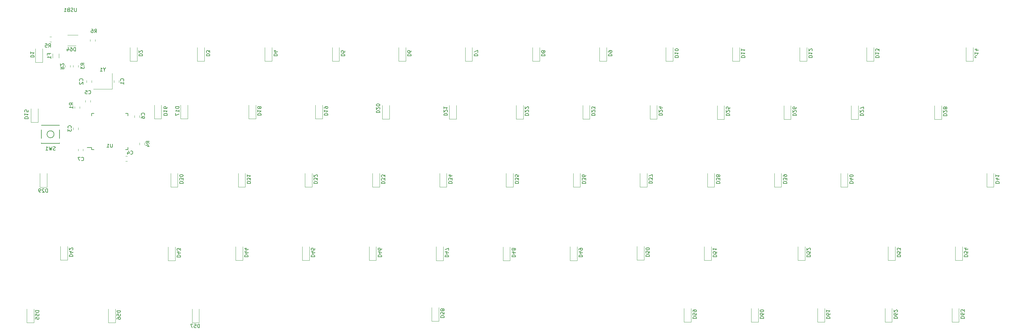
<source format=gbr>
G04 #@! TF.GenerationSoftware,KiCad,Pcbnew,(5.1.4)-1*
G04 #@! TF.CreationDate,2021-06-08T22:07:55-07:00*
G04 #@! TF.ProjectId,Build,4275696c-642e-46b6-9963-61645f706362,rev?*
G04 #@! TF.SameCoordinates,Original*
G04 #@! TF.FileFunction,Legend,Bot*
G04 #@! TF.FilePolarity,Positive*
%FSLAX46Y46*%
G04 Gerber Fmt 4.6, Leading zero omitted, Abs format (unit mm)*
G04 Created by KiCad (PCBNEW (5.1.4)-1) date 2021-06-08 22:07:55*
%MOMM*%
%LPD*%
G04 APERTURE LIST*
%ADD10C,0.120000*%
%ADD11C,0.150000*%
%ADD12C,4.502000*%
%ADD13O,10.102000X4.602000*%
%ADD14C,2.352000*%
%ADD15C,4.089800*%
%ADD16C,1.852000*%
%ADD17C,3.150000*%
%ADD18C,0.100000*%
%ADD19C,1.252000*%
%ADD20R,1.302000X1.002000*%
%ADD21R,1.502000X1.102000*%
%ADD22R,1.502000X1.302000*%
%ADD23R,2.202000X1.902000*%
%ADD24R,0.702000X2.552000*%
%ADD25R,0.402000X2.552000*%
%ADD26C,0.752000*%
%ADD27R,0.652000X1.602000*%
%ADD28R,1.602000X0.652000*%
%ADD29R,1.902000X1.202000*%
%ADD30C,1.527000*%
G04 APERTURE END LIST*
D10*
X32116960Y-36081712D02*
X32116960Y-35559208D01*
X33536960Y-36081712D02*
X33536960Y-35559208D01*
X196834000Y-91123600D02*
X196834000Y-87223600D01*
X194834000Y-91123600D02*
X194834000Y-87223600D01*
X196834000Y-91123600D02*
X194834000Y-91123600D01*
X32734400Y-26913200D02*
X35684400Y-26913200D01*
X35134400Y-30013200D02*
X32734400Y-30013200D01*
X45484100Y-42321660D02*
X40084100Y-42321660D01*
X45484100Y-37821660D02*
X45484100Y-42321660D01*
D11*
X39594800Y-59032200D02*
X38319800Y-59032200D01*
X49944800Y-59607200D02*
X49269800Y-59607200D01*
X49944800Y-49257200D02*
X49269800Y-49257200D01*
X39594800Y-49257200D02*
X40269800Y-49257200D01*
X39594800Y-59607200D02*
X40269800Y-59607200D01*
X39594800Y-49257200D02*
X39594800Y-49932200D01*
X49944800Y-49257200D02*
X49944800Y-49932200D01*
X49944800Y-59607200D02*
X49944800Y-58932200D01*
X39594800Y-59607200D02*
X39594800Y-59032200D01*
X30514600Y-52645000D02*
X25314600Y-52645000D01*
X25314600Y-52645000D02*
X25314600Y-57845000D01*
X25314600Y-57845000D02*
X30514600Y-57845000D01*
X30514600Y-57845000D02*
X30514600Y-52645000D01*
X28914600Y-55245000D02*
G75*
G03X28914600Y-55245000I-1000000J0D01*
G01*
D10*
X40610860Y-28175428D02*
X40610860Y-28697932D01*
X39190860Y-28175428D02*
X39190860Y-28697932D01*
X28192252Y-28904000D02*
X27669748Y-28904000D01*
X28192252Y-27484000D02*
X27669748Y-27484000D01*
X53265000Y-58233052D02*
X53265000Y-57710548D01*
X54685000Y-58233052D02*
X54685000Y-57710548D01*
X34382640Y-36089332D02*
X34382640Y-35566828D01*
X35802640Y-36089332D02*
X35802640Y-35566828D01*
X36206500Y-47334648D02*
X36206500Y-47857152D01*
X34786500Y-47334648D02*
X34786500Y-47857152D01*
X28498120Y-33494124D02*
X28498120Y-32289996D01*
X30318120Y-33494124D02*
X30318120Y-32289996D01*
X286445200Y-108808080D02*
X286445200Y-104908080D01*
X284445200Y-108808080D02*
X284445200Y-104908080D01*
X286445200Y-108808080D02*
X284445200Y-108808080D01*
X267390120Y-108851260D02*
X267390120Y-104951260D01*
X265390120Y-108851260D02*
X265390120Y-104951260D01*
X267390120Y-108851260D02*
X265390120Y-108851260D01*
X248200420Y-108851260D02*
X248200420Y-104951260D01*
X246200420Y-108851260D02*
X246200420Y-104951260D01*
X248200420Y-108851260D02*
X246200420Y-108851260D01*
X229333300Y-108825860D02*
X229333300Y-104925860D01*
X227333300Y-108825860D02*
X227333300Y-104925860D01*
X229333300Y-108825860D02*
X227333300Y-108825860D01*
X210179160Y-108818240D02*
X210179160Y-104918240D01*
X208179160Y-108818240D02*
X208179160Y-104918240D01*
X210179160Y-108818240D02*
X208179160Y-108818240D01*
X138414000Y-108548000D02*
X138414000Y-104648000D01*
X136414000Y-108548000D02*
X136414000Y-104648000D01*
X138414000Y-108548000D02*
X136414000Y-108548000D01*
X70194680Y-109010280D02*
X70194680Y-105110280D01*
X68194680Y-109010280D02*
X68194680Y-105110280D01*
X70194680Y-109010280D02*
X68194680Y-109010280D01*
X46384720Y-109021440D02*
X46384720Y-105121440D01*
X44384720Y-109021440D02*
X44384720Y-105121440D01*
X46384720Y-109021440D02*
X44384720Y-109021440D01*
X23171660Y-109015360D02*
X23171660Y-105115360D01*
X21171660Y-109015360D02*
X21171660Y-105115360D01*
X23171660Y-109015360D02*
X21171660Y-109015360D01*
X287425640Y-91190640D02*
X287425640Y-87290640D01*
X285425640Y-91190640D02*
X285425640Y-87290640D01*
X287425640Y-91190640D02*
X285425640Y-91190640D01*
X268304520Y-91203340D02*
X268304520Y-87303340D01*
X266304520Y-91203340D02*
X266304520Y-87303340D01*
X268304520Y-91203340D02*
X266304520Y-91203340D01*
X242642900Y-91205880D02*
X242642900Y-87305880D01*
X240642900Y-91205880D02*
X240642900Y-87305880D01*
X242642900Y-91205880D02*
X240642900Y-91205880D01*
X215955120Y-91221120D02*
X215955120Y-87321120D01*
X213955120Y-91221120D02*
X213955120Y-87321120D01*
X215955120Y-91221120D02*
X213955120Y-91221120D01*
X177758600Y-91249060D02*
X177758600Y-87349060D01*
X175758600Y-91249060D02*
X175758600Y-87349060D01*
X177758600Y-91249060D02*
X175758600Y-91249060D01*
X158693360Y-91263300D02*
X158693360Y-87363300D01*
X156693360Y-91263300D02*
X156693360Y-87363300D01*
X158693360Y-91263300D02*
X156693360Y-91263300D01*
X139658600Y-91250600D02*
X139658600Y-87350600D01*
X137658600Y-91250600D02*
X137658600Y-87350600D01*
X139658600Y-91250600D02*
X137658600Y-91250600D01*
X120588280Y-91230280D02*
X120588280Y-87330280D01*
X118588280Y-91230280D02*
X118588280Y-87330280D01*
X120588280Y-91230280D02*
X118588280Y-91230280D01*
X101568760Y-91226200D02*
X101568760Y-87326200D01*
X99568760Y-91226200D02*
X99568760Y-87326200D01*
X101568760Y-91226200D02*
X99568760Y-91226200D01*
X82610200Y-91237900D02*
X82610200Y-87337900D01*
X80610200Y-91237900D02*
X80610200Y-87337900D01*
X82610200Y-91237900D02*
X80610200Y-91237900D01*
X63369700Y-91302400D02*
X63369700Y-87402400D01*
X61369700Y-91302400D02*
X61369700Y-87402400D01*
X63369700Y-91302400D02*
X61369700Y-91302400D01*
X32750000Y-91150000D02*
X32750000Y-87250000D01*
X30750000Y-91150000D02*
X30750000Y-87250000D01*
X32750000Y-91150000D02*
X30750000Y-91150000D01*
X296351200Y-70283900D02*
X296351200Y-66383900D01*
X294351200Y-70283900D02*
X294351200Y-66383900D01*
X296351200Y-70283900D02*
X294351200Y-70283900D01*
X254791720Y-70301680D02*
X254791720Y-66401680D01*
X252791720Y-70301680D02*
X252791720Y-66401680D01*
X254791720Y-70301680D02*
X252791720Y-70301680D01*
X235899200Y-70273740D02*
X235899200Y-66373740D01*
X233899200Y-70273740D02*
X233899200Y-66373740D01*
X235899200Y-70273740D02*
X233899200Y-70273740D01*
X216856820Y-70273740D02*
X216856820Y-66373740D01*
X214856820Y-70273740D02*
X214856820Y-66373740D01*
X216856820Y-70273740D02*
X214856820Y-70273740D01*
X197672200Y-70266120D02*
X197672200Y-66366120D01*
X195672200Y-70266120D02*
X195672200Y-66366120D01*
X197672200Y-70266120D02*
X195672200Y-70266120D01*
X178673000Y-70299140D02*
X178673000Y-66399140D01*
X176673000Y-70299140D02*
X176673000Y-66399140D01*
X178673000Y-70299140D02*
X176673000Y-70299140D01*
X159597600Y-70278820D02*
X159597600Y-66378820D01*
X157597600Y-70278820D02*
X157597600Y-66378820D01*
X159597600Y-70278820D02*
X157597600Y-70278820D01*
X140661900Y-70281360D02*
X140661900Y-66381360D01*
X138661900Y-70281360D02*
X138661900Y-66381360D01*
X140661900Y-70281360D02*
X138661900Y-70281360D01*
X121561100Y-70332160D02*
X121561100Y-66432160D01*
X119561100Y-70332160D02*
X119561100Y-66432160D01*
X121561100Y-70332160D02*
X119561100Y-70332160D01*
X102346000Y-70294060D02*
X102346000Y-66394060D01*
X100346000Y-70294060D02*
X100346000Y-66394060D01*
X102346000Y-70294060D02*
X100346000Y-70294060D01*
X83316320Y-70276280D02*
X83316320Y-66376280D01*
X81316320Y-70276280D02*
X81316320Y-66376280D01*
X83316320Y-70276280D02*
X81316320Y-70276280D01*
X64106300Y-70276280D02*
X64106300Y-66376280D01*
X62106300Y-70276280D02*
X62106300Y-66376280D01*
X64106300Y-70276280D02*
X62106300Y-70276280D01*
X26882600Y-70334700D02*
X26882600Y-66434700D01*
X24882600Y-70334700D02*
X24882600Y-66434700D01*
X26882600Y-70334700D02*
X24882600Y-70334700D01*
X281479500Y-50978900D02*
X281479500Y-47078900D01*
X279479500Y-50978900D02*
X279479500Y-47078900D01*
X281479500Y-50978900D02*
X279479500Y-50978900D01*
X257768600Y-50954500D02*
X257768600Y-47054500D01*
X255768600Y-50954500D02*
X255768600Y-47054500D01*
X257768600Y-50954500D02*
X255768600Y-50954500D01*
X238617000Y-50954500D02*
X238617000Y-47054500D01*
X236617000Y-50954500D02*
X236617000Y-47054500D01*
X238617000Y-50954500D02*
X236617000Y-50954500D01*
X219643200Y-50955500D02*
X219643200Y-47055500D01*
X217643200Y-50955500D02*
X217643200Y-47055500D01*
X219643200Y-50955500D02*
X217643200Y-50955500D01*
X200511920Y-50875760D02*
X200511920Y-46975760D01*
X198511920Y-50875760D02*
X198511920Y-46975760D01*
X200511920Y-50875760D02*
X198511920Y-50875760D01*
X181365400Y-50902700D02*
X181365400Y-47002700D01*
X179365400Y-50902700D02*
X179365400Y-47002700D01*
X181365400Y-50902700D02*
X179365400Y-50902700D01*
X162432240Y-50893540D02*
X162432240Y-46993540D01*
X160432240Y-50893540D02*
X160432240Y-46993540D01*
X162432240Y-50893540D02*
X160432240Y-50893540D01*
X143397480Y-50878300D02*
X143397480Y-46978300D01*
X141397480Y-50878300D02*
X141397480Y-46978300D01*
X143397480Y-50878300D02*
X141397480Y-50878300D01*
X124357640Y-50878300D02*
X124357640Y-46978300D01*
X122357640Y-50878300D02*
X122357640Y-46978300D01*
X124357640Y-50878300D02*
X122357640Y-50878300D01*
X105292400Y-50852900D02*
X105292400Y-46952900D01*
X103292400Y-50852900D02*
X103292400Y-46952900D01*
X105292400Y-50852900D02*
X103292400Y-50852900D01*
X86316060Y-50849360D02*
X86316060Y-46949360D01*
X84316060Y-50849360D02*
X84316060Y-46949360D01*
X86316060Y-50849360D02*
X84316060Y-50849360D01*
X66971420Y-50842740D02*
X66971420Y-46942740D01*
X64971420Y-50842740D02*
X64971420Y-46942740D01*
X66971420Y-50842740D02*
X64971420Y-50842740D01*
X59445400Y-50828500D02*
X59445400Y-46928500D01*
X57445400Y-50828500D02*
X57445400Y-46928500D01*
X59445400Y-50828500D02*
X57445400Y-50828500D01*
X24368000Y-51831800D02*
X24368000Y-47931800D01*
X22368000Y-51831800D02*
X22368000Y-47931800D01*
X24368000Y-51831800D02*
X22368000Y-51831800D01*
X290445700Y-34405400D02*
X290445700Y-30505400D01*
X288445700Y-34405400D02*
X288445700Y-30505400D01*
X290445700Y-34405400D02*
X288445700Y-34405400D01*
X262188200Y-34406400D02*
X262188200Y-30506400D01*
X260188200Y-34406400D02*
X260188200Y-30506400D01*
X262188200Y-34406400D02*
X260188200Y-34406400D01*
X243163600Y-34381000D02*
X243163600Y-30481000D01*
X241163600Y-34381000D02*
X241163600Y-30481000D01*
X243163600Y-34381000D02*
X241163600Y-34381000D01*
X224012000Y-34381000D02*
X224012000Y-30481000D01*
X222012000Y-34381000D02*
X222012000Y-30481000D01*
X224012000Y-34381000D02*
X222012000Y-34381000D01*
X205063600Y-34381000D02*
X205063600Y-30481000D01*
X203063600Y-34381000D02*
X203063600Y-30481000D01*
X205063600Y-34381000D02*
X203063600Y-34381000D01*
X186138060Y-34381000D02*
X186138060Y-30481000D01*
X184138060Y-34381000D02*
X184138060Y-30481000D01*
X186138060Y-34381000D02*
X184138060Y-34381000D01*
X167103300Y-34381000D02*
X167103300Y-30481000D01*
X165103300Y-34381000D02*
X165103300Y-30481000D01*
X167103300Y-34381000D02*
X165103300Y-34381000D01*
X147939000Y-34380000D02*
X147939000Y-30480000D01*
X145939000Y-34380000D02*
X145939000Y-30480000D01*
X147939000Y-34380000D02*
X145939000Y-34380000D01*
X129003300Y-34381000D02*
X129003300Y-30481000D01*
X127003300Y-34381000D02*
X127003300Y-30481000D01*
X129003300Y-34381000D02*
X127003300Y-34381000D01*
X110080300Y-34381000D02*
X110080300Y-30481000D01*
X108080300Y-34381000D02*
X108080300Y-30481000D01*
X110080300Y-34381000D02*
X108080300Y-34381000D01*
X90928700Y-34381000D02*
X90928700Y-30481000D01*
X88928700Y-34381000D02*
X88928700Y-30481000D01*
X90928700Y-34381000D02*
X88928700Y-34381000D01*
X71708520Y-34381000D02*
X71708520Y-30481000D01*
X69708520Y-34381000D02*
X69708520Y-30481000D01*
X71708520Y-34381000D02*
X69708520Y-34381000D01*
X52562000Y-34381000D02*
X52562000Y-30481000D01*
X50562000Y-34381000D02*
X50562000Y-30481000D01*
X52562000Y-34381000D02*
X50562000Y-34381000D01*
X25638000Y-34761000D02*
X25638000Y-30861000D01*
X23638000Y-34761000D02*
X23638000Y-30861000D01*
X25638000Y-34761000D02*
X23638000Y-34761000D01*
X37184400Y-59437748D02*
X37184400Y-59960252D01*
X35764400Y-59437748D02*
X35764400Y-59960252D01*
X51791800Y-50447952D02*
X51791800Y-49925448D01*
X53211800Y-50447952D02*
X53211800Y-49925448D01*
X37859900Y-46053752D02*
X37859900Y-45531248D01*
X39279900Y-46053752D02*
X39279900Y-45531248D01*
X49756852Y-62889200D02*
X49234348Y-62889200D01*
X49756852Y-61469200D02*
X49234348Y-61469200D01*
X35795020Y-53389788D02*
X35795020Y-53912292D01*
X34375020Y-53389788D02*
X34375020Y-53912292D01*
X39635500Y-39928008D02*
X39635500Y-40450512D01*
X38215500Y-39928008D02*
X38215500Y-40450512D01*
X45987900Y-40450512D02*
X45987900Y-39928008D01*
X47407900Y-40450512D02*
X47407900Y-39928008D01*
D11*
X30733739Y-36036546D02*
X31209929Y-36369880D01*
X30733739Y-36607975D02*
X31733739Y-36607975D01*
X31733739Y-36227022D01*
X31686120Y-36131784D01*
X31638500Y-36084165D01*
X31543262Y-36036546D01*
X31400405Y-36036546D01*
X31305167Y-36084165D01*
X31257548Y-36131784D01*
X31209929Y-36227022D01*
X31209929Y-36607975D01*
X31638500Y-35655594D02*
X31686120Y-35607975D01*
X31733739Y-35512737D01*
X31733739Y-35274641D01*
X31686120Y-35179403D01*
X31638500Y-35131784D01*
X31543262Y-35084165D01*
X31448024Y-35084165D01*
X31305167Y-35131784D01*
X30733739Y-35703213D01*
X30733739Y-35084165D01*
X197381619Y-90087885D02*
X198381619Y-90087885D01*
X198381619Y-89849790D01*
X198334000Y-89706933D01*
X198238761Y-89611695D01*
X198143523Y-89564076D01*
X197953047Y-89516457D01*
X197810190Y-89516457D01*
X197619714Y-89564076D01*
X197524476Y-89611695D01*
X197429238Y-89706933D01*
X197381619Y-89849790D01*
X197381619Y-90087885D01*
X198381619Y-88611695D02*
X198381619Y-89087885D01*
X197905428Y-89135504D01*
X197953047Y-89087885D01*
X198000666Y-88992647D01*
X198000666Y-88754552D01*
X197953047Y-88659314D01*
X197905428Y-88611695D01*
X197810190Y-88564076D01*
X197572095Y-88564076D01*
X197476857Y-88611695D01*
X197429238Y-88659314D01*
X197381619Y-88754552D01*
X197381619Y-88992647D01*
X197429238Y-89087885D01*
X197476857Y-89135504D01*
X198381619Y-87945028D02*
X198381619Y-87849790D01*
X198334000Y-87754552D01*
X198286380Y-87706933D01*
X198191142Y-87659314D01*
X198000666Y-87611695D01*
X197762571Y-87611695D01*
X197572095Y-87659314D01*
X197476857Y-87706933D01*
X197429238Y-87754552D01*
X197381619Y-87849790D01*
X197381619Y-87945028D01*
X197429238Y-88040266D01*
X197476857Y-88087885D01*
X197572095Y-88135504D01*
X197762571Y-88183123D01*
X198000666Y-88183123D01*
X198191142Y-88135504D01*
X198286380Y-88087885D01*
X198334000Y-88040266D01*
X198381619Y-87945028D01*
X35047085Y-31480980D02*
X35047085Y-30480980D01*
X34808990Y-30480980D01*
X34666133Y-30528600D01*
X34570895Y-30623838D01*
X34523276Y-30719076D01*
X34475657Y-30909552D01*
X34475657Y-31052409D01*
X34523276Y-31242885D01*
X34570895Y-31338123D01*
X34666133Y-31433361D01*
X34808990Y-31480980D01*
X35047085Y-31480980D01*
X33618514Y-30480980D02*
X33808990Y-30480980D01*
X33904228Y-30528600D01*
X33951847Y-30576219D01*
X34047085Y-30719076D01*
X34094704Y-30909552D01*
X34094704Y-31290504D01*
X34047085Y-31385742D01*
X33999466Y-31433361D01*
X33904228Y-31480980D01*
X33713752Y-31480980D01*
X33618514Y-31433361D01*
X33570895Y-31385742D01*
X33523276Y-31290504D01*
X33523276Y-31052409D01*
X33570895Y-30957171D01*
X33618514Y-30909552D01*
X33713752Y-30861933D01*
X33904228Y-30861933D01*
X33999466Y-30909552D01*
X34047085Y-30957171D01*
X34094704Y-31052409D01*
X32666133Y-30814314D02*
X32666133Y-31480980D01*
X32904228Y-30433361D02*
X33142323Y-31147647D01*
X32523276Y-31147647D01*
X43249790Y-36768090D02*
X43249790Y-37244280D01*
X43583123Y-36244280D02*
X43249790Y-36768090D01*
X42916457Y-36244280D01*
X42059314Y-37244280D02*
X42630742Y-37244280D01*
X42345028Y-37244280D02*
X42345028Y-36244280D01*
X42440266Y-36387138D01*
X42535504Y-36482376D01*
X42630742Y-36529995D01*
X35316895Y-19264380D02*
X35316895Y-20073904D01*
X35269276Y-20169142D01*
X35221657Y-20216761D01*
X35126419Y-20264380D01*
X34935942Y-20264380D01*
X34840704Y-20216761D01*
X34793085Y-20169142D01*
X34745466Y-20073904D01*
X34745466Y-19264380D01*
X34316895Y-20216761D02*
X34174038Y-20264380D01*
X33935942Y-20264380D01*
X33840704Y-20216761D01*
X33793085Y-20169142D01*
X33745466Y-20073904D01*
X33745466Y-19978666D01*
X33793085Y-19883428D01*
X33840704Y-19835809D01*
X33935942Y-19788190D01*
X34126419Y-19740571D01*
X34221657Y-19692952D01*
X34269276Y-19645333D01*
X34316895Y-19550095D01*
X34316895Y-19454857D01*
X34269276Y-19359619D01*
X34221657Y-19312000D01*
X34126419Y-19264380D01*
X33888323Y-19264380D01*
X33745466Y-19312000D01*
X32983561Y-19740571D02*
X32840704Y-19788190D01*
X32793085Y-19835809D01*
X32745466Y-19931047D01*
X32745466Y-20073904D01*
X32793085Y-20169142D01*
X32840704Y-20216761D01*
X32935942Y-20264380D01*
X33316895Y-20264380D01*
X33316895Y-19264380D01*
X32983561Y-19264380D01*
X32888323Y-19312000D01*
X32840704Y-19359619D01*
X32793085Y-19454857D01*
X32793085Y-19550095D01*
X32840704Y-19645333D01*
X32888323Y-19692952D01*
X32983561Y-19740571D01*
X33316895Y-19740571D01*
X31793085Y-20264380D02*
X32364514Y-20264380D01*
X32078799Y-20264380D02*
X32078799Y-19264380D01*
X32174038Y-19407238D01*
X32269276Y-19502476D01*
X32364514Y-19550095D01*
X45531704Y-57973980D02*
X45531704Y-58783504D01*
X45484085Y-58878742D01*
X45436466Y-58926361D01*
X45341228Y-58973980D01*
X45150752Y-58973980D01*
X45055514Y-58926361D01*
X45007895Y-58878742D01*
X44960276Y-58783504D01*
X44960276Y-57973980D01*
X43960276Y-58973980D02*
X44531704Y-58973980D01*
X44245990Y-58973980D02*
X44245990Y-57973980D01*
X44341228Y-58116838D01*
X44436466Y-58212076D01*
X44531704Y-58259695D01*
X29247933Y-59713761D02*
X29105076Y-59761380D01*
X28866980Y-59761380D01*
X28771742Y-59713761D01*
X28724123Y-59666142D01*
X28676504Y-59570904D01*
X28676504Y-59475666D01*
X28724123Y-59380428D01*
X28771742Y-59332809D01*
X28866980Y-59285190D01*
X29057457Y-59237571D01*
X29152695Y-59189952D01*
X29200314Y-59142333D01*
X29247933Y-59047095D01*
X29247933Y-58951857D01*
X29200314Y-58856619D01*
X29152695Y-58809000D01*
X29057457Y-58761380D01*
X28819361Y-58761380D01*
X28676504Y-58809000D01*
X28343171Y-58761380D02*
X28105076Y-59761380D01*
X27914600Y-59047095D01*
X27724123Y-59761380D01*
X27486028Y-58761380D01*
X26581266Y-59761380D02*
X27152695Y-59761380D01*
X26866980Y-59761380D02*
X26866980Y-58761380D01*
X26962219Y-58904238D01*
X27057457Y-58999476D01*
X27152695Y-59047095D01*
X40433286Y-26271480D02*
X40766620Y-25795290D01*
X41004715Y-26271480D02*
X41004715Y-25271480D01*
X40623762Y-25271480D01*
X40528524Y-25319100D01*
X40480905Y-25366719D01*
X40433286Y-25461957D01*
X40433286Y-25604814D01*
X40480905Y-25700052D01*
X40528524Y-25747671D01*
X40623762Y-25795290D01*
X41004715Y-25795290D01*
X39576143Y-25271480D02*
X39766620Y-25271480D01*
X39861858Y-25319100D01*
X39909477Y-25366719D01*
X40004715Y-25509576D01*
X40052334Y-25700052D01*
X40052334Y-26081004D01*
X40004715Y-26176242D01*
X39957096Y-26223861D01*
X39861858Y-26271480D01*
X39671381Y-26271480D01*
X39576143Y-26223861D01*
X39528524Y-26176242D01*
X39480905Y-26081004D01*
X39480905Y-25842909D01*
X39528524Y-25747671D01*
X39576143Y-25700052D01*
X39671381Y-25652433D01*
X39861858Y-25652433D01*
X39957096Y-25700052D01*
X40004715Y-25747671D01*
X40052334Y-25842909D01*
X27344666Y-30424380D02*
X27678000Y-29948190D01*
X27916095Y-30424380D02*
X27916095Y-29424380D01*
X27535142Y-29424380D01*
X27439904Y-29472000D01*
X27392285Y-29519619D01*
X27344666Y-29614857D01*
X27344666Y-29757714D01*
X27392285Y-29852952D01*
X27439904Y-29900571D01*
X27535142Y-29948190D01*
X27916095Y-29948190D01*
X26439904Y-29424380D02*
X26916095Y-29424380D01*
X26963714Y-29900571D01*
X26916095Y-29852952D01*
X26820857Y-29805333D01*
X26582761Y-29805333D01*
X26487523Y-29852952D01*
X26439904Y-29900571D01*
X26392285Y-29995809D01*
X26392285Y-30233904D01*
X26439904Y-30329142D01*
X26487523Y-30376761D01*
X26582761Y-30424380D01*
X26820857Y-30424380D01*
X26916095Y-30376761D01*
X26963714Y-30329142D01*
X56077380Y-57805133D02*
X55601190Y-57471800D01*
X56077380Y-57233704D02*
X55077380Y-57233704D01*
X55077380Y-57614657D01*
X55125000Y-57709895D01*
X55172619Y-57757514D01*
X55267857Y-57805133D01*
X55410714Y-57805133D01*
X55505952Y-57757514D01*
X55553571Y-57709895D01*
X55601190Y-57614657D01*
X55601190Y-57233704D01*
X55410714Y-58662276D02*
X56077380Y-58662276D01*
X55029761Y-58424180D02*
X55744047Y-58186085D01*
X55744047Y-58805133D01*
X37528760Y-35560973D02*
X37052570Y-35227640D01*
X37528760Y-34989544D02*
X36528760Y-34989544D01*
X36528760Y-35370497D01*
X36576380Y-35465735D01*
X36623999Y-35513354D01*
X36719237Y-35560973D01*
X36862094Y-35560973D01*
X36957332Y-35513354D01*
X37004951Y-35465735D01*
X37052570Y-35370497D01*
X37052570Y-34989544D01*
X36528760Y-35894306D02*
X36528760Y-36513354D01*
X36909713Y-36180020D01*
X36909713Y-36322878D01*
X36957332Y-36418116D01*
X37004951Y-36465735D01*
X37100189Y-36513354D01*
X37338284Y-36513354D01*
X37433522Y-36465735D01*
X37481141Y-36418116D01*
X37528760Y-36322878D01*
X37528760Y-36037163D01*
X37481141Y-35941925D01*
X37433522Y-35894306D01*
X34297880Y-46912233D02*
X33821690Y-46578900D01*
X34297880Y-46340804D02*
X33297880Y-46340804D01*
X33297880Y-46721757D01*
X33345500Y-46816995D01*
X33393119Y-46864614D01*
X33488357Y-46912233D01*
X33631214Y-46912233D01*
X33726452Y-46864614D01*
X33774071Y-46816995D01*
X33821690Y-46721757D01*
X33821690Y-46340804D01*
X34297880Y-47864614D02*
X34297880Y-47293185D01*
X34297880Y-47578900D02*
X33297880Y-47578900D01*
X33440738Y-47483661D01*
X33535976Y-47388423D01*
X33583595Y-47293185D01*
X27487571Y-32559666D02*
X27487571Y-32226333D01*
X28011380Y-32226333D02*
X27011380Y-32226333D01*
X27011380Y-32702523D01*
X28011380Y-33607285D02*
X28011380Y-33035857D01*
X28011380Y-33321571D02*
X27011380Y-33321571D01*
X27154238Y-33226333D01*
X27249476Y-33131095D01*
X27297095Y-33035857D01*
X286992819Y-107772365D02*
X287992819Y-107772365D01*
X287992819Y-107534270D01*
X287945200Y-107391413D01*
X287849961Y-107296175D01*
X287754723Y-107248556D01*
X287564247Y-107200937D01*
X287421390Y-107200937D01*
X287230914Y-107248556D01*
X287135676Y-107296175D01*
X287040438Y-107391413D01*
X286992819Y-107534270D01*
X286992819Y-107772365D01*
X287992819Y-106343794D02*
X287992819Y-106534270D01*
X287945200Y-106629508D01*
X287897580Y-106677127D01*
X287754723Y-106772365D01*
X287564247Y-106819984D01*
X287183295Y-106819984D01*
X287088057Y-106772365D01*
X287040438Y-106724746D01*
X286992819Y-106629508D01*
X286992819Y-106439032D01*
X287040438Y-106343794D01*
X287088057Y-106296175D01*
X287183295Y-106248556D01*
X287421390Y-106248556D01*
X287516628Y-106296175D01*
X287564247Y-106343794D01*
X287611866Y-106439032D01*
X287611866Y-106629508D01*
X287564247Y-106724746D01*
X287516628Y-106772365D01*
X287421390Y-106819984D01*
X287992819Y-105915222D02*
X287992819Y-105296175D01*
X287611866Y-105629508D01*
X287611866Y-105486651D01*
X287564247Y-105391413D01*
X287516628Y-105343794D01*
X287421390Y-105296175D01*
X287183295Y-105296175D01*
X287088057Y-105343794D01*
X287040438Y-105391413D01*
X286992819Y-105486651D01*
X286992819Y-105772365D01*
X287040438Y-105867603D01*
X287088057Y-105915222D01*
X267937739Y-107815545D02*
X268937739Y-107815545D01*
X268937739Y-107577450D01*
X268890120Y-107434593D01*
X268794881Y-107339355D01*
X268699643Y-107291736D01*
X268509167Y-107244117D01*
X268366310Y-107244117D01*
X268175834Y-107291736D01*
X268080596Y-107339355D01*
X267985358Y-107434593D01*
X267937739Y-107577450D01*
X267937739Y-107815545D01*
X268937739Y-106386974D02*
X268937739Y-106577450D01*
X268890120Y-106672688D01*
X268842500Y-106720307D01*
X268699643Y-106815545D01*
X268509167Y-106863164D01*
X268128215Y-106863164D01*
X268032977Y-106815545D01*
X267985358Y-106767926D01*
X267937739Y-106672688D01*
X267937739Y-106482212D01*
X267985358Y-106386974D01*
X268032977Y-106339355D01*
X268128215Y-106291736D01*
X268366310Y-106291736D01*
X268461548Y-106339355D01*
X268509167Y-106386974D01*
X268556786Y-106482212D01*
X268556786Y-106672688D01*
X268509167Y-106767926D01*
X268461548Y-106815545D01*
X268366310Y-106863164D01*
X268842500Y-105910783D02*
X268890120Y-105863164D01*
X268937739Y-105767926D01*
X268937739Y-105529831D01*
X268890120Y-105434593D01*
X268842500Y-105386974D01*
X268747262Y-105339355D01*
X268652024Y-105339355D01*
X268509167Y-105386974D01*
X267937739Y-105958402D01*
X267937739Y-105339355D01*
X248748039Y-107815545D02*
X249748039Y-107815545D01*
X249748039Y-107577450D01*
X249700420Y-107434593D01*
X249605181Y-107339355D01*
X249509943Y-107291736D01*
X249319467Y-107244117D01*
X249176610Y-107244117D01*
X248986134Y-107291736D01*
X248890896Y-107339355D01*
X248795658Y-107434593D01*
X248748039Y-107577450D01*
X248748039Y-107815545D01*
X249748039Y-106386974D02*
X249748039Y-106577450D01*
X249700420Y-106672688D01*
X249652800Y-106720307D01*
X249509943Y-106815545D01*
X249319467Y-106863164D01*
X248938515Y-106863164D01*
X248843277Y-106815545D01*
X248795658Y-106767926D01*
X248748039Y-106672688D01*
X248748039Y-106482212D01*
X248795658Y-106386974D01*
X248843277Y-106339355D01*
X248938515Y-106291736D01*
X249176610Y-106291736D01*
X249271848Y-106339355D01*
X249319467Y-106386974D01*
X249367086Y-106482212D01*
X249367086Y-106672688D01*
X249319467Y-106767926D01*
X249271848Y-106815545D01*
X249176610Y-106863164D01*
X248748039Y-105339355D02*
X248748039Y-105910783D01*
X248748039Y-105625069D02*
X249748039Y-105625069D01*
X249605181Y-105720307D01*
X249509943Y-105815545D01*
X249462324Y-105910783D01*
X229880919Y-107790145D02*
X230880919Y-107790145D01*
X230880919Y-107552050D01*
X230833300Y-107409193D01*
X230738061Y-107313955D01*
X230642823Y-107266336D01*
X230452347Y-107218717D01*
X230309490Y-107218717D01*
X230119014Y-107266336D01*
X230023776Y-107313955D01*
X229928538Y-107409193D01*
X229880919Y-107552050D01*
X229880919Y-107790145D01*
X230880919Y-106361574D02*
X230880919Y-106552050D01*
X230833300Y-106647288D01*
X230785680Y-106694907D01*
X230642823Y-106790145D01*
X230452347Y-106837764D01*
X230071395Y-106837764D01*
X229976157Y-106790145D01*
X229928538Y-106742526D01*
X229880919Y-106647288D01*
X229880919Y-106456812D01*
X229928538Y-106361574D01*
X229976157Y-106313955D01*
X230071395Y-106266336D01*
X230309490Y-106266336D01*
X230404728Y-106313955D01*
X230452347Y-106361574D01*
X230499966Y-106456812D01*
X230499966Y-106647288D01*
X230452347Y-106742526D01*
X230404728Y-106790145D01*
X230309490Y-106837764D01*
X230880919Y-105647288D02*
X230880919Y-105552050D01*
X230833300Y-105456812D01*
X230785680Y-105409193D01*
X230690442Y-105361574D01*
X230499966Y-105313955D01*
X230261871Y-105313955D01*
X230071395Y-105361574D01*
X229976157Y-105409193D01*
X229928538Y-105456812D01*
X229880919Y-105552050D01*
X229880919Y-105647288D01*
X229928538Y-105742526D01*
X229976157Y-105790145D01*
X230071395Y-105837764D01*
X230261871Y-105885383D01*
X230499966Y-105885383D01*
X230690442Y-105837764D01*
X230785680Y-105790145D01*
X230833300Y-105742526D01*
X230880919Y-105647288D01*
X210726779Y-107782525D02*
X211726779Y-107782525D01*
X211726779Y-107544430D01*
X211679160Y-107401573D01*
X211583921Y-107306335D01*
X211488683Y-107258716D01*
X211298207Y-107211097D01*
X211155350Y-107211097D01*
X210964874Y-107258716D01*
X210869636Y-107306335D01*
X210774398Y-107401573D01*
X210726779Y-107544430D01*
X210726779Y-107782525D01*
X211726779Y-106306335D02*
X211726779Y-106782525D01*
X211250588Y-106830144D01*
X211298207Y-106782525D01*
X211345826Y-106687287D01*
X211345826Y-106449192D01*
X211298207Y-106353954D01*
X211250588Y-106306335D01*
X211155350Y-106258716D01*
X210917255Y-106258716D01*
X210822017Y-106306335D01*
X210774398Y-106353954D01*
X210726779Y-106449192D01*
X210726779Y-106687287D01*
X210774398Y-106782525D01*
X210822017Y-106830144D01*
X210726779Y-105782525D02*
X210726779Y-105592049D01*
X210774398Y-105496811D01*
X210822017Y-105449192D01*
X210964874Y-105353954D01*
X211155350Y-105306335D01*
X211536302Y-105306335D01*
X211631540Y-105353954D01*
X211679160Y-105401573D01*
X211726779Y-105496811D01*
X211726779Y-105687287D01*
X211679160Y-105782525D01*
X211631540Y-105830144D01*
X211536302Y-105877763D01*
X211298207Y-105877763D01*
X211202969Y-105830144D01*
X211155350Y-105782525D01*
X211107731Y-105687287D01*
X211107731Y-105496811D01*
X211155350Y-105401573D01*
X211202969Y-105353954D01*
X211298207Y-105306335D01*
X138961619Y-107512285D02*
X139961619Y-107512285D01*
X139961619Y-107274190D01*
X139914000Y-107131333D01*
X139818761Y-107036095D01*
X139723523Y-106988476D01*
X139533047Y-106940857D01*
X139390190Y-106940857D01*
X139199714Y-106988476D01*
X139104476Y-107036095D01*
X139009238Y-107131333D01*
X138961619Y-107274190D01*
X138961619Y-107512285D01*
X139961619Y-106036095D02*
X139961619Y-106512285D01*
X139485428Y-106559904D01*
X139533047Y-106512285D01*
X139580666Y-106417047D01*
X139580666Y-106178952D01*
X139533047Y-106083714D01*
X139485428Y-106036095D01*
X139390190Y-105988476D01*
X139152095Y-105988476D01*
X139056857Y-106036095D01*
X139009238Y-106083714D01*
X138961619Y-106178952D01*
X138961619Y-106417047D01*
X139009238Y-106512285D01*
X139056857Y-106559904D01*
X139533047Y-105417047D02*
X139580666Y-105512285D01*
X139628285Y-105559904D01*
X139723523Y-105607523D01*
X139771142Y-105607523D01*
X139866380Y-105559904D01*
X139914000Y-105512285D01*
X139961619Y-105417047D01*
X139961619Y-105226571D01*
X139914000Y-105131333D01*
X139866380Y-105083714D01*
X139771142Y-105036095D01*
X139723523Y-105036095D01*
X139628285Y-105083714D01*
X139580666Y-105131333D01*
X139533047Y-105226571D01*
X139533047Y-105417047D01*
X139485428Y-105512285D01*
X139437809Y-105559904D01*
X139342571Y-105607523D01*
X139152095Y-105607523D01*
X139056857Y-105559904D01*
X139009238Y-105512285D01*
X138961619Y-105417047D01*
X138961619Y-105226571D01*
X139009238Y-105131333D01*
X139056857Y-105083714D01*
X139152095Y-105036095D01*
X139342571Y-105036095D01*
X139437809Y-105083714D01*
X139485428Y-105131333D01*
X139533047Y-105226571D01*
X70302285Y-110434380D02*
X70302285Y-109434380D01*
X70064190Y-109434380D01*
X69921333Y-109482000D01*
X69826095Y-109577238D01*
X69778476Y-109672476D01*
X69730857Y-109862952D01*
X69730857Y-110005809D01*
X69778476Y-110196285D01*
X69826095Y-110291523D01*
X69921333Y-110386761D01*
X70064190Y-110434380D01*
X70302285Y-110434380D01*
X68826095Y-109434380D02*
X69302285Y-109434380D01*
X69349904Y-109910571D01*
X69302285Y-109862952D01*
X69207047Y-109815333D01*
X68968952Y-109815333D01*
X68873714Y-109862952D01*
X68826095Y-109910571D01*
X68778476Y-110005809D01*
X68778476Y-110243904D01*
X68826095Y-110339142D01*
X68873714Y-110386761D01*
X68968952Y-110434380D01*
X69207047Y-110434380D01*
X69302285Y-110386761D01*
X69349904Y-110339142D01*
X68445142Y-109434380D02*
X67778476Y-109434380D01*
X68207047Y-110434380D01*
X47837100Y-105557154D02*
X46837100Y-105557154D01*
X46837100Y-105795249D01*
X46884720Y-105938106D01*
X46979958Y-106033344D01*
X47075196Y-106080963D01*
X47265672Y-106128582D01*
X47408529Y-106128582D01*
X47599005Y-106080963D01*
X47694243Y-106033344D01*
X47789481Y-105938106D01*
X47837100Y-105795249D01*
X47837100Y-105557154D01*
X46837100Y-107033344D02*
X46837100Y-106557154D01*
X47313291Y-106509535D01*
X47265672Y-106557154D01*
X47218053Y-106652392D01*
X47218053Y-106890487D01*
X47265672Y-106985725D01*
X47313291Y-107033344D01*
X47408529Y-107080963D01*
X47646624Y-107080963D01*
X47741862Y-107033344D01*
X47789481Y-106985725D01*
X47837100Y-106890487D01*
X47837100Y-106652392D01*
X47789481Y-106557154D01*
X47741862Y-106509535D01*
X46837100Y-107938106D02*
X46837100Y-107747630D01*
X46884720Y-107652392D01*
X46932339Y-107604773D01*
X47075196Y-107509535D01*
X47265672Y-107461916D01*
X47646624Y-107461916D01*
X47741862Y-107509535D01*
X47789481Y-107557154D01*
X47837100Y-107652392D01*
X47837100Y-107842868D01*
X47789481Y-107938106D01*
X47741862Y-107985725D01*
X47646624Y-108033344D01*
X47408529Y-108033344D01*
X47313291Y-107985725D01*
X47265672Y-107938106D01*
X47218053Y-107842868D01*
X47218053Y-107652392D01*
X47265672Y-107557154D01*
X47313291Y-107509535D01*
X47408529Y-107461916D01*
X24624040Y-105551074D02*
X23624040Y-105551074D01*
X23624040Y-105789169D01*
X23671660Y-105932026D01*
X23766898Y-106027264D01*
X23862136Y-106074883D01*
X24052612Y-106122502D01*
X24195469Y-106122502D01*
X24385945Y-106074883D01*
X24481183Y-106027264D01*
X24576421Y-105932026D01*
X24624040Y-105789169D01*
X24624040Y-105551074D01*
X23624040Y-107027264D02*
X23624040Y-106551074D01*
X24100231Y-106503455D01*
X24052612Y-106551074D01*
X24004993Y-106646312D01*
X24004993Y-106884407D01*
X24052612Y-106979645D01*
X24100231Y-107027264D01*
X24195469Y-107074883D01*
X24433564Y-107074883D01*
X24528802Y-107027264D01*
X24576421Y-106979645D01*
X24624040Y-106884407D01*
X24624040Y-106646312D01*
X24576421Y-106551074D01*
X24528802Y-106503455D01*
X23624040Y-107979645D02*
X23624040Y-107503455D01*
X24100231Y-107455836D01*
X24052612Y-107503455D01*
X24004993Y-107598693D01*
X24004993Y-107836788D01*
X24052612Y-107932026D01*
X24100231Y-107979645D01*
X24195469Y-108027264D01*
X24433564Y-108027264D01*
X24528802Y-107979645D01*
X24576421Y-107932026D01*
X24624040Y-107836788D01*
X24624040Y-107598693D01*
X24576421Y-107503455D01*
X24528802Y-107455836D01*
X287973259Y-90154925D02*
X288973259Y-90154925D01*
X288973259Y-89916830D01*
X288925640Y-89773973D01*
X288830401Y-89678735D01*
X288735163Y-89631116D01*
X288544687Y-89583497D01*
X288401830Y-89583497D01*
X288211354Y-89631116D01*
X288116116Y-89678735D01*
X288020878Y-89773973D01*
X287973259Y-89916830D01*
X287973259Y-90154925D01*
X288973259Y-88678735D02*
X288973259Y-89154925D01*
X288497068Y-89202544D01*
X288544687Y-89154925D01*
X288592306Y-89059687D01*
X288592306Y-88821592D01*
X288544687Y-88726354D01*
X288497068Y-88678735D01*
X288401830Y-88631116D01*
X288163735Y-88631116D01*
X288068497Y-88678735D01*
X288020878Y-88726354D01*
X287973259Y-88821592D01*
X287973259Y-89059687D01*
X288020878Y-89154925D01*
X288068497Y-89202544D01*
X288639925Y-87773973D02*
X287973259Y-87773973D01*
X289020878Y-88012068D02*
X288306592Y-88250163D01*
X288306592Y-87631116D01*
X268852139Y-90167625D02*
X269852139Y-90167625D01*
X269852139Y-89929530D01*
X269804520Y-89786673D01*
X269709281Y-89691435D01*
X269614043Y-89643816D01*
X269423567Y-89596197D01*
X269280710Y-89596197D01*
X269090234Y-89643816D01*
X268994996Y-89691435D01*
X268899758Y-89786673D01*
X268852139Y-89929530D01*
X268852139Y-90167625D01*
X269852139Y-88691435D02*
X269852139Y-89167625D01*
X269375948Y-89215244D01*
X269423567Y-89167625D01*
X269471186Y-89072387D01*
X269471186Y-88834292D01*
X269423567Y-88739054D01*
X269375948Y-88691435D01*
X269280710Y-88643816D01*
X269042615Y-88643816D01*
X268947377Y-88691435D01*
X268899758Y-88739054D01*
X268852139Y-88834292D01*
X268852139Y-89072387D01*
X268899758Y-89167625D01*
X268947377Y-89215244D01*
X269852139Y-88310482D02*
X269852139Y-87691435D01*
X269471186Y-88024768D01*
X269471186Y-87881911D01*
X269423567Y-87786673D01*
X269375948Y-87739054D01*
X269280710Y-87691435D01*
X269042615Y-87691435D01*
X268947377Y-87739054D01*
X268899758Y-87786673D01*
X268852139Y-87881911D01*
X268852139Y-88167625D01*
X268899758Y-88262863D01*
X268947377Y-88310482D01*
X243190519Y-90170165D02*
X244190519Y-90170165D01*
X244190519Y-89932070D01*
X244142900Y-89789213D01*
X244047661Y-89693975D01*
X243952423Y-89646356D01*
X243761947Y-89598737D01*
X243619090Y-89598737D01*
X243428614Y-89646356D01*
X243333376Y-89693975D01*
X243238138Y-89789213D01*
X243190519Y-89932070D01*
X243190519Y-90170165D01*
X244190519Y-88693975D02*
X244190519Y-89170165D01*
X243714328Y-89217784D01*
X243761947Y-89170165D01*
X243809566Y-89074927D01*
X243809566Y-88836832D01*
X243761947Y-88741594D01*
X243714328Y-88693975D01*
X243619090Y-88646356D01*
X243380995Y-88646356D01*
X243285757Y-88693975D01*
X243238138Y-88741594D01*
X243190519Y-88836832D01*
X243190519Y-89074927D01*
X243238138Y-89170165D01*
X243285757Y-89217784D01*
X244095280Y-88265403D02*
X244142900Y-88217784D01*
X244190519Y-88122546D01*
X244190519Y-87884451D01*
X244142900Y-87789213D01*
X244095280Y-87741594D01*
X244000042Y-87693975D01*
X243904804Y-87693975D01*
X243761947Y-87741594D01*
X243190519Y-88313022D01*
X243190519Y-87693975D01*
X216502739Y-90185405D02*
X217502739Y-90185405D01*
X217502739Y-89947310D01*
X217455120Y-89804453D01*
X217359881Y-89709215D01*
X217264643Y-89661596D01*
X217074167Y-89613977D01*
X216931310Y-89613977D01*
X216740834Y-89661596D01*
X216645596Y-89709215D01*
X216550358Y-89804453D01*
X216502739Y-89947310D01*
X216502739Y-90185405D01*
X217502739Y-88709215D02*
X217502739Y-89185405D01*
X217026548Y-89233024D01*
X217074167Y-89185405D01*
X217121786Y-89090167D01*
X217121786Y-88852072D01*
X217074167Y-88756834D01*
X217026548Y-88709215D01*
X216931310Y-88661596D01*
X216693215Y-88661596D01*
X216597977Y-88709215D01*
X216550358Y-88756834D01*
X216502739Y-88852072D01*
X216502739Y-89090167D01*
X216550358Y-89185405D01*
X216597977Y-89233024D01*
X216502739Y-87709215D02*
X216502739Y-88280643D01*
X216502739Y-87994929D02*
X217502739Y-87994929D01*
X217359881Y-88090167D01*
X217264643Y-88185405D01*
X217217024Y-88280643D01*
X178306219Y-90213345D02*
X179306219Y-90213345D01*
X179306219Y-89975250D01*
X179258600Y-89832393D01*
X179163361Y-89737155D01*
X179068123Y-89689536D01*
X178877647Y-89641917D01*
X178734790Y-89641917D01*
X178544314Y-89689536D01*
X178449076Y-89737155D01*
X178353838Y-89832393D01*
X178306219Y-89975250D01*
X178306219Y-90213345D01*
X178972885Y-88784774D02*
X178306219Y-88784774D01*
X179353838Y-89022869D02*
X178639552Y-89260964D01*
X178639552Y-88641917D01*
X178306219Y-88213345D02*
X178306219Y-88022869D01*
X178353838Y-87927631D01*
X178401457Y-87880012D01*
X178544314Y-87784774D01*
X178734790Y-87737155D01*
X179115742Y-87737155D01*
X179210980Y-87784774D01*
X179258600Y-87832393D01*
X179306219Y-87927631D01*
X179306219Y-88118107D01*
X179258600Y-88213345D01*
X179210980Y-88260964D01*
X179115742Y-88308583D01*
X178877647Y-88308583D01*
X178782409Y-88260964D01*
X178734790Y-88213345D01*
X178687171Y-88118107D01*
X178687171Y-87927631D01*
X178734790Y-87832393D01*
X178782409Y-87784774D01*
X178877647Y-87737155D01*
X159240979Y-90227585D02*
X160240979Y-90227585D01*
X160240979Y-89989490D01*
X160193360Y-89846633D01*
X160098121Y-89751395D01*
X160002883Y-89703776D01*
X159812407Y-89656157D01*
X159669550Y-89656157D01*
X159479074Y-89703776D01*
X159383836Y-89751395D01*
X159288598Y-89846633D01*
X159240979Y-89989490D01*
X159240979Y-90227585D01*
X159907645Y-88799014D02*
X159240979Y-88799014D01*
X160288598Y-89037109D02*
X159574312Y-89275204D01*
X159574312Y-88656157D01*
X159812407Y-88132347D02*
X159860026Y-88227585D01*
X159907645Y-88275204D01*
X160002883Y-88322823D01*
X160050502Y-88322823D01*
X160145740Y-88275204D01*
X160193360Y-88227585D01*
X160240979Y-88132347D01*
X160240979Y-87941871D01*
X160193360Y-87846633D01*
X160145740Y-87799014D01*
X160050502Y-87751395D01*
X160002883Y-87751395D01*
X159907645Y-87799014D01*
X159860026Y-87846633D01*
X159812407Y-87941871D01*
X159812407Y-88132347D01*
X159764788Y-88227585D01*
X159717169Y-88275204D01*
X159621931Y-88322823D01*
X159431455Y-88322823D01*
X159336217Y-88275204D01*
X159288598Y-88227585D01*
X159240979Y-88132347D01*
X159240979Y-87941871D01*
X159288598Y-87846633D01*
X159336217Y-87799014D01*
X159431455Y-87751395D01*
X159621931Y-87751395D01*
X159717169Y-87799014D01*
X159764788Y-87846633D01*
X159812407Y-87941871D01*
X140206219Y-90214885D02*
X141206219Y-90214885D01*
X141206219Y-89976790D01*
X141158600Y-89833933D01*
X141063361Y-89738695D01*
X140968123Y-89691076D01*
X140777647Y-89643457D01*
X140634790Y-89643457D01*
X140444314Y-89691076D01*
X140349076Y-89738695D01*
X140253838Y-89833933D01*
X140206219Y-89976790D01*
X140206219Y-90214885D01*
X140872885Y-88786314D02*
X140206219Y-88786314D01*
X141253838Y-89024409D02*
X140539552Y-89262504D01*
X140539552Y-88643457D01*
X141206219Y-88357742D02*
X141206219Y-87691076D01*
X140206219Y-88119647D01*
X121135899Y-90194565D02*
X122135899Y-90194565D01*
X122135899Y-89956470D01*
X122088280Y-89813613D01*
X121993041Y-89718375D01*
X121897803Y-89670756D01*
X121707327Y-89623137D01*
X121564470Y-89623137D01*
X121373994Y-89670756D01*
X121278756Y-89718375D01*
X121183518Y-89813613D01*
X121135899Y-89956470D01*
X121135899Y-90194565D01*
X121802565Y-88765994D02*
X121135899Y-88765994D01*
X122183518Y-89004089D02*
X121469232Y-89242184D01*
X121469232Y-88623137D01*
X122135899Y-87813613D02*
X122135899Y-88004089D01*
X122088280Y-88099327D01*
X122040660Y-88146946D01*
X121897803Y-88242184D01*
X121707327Y-88289803D01*
X121326375Y-88289803D01*
X121231137Y-88242184D01*
X121183518Y-88194565D01*
X121135899Y-88099327D01*
X121135899Y-87908851D01*
X121183518Y-87813613D01*
X121231137Y-87765994D01*
X121326375Y-87718375D01*
X121564470Y-87718375D01*
X121659708Y-87765994D01*
X121707327Y-87813613D01*
X121754946Y-87908851D01*
X121754946Y-88099327D01*
X121707327Y-88194565D01*
X121659708Y-88242184D01*
X121564470Y-88289803D01*
X102116379Y-90190485D02*
X103116379Y-90190485D01*
X103116379Y-89952390D01*
X103068760Y-89809533D01*
X102973521Y-89714295D01*
X102878283Y-89666676D01*
X102687807Y-89619057D01*
X102544950Y-89619057D01*
X102354474Y-89666676D01*
X102259236Y-89714295D01*
X102163998Y-89809533D01*
X102116379Y-89952390D01*
X102116379Y-90190485D01*
X102783045Y-88761914D02*
X102116379Y-88761914D01*
X103163998Y-89000009D02*
X102449712Y-89238104D01*
X102449712Y-88619057D01*
X103116379Y-87761914D02*
X103116379Y-88238104D01*
X102640188Y-88285723D01*
X102687807Y-88238104D01*
X102735426Y-88142866D01*
X102735426Y-87904771D01*
X102687807Y-87809533D01*
X102640188Y-87761914D01*
X102544950Y-87714295D01*
X102306855Y-87714295D01*
X102211617Y-87761914D01*
X102163998Y-87809533D01*
X102116379Y-87904771D01*
X102116379Y-88142866D01*
X102163998Y-88238104D01*
X102211617Y-88285723D01*
X83157819Y-90202185D02*
X84157819Y-90202185D01*
X84157819Y-89964090D01*
X84110200Y-89821233D01*
X84014961Y-89725995D01*
X83919723Y-89678376D01*
X83729247Y-89630757D01*
X83586390Y-89630757D01*
X83395914Y-89678376D01*
X83300676Y-89725995D01*
X83205438Y-89821233D01*
X83157819Y-89964090D01*
X83157819Y-90202185D01*
X83824485Y-88773614D02*
X83157819Y-88773614D01*
X84205438Y-89011709D02*
X83491152Y-89249804D01*
X83491152Y-88630757D01*
X83824485Y-87821233D02*
X83157819Y-87821233D01*
X84205438Y-88059328D02*
X83491152Y-88297423D01*
X83491152Y-87678376D01*
X63917319Y-90266685D02*
X64917319Y-90266685D01*
X64917319Y-90028590D01*
X64869700Y-89885733D01*
X64774461Y-89790495D01*
X64679223Y-89742876D01*
X64488747Y-89695257D01*
X64345890Y-89695257D01*
X64155414Y-89742876D01*
X64060176Y-89790495D01*
X63964938Y-89885733D01*
X63917319Y-90028590D01*
X63917319Y-90266685D01*
X64583985Y-88838114D02*
X63917319Y-88838114D01*
X64964938Y-89076209D02*
X64250652Y-89314304D01*
X64250652Y-88695257D01*
X64917319Y-88409542D02*
X64917319Y-87790495D01*
X64536366Y-88123828D01*
X64536366Y-87980971D01*
X64488747Y-87885733D01*
X64441128Y-87838114D01*
X64345890Y-87790495D01*
X64107795Y-87790495D01*
X64012557Y-87838114D01*
X63964938Y-87885733D01*
X63917319Y-87980971D01*
X63917319Y-88266685D01*
X63964938Y-88361923D01*
X64012557Y-88409542D01*
X33297619Y-90114285D02*
X34297619Y-90114285D01*
X34297619Y-89876190D01*
X34250000Y-89733333D01*
X34154761Y-89638095D01*
X34059523Y-89590476D01*
X33869047Y-89542857D01*
X33726190Y-89542857D01*
X33535714Y-89590476D01*
X33440476Y-89638095D01*
X33345238Y-89733333D01*
X33297619Y-89876190D01*
X33297619Y-90114285D01*
X33964285Y-88685714D02*
X33297619Y-88685714D01*
X34345238Y-88923809D02*
X33630952Y-89161904D01*
X33630952Y-88542857D01*
X34202380Y-88209523D02*
X34250000Y-88161904D01*
X34297619Y-88066666D01*
X34297619Y-87828571D01*
X34250000Y-87733333D01*
X34202380Y-87685714D01*
X34107142Y-87638095D01*
X34011904Y-87638095D01*
X33869047Y-87685714D01*
X33297619Y-88257142D01*
X33297619Y-87638095D01*
X296898819Y-69248185D02*
X297898819Y-69248185D01*
X297898819Y-69010090D01*
X297851200Y-68867233D01*
X297755961Y-68771995D01*
X297660723Y-68724376D01*
X297470247Y-68676757D01*
X297327390Y-68676757D01*
X297136914Y-68724376D01*
X297041676Y-68771995D01*
X296946438Y-68867233D01*
X296898819Y-69010090D01*
X296898819Y-69248185D01*
X297565485Y-67819614D02*
X296898819Y-67819614D01*
X297946438Y-68057709D02*
X297232152Y-68295804D01*
X297232152Y-67676757D01*
X296898819Y-66771995D02*
X296898819Y-67343423D01*
X296898819Y-67057709D02*
X297898819Y-67057709D01*
X297755961Y-67152947D01*
X297660723Y-67248185D01*
X297613104Y-67343423D01*
X255339339Y-69265965D02*
X256339339Y-69265965D01*
X256339339Y-69027870D01*
X256291720Y-68885013D01*
X256196481Y-68789775D01*
X256101243Y-68742156D01*
X255910767Y-68694537D01*
X255767910Y-68694537D01*
X255577434Y-68742156D01*
X255482196Y-68789775D01*
X255386958Y-68885013D01*
X255339339Y-69027870D01*
X255339339Y-69265965D01*
X256006005Y-67837394D02*
X255339339Y-67837394D01*
X256386958Y-68075489D02*
X255672672Y-68313584D01*
X255672672Y-67694537D01*
X256339339Y-67123108D02*
X256339339Y-67027870D01*
X256291720Y-66932632D01*
X256244100Y-66885013D01*
X256148862Y-66837394D01*
X255958386Y-66789775D01*
X255720291Y-66789775D01*
X255529815Y-66837394D01*
X255434577Y-66885013D01*
X255386958Y-66932632D01*
X255339339Y-67027870D01*
X255339339Y-67123108D01*
X255386958Y-67218346D01*
X255434577Y-67265965D01*
X255529815Y-67313584D01*
X255720291Y-67361203D01*
X255958386Y-67361203D01*
X256148862Y-67313584D01*
X256244100Y-67265965D01*
X256291720Y-67218346D01*
X256339339Y-67123108D01*
X236446819Y-69238025D02*
X237446819Y-69238025D01*
X237446819Y-68999930D01*
X237399200Y-68857073D01*
X237303961Y-68761835D01*
X237208723Y-68714216D01*
X237018247Y-68666597D01*
X236875390Y-68666597D01*
X236684914Y-68714216D01*
X236589676Y-68761835D01*
X236494438Y-68857073D01*
X236446819Y-68999930D01*
X236446819Y-69238025D01*
X237446819Y-68333263D02*
X237446819Y-67714216D01*
X237065866Y-68047549D01*
X237065866Y-67904692D01*
X237018247Y-67809454D01*
X236970628Y-67761835D01*
X236875390Y-67714216D01*
X236637295Y-67714216D01*
X236542057Y-67761835D01*
X236494438Y-67809454D01*
X236446819Y-67904692D01*
X236446819Y-68190406D01*
X236494438Y-68285644D01*
X236542057Y-68333263D01*
X236446819Y-67238025D02*
X236446819Y-67047549D01*
X236494438Y-66952311D01*
X236542057Y-66904692D01*
X236684914Y-66809454D01*
X236875390Y-66761835D01*
X237256342Y-66761835D01*
X237351580Y-66809454D01*
X237399200Y-66857073D01*
X237446819Y-66952311D01*
X237446819Y-67142787D01*
X237399200Y-67238025D01*
X237351580Y-67285644D01*
X237256342Y-67333263D01*
X237018247Y-67333263D01*
X236923009Y-67285644D01*
X236875390Y-67238025D01*
X236827771Y-67142787D01*
X236827771Y-66952311D01*
X236875390Y-66857073D01*
X236923009Y-66809454D01*
X237018247Y-66761835D01*
X217404439Y-69238025D02*
X218404439Y-69238025D01*
X218404439Y-68999930D01*
X218356820Y-68857073D01*
X218261581Y-68761835D01*
X218166343Y-68714216D01*
X217975867Y-68666597D01*
X217833010Y-68666597D01*
X217642534Y-68714216D01*
X217547296Y-68761835D01*
X217452058Y-68857073D01*
X217404439Y-68999930D01*
X217404439Y-69238025D01*
X218404439Y-68333263D02*
X218404439Y-67714216D01*
X218023486Y-68047549D01*
X218023486Y-67904692D01*
X217975867Y-67809454D01*
X217928248Y-67761835D01*
X217833010Y-67714216D01*
X217594915Y-67714216D01*
X217499677Y-67761835D01*
X217452058Y-67809454D01*
X217404439Y-67904692D01*
X217404439Y-68190406D01*
X217452058Y-68285644D01*
X217499677Y-68333263D01*
X217975867Y-67142787D02*
X218023486Y-67238025D01*
X218071105Y-67285644D01*
X218166343Y-67333263D01*
X218213962Y-67333263D01*
X218309200Y-67285644D01*
X218356820Y-67238025D01*
X218404439Y-67142787D01*
X218404439Y-66952311D01*
X218356820Y-66857073D01*
X218309200Y-66809454D01*
X218213962Y-66761835D01*
X218166343Y-66761835D01*
X218071105Y-66809454D01*
X218023486Y-66857073D01*
X217975867Y-66952311D01*
X217975867Y-67142787D01*
X217928248Y-67238025D01*
X217880629Y-67285644D01*
X217785391Y-67333263D01*
X217594915Y-67333263D01*
X217499677Y-67285644D01*
X217452058Y-67238025D01*
X217404439Y-67142787D01*
X217404439Y-66952311D01*
X217452058Y-66857073D01*
X217499677Y-66809454D01*
X217594915Y-66761835D01*
X217785391Y-66761835D01*
X217880629Y-66809454D01*
X217928248Y-66857073D01*
X217975867Y-66952311D01*
X198219819Y-69230405D02*
X199219819Y-69230405D01*
X199219819Y-68992310D01*
X199172200Y-68849453D01*
X199076961Y-68754215D01*
X198981723Y-68706596D01*
X198791247Y-68658977D01*
X198648390Y-68658977D01*
X198457914Y-68706596D01*
X198362676Y-68754215D01*
X198267438Y-68849453D01*
X198219819Y-68992310D01*
X198219819Y-69230405D01*
X199219819Y-68325643D02*
X199219819Y-67706596D01*
X198838866Y-68039929D01*
X198838866Y-67897072D01*
X198791247Y-67801834D01*
X198743628Y-67754215D01*
X198648390Y-67706596D01*
X198410295Y-67706596D01*
X198315057Y-67754215D01*
X198267438Y-67801834D01*
X198219819Y-67897072D01*
X198219819Y-68182786D01*
X198267438Y-68278024D01*
X198315057Y-68325643D01*
X199219819Y-67373262D02*
X199219819Y-66706596D01*
X198219819Y-67135167D01*
X179220619Y-69263425D02*
X180220619Y-69263425D01*
X180220619Y-69025330D01*
X180173000Y-68882473D01*
X180077761Y-68787235D01*
X179982523Y-68739616D01*
X179792047Y-68691997D01*
X179649190Y-68691997D01*
X179458714Y-68739616D01*
X179363476Y-68787235D01*
X179268238Y-68882473D01*
X179220619Y-69025330D01*
X179220619Y-69263425D01*
X180220619Y-68358663D02*
X180220619Y-67739616D01*
X179839666Y-68072949D01*
X179839666Y-67930092D01*
X179792047Y-67834854D01*
X179744428Y-67787235D01*
X179649190Y-67739616D01*
X179411095Y-67739616D01*
X179315857Y-67787235D01*
X179268238Y-67834854D01*
X179220619Y-67930092D01*
X179220619Y-68215806D01*
X179268238Y-68311044D01*
X179315857Y-68358663D01*
X180220619Y-66882473D02*
X180220619Y-67072949D01*
X180173000Y-67168187D01*
X180125380Y-67215806D01*
X179982523Y-67311044D01*
X179792047Y-67358663D01*
X179411095Y-67358663D01*
X179315857Y-67311044D01*
X179268238Y-67263425D01*
X179220619Y-67168187D01*
X179220619Y-66977711D01*
X179268238Y-66882473D01*
X179315857Y-66834854D01*
X179411095Y-66787235D01*
X179649190Y-66787235D01*
X179744428Y-66834854D01*
X179792047Y-66882473D01*
X179839666Y-66977711D01*
X179839666Y-67168187D01*
X179792047Y-67263425D01*
X179744428Y-67311044D01*
X179649190Y-67358663D01*
X160145219Y-69243105D02*
X161145219Y-69243105D01*
X161145219Y-69005010D01*
X161097600Y-68862153D01*
X161002361Y-68766915D01*
X160907123Y-68719296D01*
X160716647Y-68671677D01*
X160573790Y-68671677D01*
X160383314Y-68719296D01*
X160288076Y-68766915D01*
X160192838Y-68862153D01*
X160145219Y-69005010D01*
X160145219Y-69243105D01*
X161145219Y-68338343D02*
X161145219Y-67719296D01*
X160764266Y-68052629D01*
X160764266Y-67909772D01*
X160716647Y-67814534D01*
X160669028Y-67766915D01*
X160573790Y-67719296D01*
X160335695Y-67719296D01*
X160240457Y-67766915D01*
X160192838Y-67814534D01*
X160145219Y-67909772D01*
X160145219Y-68195486D01*
X160192838Y-68290724D01*
X160240457Y-68338343D01*
X161145219Y-66814534D02*
X161145219Y-67290724D01*
X160669028Y-67338343D01*
X160716647Y-67290724D01*
X160764266Y-67195486D01*
X160764266Y-66957391D01*
X160716647Y-66862153D01*
X160669028Y-66814534D01*
X160573790Y-66766915D01*
X160335695Y-66766915D01*
X160240457Y-66814534D01*
X160192838Y-66862153D01*
X160145219Y-66957391D01*
X160145219Y-67195486D01*
X160192838Y-67290724D01*
X160240457Y-67338343D01*
X141209519Y-69245645D02*
X142209519Y-69245645D01*
X142209519Y-69007550D01*
X142161900Y-68864693D01*
X142066661Y-68769455D01*
X141971423Y-68721836D01*
X141780947Y-68674217D01*
X141638090Y-68674217D01*
X141447614Y-68721836D01*
X141352376Y-68769455D01*
X141257138Y-68864693D01*
X141209519Y-69007550D01*
X141209519Y-69245645D01*
X142209519Y-68340883D02*
X142209519Y-67721836D01*
X141828566Y-68055169D01*
X141828566Y-67912312D01*
X141780947Y-67817074D01*
X141733328Y-67769455D01*
X141638090Y-67721836D01*
X141399995Y-67721836D01*
X141304757Y-67769455D01*
X141257138Y-67817074D01*
X141209519Y-67912312D01*
X141209519Y-68198026D01*
X141257138Y-68293264D01*
X141304757Y-68340883D01*
X141876185Y-66864693D02*
X141209519Y-66864693D01*
X142257138Y-67102788D02*
X141542852Y-67340883D01*
X141542852Y-66721836D01*
X122108719Y-69296445D02*
X123108719Y-69296445D01*
X123108719Y-69058350D01*
X123061100Y-68915493D01*
X122965861Y-68820255D01*
X122870623Y-68772636D01*
X122680147Y-68725017D01*
X122537290Y-68725017D01*
X122346814Y-68772636D01*
X122251576Y-68820255D01*
X122156338Y-68915493D01*
X122108719Y-69058350D01*
X122108719Y-69296445D01*
X123108719Y-68391683D02*
X123108719Y-67772636D01*
X122727766Y-68105969D01*
X122727766Y-67963112D01*
X122680147Y-67867874D01*
X122632528Y-67820255D01*
X122537290Y-67772636D01*
X122299195Y-67772636D01*
X122203957Y-67820255D01*
X122156338Y-67867874D01*
X122108719Y-67963112D01*
X122108719Y-68248826D01*
X122156338Y-68344064D01*
X122203957Y-68391683D01*
X123108719Y-67439302D02*
X123108719Y-66820255D01*
X122727766Y-67153588D01*
X122727766Y-67010731D01*
X122680147Y-66915493D01*
X122632528Y-66867874D01*
X122537290Y-66820255D01*
X122299195Y-66820255D01*
X122203957Y-66867874D01*
X122156338Y-66915493D01*
X122108719Y-67010731D01*
X122108719Y-67296445D01*
X122156338Y-67391683D01*
X122203957Y-67439302D01*
X102893619Y-69258345D02*
X103893619Y-69258345D01*
X103893619Y-69020250D01*
X103846000Y-68877393D01*
X103750761Y-68782155D01*
X103655523Y-68734536D01*
X103465047Y-68686917D01*
X103322190Y-68686917D01*
X103131714Y-68734536D01*
X103036476Y-68782155D01*
X102941238Y-68877393D01*
X102893619Y-69020250D01*
X102893619Y-69258345D01*
X103893619Y-68353583D02*
X103893619Y-67734536D01*
X103512666Y-68067869D01*
X103512666Y-67925012D01*
X103465047Y-67829774D01*
X103417428Y-67782155D01*
X103322190Y-67734536D01*
X103084095Y-67734536D01*
X102988857Y-67782155D01*
X102941238Y-67829774D01*
X102893619Y-67925012D01*
X102893619Y-68210726D01*
X102941238Y-68305964D01*
X102988857Y-68353583D01*
X103798380Y-67353583D02*
X103846000Y-67305964D01*
X103893619Y-67210726D01*
X103893619Y-66972631D01*
X103846000Y-66877393D01*
X103798380Y-66829774D01*
X103703142Y-66782155D01*
X103607904Y-66782155D01*
X103465047Y-66829774D01*
X102893619Y-67401202D01*
X102893619Y-66782155D01*
X83863939Y-69240565D02*
X84863939Y-69240565D01*
X84863939Y-69002470D01*
X84816320Y-68859613D01*
X84721081Y-68764375D01*
X84625843Y-68716756D01*
X84435367Y-68669137D01*
X84292510Y-68669137D01*
X84102034Y-68716756D01*
X84006796Y-68764375D01*
X83911558Y-68859613D01*
X83863939Y-69002470D01*
X83863939Y-69240565D01*
X84863939Y-68335803D02*
X84863939Y-67716756D01*
X84482986Y-68050089D01*
X84482986Y-67907232D01*
X84435367Y-67811994D01*
X84387748Y-67764375D01*
X84292510Y-67716756D01*
X84054415Y-67716756D01*
X83959177Y-67764375D01*
X83911558Y-67811994D01*
X83863939Y-67907232D01*
X83863939Y-68192946D01*
X83911558Y-68288184D01*
X83959177Y-68335803D01*
X83863939Y-66764375D02*
X83863939Y-67335803D01*
X83863939Y-67050089D02*
X84863939Y-67050089D01*
X84721081Y-67145327D01*
X84625843Y-67240565D01*
X84578224Y-67335803D01*
X64653919Y-69240565D02*
X65653919Y-69240565D01*
X65653919Y-69002470D01*
X65606300Y-68859613D01*
X65511061Y-68764375D01*
X65415823Y-68716756D01*
X65225347Y-68669137D01*
X65082490Y-68669137D01*
X64892014Y-68716756D01*
X64796776Y-68764375D01*
X64701538Y-68859613D01*
X64653919Y-69002470D01*
X64653919Y-69240565D01*
X65653919Y-68335803D02*
X65653919Y-67716756D01*
X65272966Y-68050089D01*
X65272966Y-67907232D01*
X65225347Y-67811994D01*
X65177728Y-67764375D01*
X65082490Y-67716756D01*
X64844395Y-67716756D01*
X64749157Y-67764375D01*
X64701538Y-67811994D01*
X64653919Y-67907232D01*
X64653919Y-68192946D01*
X64701538Y-68288184D01*
X64749157Y-68335803D01*
X65653919Y-67097708D02*
X65653919Y-67002470D01*
X65606300Y-66907232D01*
X65558680Y-66859613D01*
X65463442Y-66811994D01*
X65272966Y-66764375D01*
X65034871Y-66764375D01*
X64844395Y-66811994D01*
X64749157Y-66859613D01*
X64701538Y-66907232D01*
X64653919Y-67002470D01*
X64653919Y-67097708D01*
X64701538Y-67192946D01*
X64749157Y-67240565D01*
X64844395Y-67288184D01*
X65034871Y-67335803D01*
X65272966Y-67335803D01*
X65463442Y-67288184D01*
X65558680Y-67240565D01*
X65606300Y-67192946D01*
X65653919Y-67097708D01*
X27046085Y-71775580D02*
X27046085Y-70775580D01*
X26807990Y-70775580D01*
X26665133Y-70823200D01*
X26569895Y-70918438D01*
X26522276Y-71013676D01*
X26474657Y-71204152D01*
X26474657Y-71347009D01*
X26522276Y-71537485D01*
X26569895Y-71632723D01*
X26665133Y-71727961D01*
X26807990Y-71775580D01*
X27046085Y-71775580D01*
X26093704Y-70870819D02*
X26046085Y-70823200D01*
X25950847Y-70775580D01*
X25712752Y-70775580D01*
X25617514Y-70823200D01*
X25569895Y-70870819D01*
X25522276Y-70966057D01*
X25522276Y-71061295D01*
X25569895Y-71204152D01*
X26141323Y-71775580D01*
X25522276Y-71775580D01*
X25046085Y-71775580D02*
X24855609Y-71775580D01*
X24760371Y-71727961D01*
X24712752Y-71680342D01*
X24617514Y-71537485D01*
X24569895Y-71347009D01*
X24569895Y-70966057D01*
X24617514Y-70870819D01*
X24665133Y-70823200D01*
X24760371Y-70775580D01*
X24950847Y-70775580D01*
X25046085Y-70823200D01*
X25093704Y-70870819D01*
X25141323Y-70966057D01*
X25141323Y-71204152D01*
X25093704Y-71299390D01*
X25046085Y-71347009D01*
X24950847Y-71394628D01*
X24760371Y-71394628D01*
X24665133Y-71347009D01*
X24617514Y-71299390D01*
X24569895Y-71204152D01*
X282027119Y-49943185D02*
X283027119Y-49943185D01*
X283027119Y-49705090D01*
X282979500Y-49562233D01*
X282884261Y-49466995D01*
X282789023Y-49419376D01*
X282598547Y-49371757D01*
X282455690Y-49371757D01*
X282265214Y-49419376D01*
X282169976Y-49466995D01*
X282074738Y-49562233D01*
X282027119Y-49705090D01*
X282027119Y-49943185D01*
X282931880Y-48990804D02*
X282979500Y-48943185D01*
X283027119Y-48847947D01*
X283027119Y-48609852D01*
X282979500Y-48514614D01*
X282931880Y-48466995D01*
X282836642Y-48419376D01*
X282741404Y-48419376D01*
X282598547Y-48466995D01*
X282027119Y-49038423D01*
X282027119Y-48419376D01*
X282598547Y-47847947D02*
X282646166Y-47943185D01*
X282693785Y-47990804D01*
X282789023Y-48038423D01*
X282836642Y-48038423D01*
X282931880Y-47990804D01*
X282979500Y-47943185D01*
X283027119Y-47847947D01*
X283027119Y-47657471D01*
X282979500Y-47562233D01*
X282931880Y-47514614D01*
X282836642Y-47466995D01*
X282789023Y-47466995D01*
X282693785Y-47514614D01*
X282646166Y-47562233D01*
X282598547Y-47657471D01*
X282598547Y-47847947D01*
X282550928Y-47943185D01*
X282503309Y-47990804D01*
X282408071Y-48038423D01*
X282217595Y-48038423D01*
X282122357Y-47990804D01*
X282074738Y-47943185D01*
X282027119Y-47847947D01*
X282027119Y-47657471D01*
X282074738Y-47562233D01*
X282122357Y-47514614D01*
X282217595Y-47466995D01*
X282408071Y-47466995D01*
X282503309Y-47514614D01*
X282550928Y-47562233D01*
X282598547Y-47657471D01*
X258316219Y-49918785D02*
X259316219Y-49918785D01*
X259316219Y-49680690D01*
X259268600Y-49537833D01*
X259173361Y-49442595D01*
X259078123Y-49394976D01*
X258887647Y-49347357D01*
X258744790Y-49347357D01*
X258554314Y-49394976D01*
X258459076Y-49442595D01*
X258363838Y-49537833D01*
X258316219Y-49680690D01*
X258316219Y-49918785D01*
X259220980Y-48966404D02*
X259268600Y-48918785D01*
X259316219Y-48823547D01*
X259316219Y-48585452D01*
X259268600Y-48490214D01*
X259220980Y-48442595D01*
X259125742Y-48394976D01*
X259030504Y-48394976D01*
X258887647Y-48442595D01*
X258316219Y-49014023D01*
X258316219Y-48394976D01*
X259316219Y-48061642D02*
X259316219Y-47394976D01*
X258316219Y-47823547D01*
X239164619Y-49918785D02*
X240164619Y-49918785D01*
X240164619Y-49680690D01*
X240117000Y-49537833D01*
X240021761Y-49442595D01*
X239926523Y-49394976D01*
X239736047Y-49347357D01*
X239593190Y-49347357D01*
X239402714Y-49394976D01*
X239307476Y-49442595D01*
X239212238Y-49537833D01*
X239164619Y-49680690D01*
X239164619Y-49918785D01*
X240069380Y-48966404D02*
X240117000Y-48918785D01*
X240164619Y-48823547D01*
X240164619Y-48585452D01*
X240117000Y-48490214D01*
X240069380Y-48442595D01*
X239974142Y-48394976D01*
X239878904Y-48394976D01*
X239736047Y-48442595D01*
X239164619Y-49014023D01*
X239164619Y-48394976D01*
X240164619Y-47537833D02*
X240164619Y-47728309D01*
X240117000Y-47823547D01*
X240069380Y-47871166D01*
X239926523Y-47966404D01*
X239736047Y-48014023D01*
X239355095Y-48014023D01*
X239259857Y-47966404D01*
X239212238Y-47918785D01*
X239164619Y-47823547D01*
X239164619Y-47633071D01*
X239212238Y-47537833D01*
X239259857Y-47490214D01*
X239355095Y-47442595D01*
X239593190Y-47442595D01*
X239688428Y-47490214D01*
X239736047Y-47537833D01*
X239783666Y-47633071D01*
X239783666Y-47823547D01*
X239736047Y-47918785D01*
X239688428Y-47966404D01*
X239593190Y-48014023D01*
X220190819Y-49919785D02*
X221190819Y-49919785D01*
X221190819Y-49681690D01*
X221143200Y-49538833D01*
X221047961Y-49443595D01*
X220952723Y-49395976D01*
X220762247Y-49348357D01*
X220619390Y-49348357D01*
X220428914Y-49395976D01*
X220333676Y-49443595D01*
X220238438Y-49538833D01*
X220190819Y-49681690D01*
X220190819Y-49919785D01*
X221095580Y-48967404D02*
X221143200Y-48919785D01*
X221190819Y-48824547D01*
X221190819Y-48586452D01*
X221143200Y-48491214D01*
X221095580Y-48443595D01*
X221000342Y-48395976D01*
X220905104Y-48395976D01*
X220762247Y-48443595D01*
X220190819Y-49015023D01*
X220190819Y-48395976D01*
X221190819Y-47491214D02*
X221190819Y-47967404D01*
X220714628Y-48015023D01*
X220762247Y-47967404D01*
X220809866Y-47872166D01*
X220809866Y-47634071D01*
X220762247Y-47538833D01*
X220714628Y-47491214D01*
X220619390Y-47443595D01*
X220381295Y-47443595D01*
X220286057Y-47491214D01*
X220238438Y-47538833D01*
X220190819Y-47634071D01*
X220190819Y-47872166D01*
X220238438Y-47967404D01*
X220286057Y-48015023D01*
X201059539Y-49840045D02*
X202059539Y-49840045D01*
X202059539Y-49601950D01*
X202011920Y-49459093D01*
X201916681Y-49363855D01*
X201821443Y-49316236D01*
X201630967Y-49268617D01*
X201488110Y-49268617D01*
X201297634Y-49316236D01*
X201202396Y-49363855D01*
X201107158Y-49459093D01*
X201059539Y-49601950D01*
X201059539Y-49840045D01*
X201964300Y-48887664D02*
X202011920Y-48840045D01*
X202059539Y-48744807D01*
X202059539Y-48506712D01*
X202011920Y-48411474D01*
X201964300Y-48363855D01*
X201869062Y-48316236D01*
X201773824Y-48316236D01*
X201630967Y-48363855D01*
X201059539Y-48935283D01*
X201059539Y-48316236D01*
X201726205Y-47459093D02*
X201059539Y-47459093D01*
X202107158Y-47697188D02*
X201392872Y-47935283D01*
X201392872Y-47316236D01*
X181913019Y-49866985D02*
X182913019Y-49866985D01*
X182913019Y-49628890D01*
X182865400Y-49486033D01*
X182770161Y-49390795D01*
X182674923Y-49343176D01*
X182484447Y-49295557D01*
X182341590Y-49295557D01*
X182151114Y-49343176D01*
X182055876Y-49390795D01*
X181960638Y-49486033D01*
X181913019Y-49628890D01*
X181913019Y-49866985D01*
X182817780Y-48914604D02*
X182865400Y-48866985D01*
X182913019Y-48771747D01*
X182913019Y-48533652D01*
X182865400Y-48438414D01*
X182817780Y-48390795D01*
X182722542Y-48343176D01*
X182627304Y-48343176D01*
X182484447Y-48390795D01*
X181913019Y-48962223D01*
X181913019Y-48343176D01*
X182913019Y-48009842D02*
X182913019Y-47390795D01*
X182532066Y-47724128D01*
X182532066Y-47581271D01*
X182484447Y-47486033D01*
X182436828Y-47438414D01*
X182341590Y-47390795D01*
X182103495Y-47390795D01*
X182008257Y-47438414D01*
X181960638Y-47486033D01*
X181913019Y-47581271D01*
X181913019Y-47866985D01*
X181960638Y-47962223D01*
X182008257Y-48009842D01*
X162979859Y-49857825D02*
X163979859Y-49857825D01*
X163979859Y-49619730D01*
X163932240Y-49476873D01*
X163837001Y-49381635D01*
X163741763Y-49334016D01*
X163551287Y-49286397D01*
X163408430Y-49286397D01*
X163217954Y-49334016D01*
X163122716Y-49381635D01*
X163027478Y-49476873D01*
X162979859Y-49619730D01*
X162979859Y-49857825D01*
X163884620Y-48905444D02*
X163932240Y-48857825D01*
X163979859Y-48762587D01*
X163979859Y-48524492D01*
X163932240Y-48429254D01*
X163884620Y-48381635D01*
X163789382Y-48334016D01*
X163694144Y-48334016D01*
X163551287Y-48381635D01*
X162979859Y-48953063D01*
X162979859Y-48334016D01*
X163884620Y-47953063D02*
X163932240Y-47905444D01*
X163979859Y-47810206D01*
X163979859Y-47572111D01*
X163932240Y-47476873D01*
X163884620Y-47429254D01*
X163789382Y-47381635D01*
X163694144Y-47381635D01*
X163551287Y-47429254D01*
X162979859Y-48000682D01*
X162979859Y-47381635D01*
X139882619Y-49842585D02*
X140882619Y-49842585D01*
X140882619Y-49604490D01*
X140835000Y-49461633D01*
X140739761Y-49366395D01*
X140644523Y-49318776D01*
X140454047Y-49271157D01*
X140311190Y-49271157D01*
X140120714Y-49318776D01*
X140025476Y-49366395D01*
X139930238Y-49461633D01*
X139882619Y-49604490D01*
X139882619Y-49842585D01*
X140787380Y-48890204D02*
X140835000Y-48842585D01*
X140882619Y-48747347D01*
X140882619Y-48509252D01*
X140835000Y-48414014D01*
X140787380Y-48366395D01*
X140692142Y-48318776D01*
X140596904Y-48318776D01*
X140454047Y-48366395D01*
X139882619Y-48937823D01*
X139882619Y-48318776D01*
X139882619Y-47366395D02*
X139882619Y-47937823D01*
X139882619Y-47652109D02*
X140882619Y-47652109D01*
X140739761Y-47747347D01*
X140644523Y-47842585D01*
X140596904Y-47937823D01*
X120629419Y-49067885D02*
X121629419Y-49067885D01*
X121629419Y-48829790D01*
X121581800Y-48686933D01*
X121486561Y-48591695D01*
X121391323Y-48544076D01*
X121200847Y-48496457D01*
X121057990Y-48496457D01*
X120867514Y-48544076D01*
X120772276Y-48591695D01*
X120677038Y-48686933D01*
X120629419Y-48829790D01*
X120629419Y-49067885D01*
X121534180Y-48115504D02*
X121581800Y-48067885D01*
X121629419Y-47972647D01*
X121629419Y-47734552D01*
X121581800Y-47639314D01*
X121534180Y-47591695D01*
X121438942Y-47544076D01*
X121343704Y-47544076D01*
X121200847Y-47591695D01*
X120629419Y-48163123D01*
X120629419Y-47544076D01*
X121629419Y-46925028D02*
X121629419Y-46829790D01*
X121581800Y-46734552D01*
X121534180Y-46686933D01*
X121438942Y-46639314D01*
X121248466Y-46591695D01*
X121010371Y-46591695D01*
X120819895Y-46639314D01*
X120724657Y-46686933D01*
X120677038Y-46734552D01*
X120629419Y-46829790D01*
X120629419Y-46925028D01*
X120677038Y-47020266D01*
X120724657Y-47067885D01*
X120819895Y-47115504D01*
X121010371Y-47163123D01*
X121248466Y-47163123D01*
X121438942Y-47115504D01*
X121534180Y-47067885D01*
X121581800Y-47020266D01*
X121629419Y-46925028D01*
X105840019Y-49817185D02*
X106840019Y-49817185D01*
X106840019Y-49579090D01*
X106792400Y-49436233D01*
X106697161Y-49340995D01*
X106601923Y-49293376D01*
X106411447Y-49245757D01*
X106268590Y-49245757D01*
X106078114Y-49293376D01*
X105982876Y-49340995D01*
X105887638Y-49436233D01*
X105840019Y-49579090D01*
X105840019Y-49817185D01*
X105840019Y-48293376D02*
X105840019Y-48864804D01*
X105840019Y-48579090D02*
X106840019Y-48579090D01*
X106697161Y-48674328D01*
X106601923Y-48769566D01*
X106554304Y-48864804D01*
X105840019Y-47817185D02*
X105840019Y-47626709D01*
X105887638Y-47531471D01*
X105935257Y-47483852D01*
X106078114Y-47388614D01*
X106268590Y-47340995D01*
X106649542Y-47340995D01*
X106744780Y-47388614D01*
X106792400Y-47436233D01*
X106840019Y-47531471D01*
X106840019Y-47721947D01*
X106792400Y-47817185D01*
X106744780Y-47864804D01*
X106649542Y-47912423D01*
X106411447Y-47912423D01*
X106316209Y-47864804D01*
X106268590Y-47817185D01*
X106220971Y-47721947D01*
X106220971Y-47531471D01*
X106268590Y-47436233D01*
X106316209Y-47388614D01*
X106411447Y-47340995D01*
X86863679Y-49813645D02*
X87863679Y-49813645D01*
X87863679Y-49575550D01*
X87816060Y-49432693D01*
X87720821Y-49337455D01*
X87625583Y-49289836D01*
X87435107Y-49242217D01*
X87292250Y-49242217D01*
X87101774Y-49289836D01*
X87006536Y-49337455D01*
X86911298Y-49432693D01*
X86863679Y-49575550D01*
X86863679Y-49813645D01*
X86863679Y-48289836D02*
X86863679Y-48861264D01*
X86863679Y-48575550D02*
X87863679Y-48575550D01*
X87720821Y-48670788D01*
X87625583Y-48766026D01*
X87577964Y-48861264D01*
X87435107Y-47718407D02*
X87482726Y-47813645D01*
X87530345Y-47861264D01*
X87625583Y-47908883D01*
X87673202Y-47908883D01*
X87768440Y-47861264D01*
X87816060Y-47813645D01*
X87863679Y-47718407D01*
X87863679Y-47527931D01*
X87816060Y-47432693D01*
X87768440Y-47385074D01*
X87673202Y-47337455D01*
X87625583Y-47337455D01*
X87530345Y-47385074D01*
X87482726Y-47432693D01*
X87435107Y-47527931D01*
X87435107Y-47718407D01*
X87387488Y-47813645D01*
X87339869Y-47861264D01*
X87244631Y-47908883D01*
X87054155Y-47908883D01*
X86958917Y-47861264D01*
X86911298Y-47813645D01*
X86863679Y-47718407D01*
X86863679Y-47527931D01*
X86911298Y-47432693D01*
X86958917Y-47385074D01*
X87054155Y-47337455D01*
X87244631Y-47337455D01*
X87339869Y-47385074D01*
X87387488Y-47432693D01*
X87435107Y-47527931D01*
X64485780Y-47350514D02*
X63485780Y-47350514D01*
X63485780Y-47588609D01*
X63533400Y-47731466D01*
X63628638Y-47826704D01*
X63723876Y-47874323D01*
X63914352Y-47921942D01*
X64057209Y-47921942D01*
X64247685Y-47874323D01*
X64342923Y-47826704D01*
X64438161Y-47731466D01*
X64485780Y-47588609D01*
X64485780Y-47350514D01*
X64485780Y-48874323D02*
X64485780Y-48302895D01*
X64485780Y-48588609D02*
X63485780Y-48588609D01*
X63628638Y-48493371D01*
X63723876Y-48398133D01*
X63771495Y-48302895D01*
X63485780Y-49207657D02*
X63485780Y-49874323D01*
X64485780Y-49445752D01*
X60152019Y-49855285D02*
X61152019Y-49855285D01*
X61152019Y-49617190D01*
X61104400Y-49474333D01*
X61009161Y-49379095D01*
X60913923Y-49331476D01*
X60723447Y-49283857D01*
X60580590Y-49283857D01*
X60390114Y-49331476D01*
X60294876Y-49379095D01*
X60199638Y-49474333D01*
X60152019Y-49617190D01*
X60152019Y-49855285D01*
X60152019Y-48331476D02*
X60152019Y-48902904D01*
X60152019Y-48617190D02*
X61152019Y-48617190D01*
X61009161Y-48712428D01*
X60913923Y-48807666D01*
X60866304Y-48902904D01*
X61152019Y-47474333D02*
X61152019Y-47664809D01*
X61104400Y-47760047D01*
X61056780Y-47807666D01*
X60913923Y-47902904D01*
X60723447Y-47950523D01*
X60342495Y-47950523D01*
X60247257Y-47902904D01*
X60199638Y-47855285D01*
X60152019Y-47760047D01*
X60152019Y-47569571D01*
X60199638Y-47474333D01*
X60247257Y-47426714D01*
X60342495Y-47379095D01*
X60580590Y-47379095D01*
X60675828Y-47426714D01*
X60723447Y-47474333D01*
X60771066Y-47569571D01*
X60771066Y-47760047D01*
X60723447Y-47855285D01*
X60675828Y-47902904D01*
X60580590Y-47950523D01*
X20553419Y-50783385D02*
X21553419Y-50783385D01*
X21553419Y-50545290D01*
X21505800Y-50402433D01*
X21410561Y-50307195D01*
X21315323Y-50259576D01*
X21124847Y-50211957D01*
X20981990Y-50211957D01*
X20791514Y-50259576D01*
X20696276Y-50307195D01*
X20601038Y-50402433D01*
X20553419Y-50545290D01*
X20553419Y-50783385D01*
X20553419Y-49259576D02*
X20553419Y-49831004D01*
X20553419Y-49545290D02*
X21553419Y-49545290D01*
X21410561Y-49640528D01*
X21315323Y-49735766D01*
X21267704Y-49831004D01*
X21553419Y-48354814D02*
X21553419Y-48831004D01*
X21077228Y-48878623D01*
X21124847Y-48831004D01*
X21172466Y-48735766D01*
X21172466Y-48497671D01*
X21124847Y-48402433D01*
X21077228Y-48354814D01*
X20981990Y-48307195D01*
X20743895Y-48307195D01*
X20648657Y-48354814D01*
X20601038Y-48402433D01*
X20553419Y-48497671D01*
X20553419Y-48735766D01*
X20601038Y-48831004D01*
X20648657Y-48878623D01*
X290993319Y-33369685D02*
X291993319Y-33369685D01*
X291993319Y-33131590D01*
X291945700Y-32988733D01*
X291850461Y-32893495D01*
X291755223Y-32845876D01*
X291564747Y-32798257D01*
X291421890Y-32798257D01*
X291231414Y-32845876D01*
X291136176Y-32893495D01*
X291040938Y-32988733D01*
X290993319Y-33131590D01*
X290993319Y-33369685D01*
X290993319Y-31845876D02*
X290993319Y-32417304D01*
X290993319Y-32131590D02*
X291993319Y-32131590D01*
X291850461Y-32226828D01*
X291755223Y-32322066D01*
X291707604Y-32417304D01*
X291659985Y-30988733D02*
X290993319Y-30988733D01*
X292040938Y-31226828D02*
X291326652Y-31464923D01*
X291326652Y-30845876D01*
X262735819Y-33370685D02*
X263735819Y-33370685D01*
X263735819Y-33132590D01*
X263688200Y-32989733D01*
X263592961Y-32894495D01*
X263497723Y-32846876D01*
X263307247Y-32799257D01*
X263164390Y-32799257D01*
X262973914Y-32846876D01*
X262878676Y-32894495D01*
X262783438Y-32989733D01*
X262735819Y-33132590D01*
X262735819Y-33370685D01*
X262735819Y-31846876D02*
X262735819Y-32418304D01*
X262735819Y-32132590D02*
X263735819Y-32132590D01*
X263592961Y-32227828D01*
X263497723Y-32323066D01*
X263450104Y-32418304D01*
X263735819Y-31513542D02*
X263735819Y-30894495D01*
X263354866Y-31227828D01*
X263354866Y-31084971D01*
X263307247Y-30989733D01*
X263259628Y-30942114D01*
X263164390Y-30894495D01*
X262926295Y-30894495D01*
X262831057Y-30942114D01*
X262783438Y-30989733D01*
X262735819Y-31084971D01*
X262735819Y-31370685D01*
X262783438Y-31465923D01*
X262831057Y-31513542D01*
X243711219Y-33345285D02*
X244711219Y-33345285D01*
X244711219Y-33107190D01*
X244663600Y-32964333D01*
X244568361Y-32869095D01*
X244473123Y-32821476D01*
X244282647Y-32773857D01*
X244139790Y-32773857D01*
X243949314Y-32821476D01*
X243854076Y-32869095D01*
X243758838Y-32964333D01*
X243711219Y-33107190D01*
X243711219Y-33345285D01*
X243711219Y-31821476D02*
X243711219Y-32392904D01*
X243711219Y-32107190D02*
X244711219Y-32107190D01*
X244568361Y-32202428D01*
X244473123Y-32297666D01*
X244425504Y-32392904D01*
X244615980Y-31440523D02*
X244663600Y-31392904D01*
X244711219Y-31297666D01*
X244711219Y-31059571D01*
X244663600Y-30964333D01*
X244615980Y-30916714D01*
X244520742Y-30869095D01*
X244425504Y-30869095D01*
X244282647Y-30916714D01*
X243711219Y-31488142D01*
X243711219Y-30869095D01*
X224559619Y-33345285D02*
X225559619Y-33345285D01*
X225559619Y-33107190D01*
X225512000Y-32964333D01*
X225416761Y-32869095D01*
X225321523Y-32821476D01*
X225131047Y-32773857D01*
X224988190Y-32773857D01*
X224797714Y-32821476D01*
X224702476Y-32869095D01*
X224607238Y-32964333D01*
X224559619Y-33107190D01*
X224559619Y-33345285D01*
X224559619Y-31821476D02*
X224559619Y-32392904D01*
X224559619Y-32107190D02*
X225559619Y-32107190D01*
X225416761Y-32202428D01*
X225321523Y-32297666D01*
X225273904Y-32392904D01*
X224559619Y-30869095D02*
X224559619Y-31440523D01*
X224559619Y-31154809D02*
X225559619Y-31154809D01*
X225416761Y-31250047D01*
X225321523Y-31345285D01*
X225273904Y-31440523D01*
X205611219Y-33345285D02*
X206611219Y-33345285D01*
X206611219Y-33107190D01*
X206563600Y-32964333D01*
X206468361Y-32869095D01*
X206373123Y-32821476D01*
X206182647Y-32773857D01*
X206039790Y-32773857D01*
X205849314Y-32821476D01*
X205754076Y-32869095D01*
X205658838Y-32964333D01*
X205611219Y-33107190D01*
X205611219Y-33345285D01*
X205611219Y-31821476D02*
X205611219Y-32392904D01*
X205611219Y-32107190D02*
X206611219Y-32107190D01*
X206468361Y-32202428D01*
X206373123Y-32297666D01*
X206325504Y-32392904D01*
X206611219Y-31202428D02*
X206611219Y-31107190D01*
X206563600Y-31011952D01*
X206515980Y-30964333D01*
X206420742Y-30916714D01*
X206230266Y-30869095D01*
X205992171Y-30869095D01*
X205801695Y-30916714D01*
X205706457Y-30964333D01*
X205658838Y-31011952D01*
X205611219Y-31107190D01*
X205611219Y-31202428D01*
X205658838Y-31297666D01*
X205706457Y-31345285D01*
X205801695Y-31392904D01*
X205992171Y-31440523D01*
X206230266Y-31440523D01*
X206420742Y-31392904D01*
X206515980Y-31345285D01*
X206563600Y-31297666D01*
X206611219Y-31202428D01*
X186685679Y-32869095D02*
X187685679Y-32869095D01*
X187685679Y-32631000D01*
X187638060Y-32488142D01*
X187542821Y-32392904D01*
X187447583Y-32345285D01*
X187257107Y-32297666D01*
X187114250Y-32297666D01*
X186923774Y-32345285D01*
X186828536Y-32392904D01*
X186733298Y-32488142D01*
X186685679Y-32631000D01*
X186685679Y-32869095D01*
X186685679Y-31821476D02*
X186685679Y-31631000D01*
X186733298Y-31535761D01*
X186780917Y-31488142D01*
X186923774Y-31392904D01*
X187114250Y-31345285D01*
X187495202Y-31345285D01*
X187590440Y-31392904D01*
X187638060Y-31440523D01*
X187685679Y-31535761D01*
X187685679Y-31726238D01*
X187638060Y-31821476D01*
X187590440Y-31869095D01*
X187495202Y-31916714D01*
X187257107Y-31916714D01*
X187161869Y-31869095D01*
X187114250Y-31821476D01*
X187066631Y-31726238D01*
X187066631Y-31535761D01*
X187114250Y-31440523D01*
X187161869Y-31392904D01*
X187257107Y-31345285D01*
X167650919Y-32869095D02*
X168650919Y-32869095D01*
X168650919Y-32631000D01*
X168603300Y-32488142D01*
X168508061Y-32392904D01*
X168412823Y-32345285D01*
X168222347Y-32297666D01*
X168079490Y-32297666D01*
X167889014Y-32345285D01*
X167793776Y-32392904D01*
X167698538Y-32488142D01*
X167650919Y-32631000D01*
X167650919Y-32869095D01*
X168222347Y-31726238D02*
X168269966Y-31821476D01*
X168317585Y-31869095D01*
X168412823Y-31916714D01*
X168460442Y-31916714D01*
X168555680Y-31869095D01*
X168603300Y-31821476D01*
X168650919Y-31726238D01*
X168650919Y-31535761D01*
X168603300Y-31440523D01*
X168555680Y-31392904D01*
X168460442Y-31345285D01*
X168412823Y-31345285D01*
X168317585Y-31392904D01*
X168269966Y-31440523D01*
X168222347Y-31535761D01*
X168222347Y-31726238D01*
X168174728Y-31821476D01*
X168127109Y-31869095D01*
X168031871Y-31916714D01*
X167841395Y-31916714D01*
X167746157Y-31869095D01*
X167698538Y-31821476D01*
X167650919Y-31726238D01*
X167650919Y-31535761D01*
X167698538Y-31440523D01*
X167746157Y-31392904D01*
X167841395Y-31345285D01*
X168031871Y-31345285D01*
X168127109Y-31392904D01*
X168174728Y-31440523D01*
X168222347Y-31535761D01*
X148486619Y-32868095D02*
X149486619Y-32868095D01*
X149486619Y-32630000D01*
X149439000Y-32487142D01*
X149343761Y-32391904D01*
X149248523Y-32344285D01*
X149058047Y-32296666D01*
X148915190Y-32296666D01*
X148724714Y-32344285D01*
X148629476Y-32391904D01*
X148534238Y-32487142D01*
X148486619Y-32630000D01*
X148486619Y-32868095D01*
X149486619Y-31963333D02*
X149486619Y-31296666D01*
X148486619Y-31725238D01*
X129550919Y-32869095D02*
X130550919Y-32869095D01*
X130550919Y-32631000D01*
X130503300Y-32488142D01*
X130408061Y-32392904D01*
X130312823Y-32345285D01*
X130122347Y-32297666D01*
X129979490Y-32297666D01*
X129789014Y-32345285D01*
X129693776Y-32392904D01*
X129598538Y-32488142D01*
X129550919Y-32631000D01*
X129550919Y-32869095D01*
X130550919Y-31440523D02*
X130550919Y-31631000D01*
X130503300Y-31726238D01*
X130455680Y-31773857D01*
X130312823Y-31869095D01*
X130122347Y-31916714D01*
X129741395Y-31916714D01*
X129646157Y-31869095D01*
X129598538Y-31821476D01*
X129550919Y-31726238D01*
X129550919Y-31535761D01*
X129598538Y-31440523D01*
X129646157Y-31392904D01*
X129741395Y-31345285D01*
X129979490Y-31345285D01*
X130074728Y-31392904D01*
X130122347Y-31440523D01*
X130169966Y-31535761D01*
X130169966Y-31726238D01*
X130122347Y-31821476D01*
X130074728Y-31869095D01*
X129979490Y-31916714D01*
X110627919Y-32869095D02*
X111627919Y-32869095D01*
X111627919Y-32631000D01*
X111580300Y-32488142D01*
X111485061Y-32392904D01*
X111389823Y-32345285D01*
X111199347Y-32297666D01*
X111056490Y-32297666D01*
X110866014Y-32345285D01*
X110770776Y-32392904D01*
X110675538Y-32488142D01*
X110627919Y-32631000D01*
X110627919Y-32869095D01*
X111627919Y-31392904D02*
X111627919Y-31869095D01*
X111151728Y-31916714D01*
X111199347Y-31869095D01*
X111246966Y-31773857D01*
X111246966Y-31535761D01*
X111199347Y-31440523D01*
X111151728Y-31392904D01*
X111056490Y-31345285D01*
X110818395Y-31345285D01*
X110723157Y-31392904D01*
X110675538Y-31440523D01*
X110627919Y-31535761D01*
X110627919Y-31773857D01*
X110675538Y-31869095D01*
X110723157Y-31916714D01*
X91476319Y-32869095D02*
X92476319Y-32869095D01*
X92476319Y-32631000D01*
X92428700Y-32488142D01*
X92333461Y-32392904D01*
X92238223Y-32345285D01*
X92047747Y-32297666D01*
X91904890Y-32297666D01*
X91714414Y-32345285D01*
X91619176Y-32392904D01*
X91523938Y-32488142D01*
X91476319Y-32631000D01*
X91476319Y-32869095D01*
X92142985Y-31440523D02*
X91476319Y-31440523D01*
X92523938Y-31678619D02*
X91809652Y-31916714D01*
X91809652Y-31297666D01*
X72256139Y-32869095D02*
X73256139Y-32869095D01*
X73256139Y-32631000D01*
X73208520Y-32488142D01*
X73113281Y-32392904D01*
X73018043Y-32345285D01*
X72827567Y-32297666D01*
X72684710Y-32297666D01*
X72494234Y-32345285D01*
X72398996Y-32392904D01*
X72303758Y-32488142D01*
X72256139Y-32631000D01*
X72256139Y-32869095D01*
X73256139Y-31964333D02*
X73256139Y-31345285D01*
X72875186Y-31678619D01*
X72875186Y-31535761D01*
X72827567Y-31440523D01*
X72779948Y-31392904D01*
X72684710Y-31345285D01*
X72446615Y-31345285D01*
X72351377Y-31392904D01*
X72303758Y-31440523D01*
X72256139Y-31535761D01*
X72256139Y-31821476D01*
X72303758Y-31916714D01*
X72351377Y-31964333D01*
X53109619Y-32869095D02*
X54109619Y-32869095D01*
X54109619Y-32631000D01*
X54062000Y-32488142D01*
X53966761Y-32392904D01*
X53871523Y-32345285D01*
X53681047Y-32297666D01*
X53538190Y-32297666D01*
X53347714Y-32345285D01*
X53252476Y-32392904D01*
X53157238Y-32488142D01*
X53109619Y-32631000D01*
X53109619Y-32869095D01*
X54014380Y-31916714D02*
X54062000Y-31869095D01*
X54109619Y-31773857D01*
X54109619Y-31535761D01*
X54062000Y-31440523D01*
X54014380Y-31392904D01*
X53919142Y-31345285D01*
X53823904Y-31345285D01*
X53681047Y-31392904D01*
X53109619Y-31964333D01*
X53109619Y-31345285D01*
X22260299Y-33234855D02*
X23260299Y-33234855D01*
X23260299Y-32996760D01*
X23212680Y-32853902D01*
X23117441Y-32758664D01*
X23022203Y-32711045D01*
X22831727Y-32663426D01*
X22688870Y-32663426D01*
X22498394Y-32711045D01*
X22403156Y-32758664D01*
X22307918Y-32853902D01*
X22260299Y-32996760D01*
X22260299Y-33234855D01*
X22260299Y-31711045D02*
X22260299Y-32282474D01*
X22260299Y-31996760D02*
X23260299Y-31996760D01*
X23117441Y-32091998D01*
X23022203Y-32187236D01*
X22974584Y-32282474D01*
X36732506Y-62696582D02*
X36780125Y-62744201D01*
X36922982Y-62791820D01*
X37018220Y-62791820D01*
X37161078Y-62744201D01*
X37256316Y-62648963D01*
X37303935Y-62553725D01*
X37351554Y-62363249D01*
X37351554Y-62220392D01*
X37303935Y-62029916D01*
X37256316Y-61934678D01*
X37161078Y-61839440D01*
X37018220Y-61791820D01*
X36922982Y-61791820D01*
X36780125Y-61839440D01*
X36732506Y-61887059D01*
X36399173Y-61791820D02*
X35732506Y-61791820D01*
X36161078Y-62791820D01*
X54619162Y-49810373D02*
X54666781Y-49762754D01*
X54714400Y-49619897D01*
X54714400Y-49524659D01*
X54666781Y-49381801D01*
X54571543Y-49286563D01*
X54476305Y-49238944D01*
X54285829Y-49191325D01*
X54142972Y-49191325D01*
X53952496Y-49238944D01*
X53857258Y-49286563D01*
X53762020Y-49381801D01*
X53714400Y-49524659D01*
X53714400Y-49619897D01*
X53762020Y-49762754D01*
X53809639Y-49810373D01*
X53714400Y-50667516D02*
X53714400Y-50477040D01*
X53762020Y-50381801D01*
X53809639Y-50334182D01*
X53952496Y-50238944D01*
X54142972Y-50191325D01*
X54523924Y-50191325D01*
X54619162Y-50238944D01*
X54666781Y-50286563D01*
X54714400Y-50381801D01*
X54714400Y-50572278D01*
X54666781Y-50667516D01*
X54619162Y-50715135D01*
X54523924Y-50762754D01*
X54285829Y-50762754D01*
X54190591Y-50715135D01*
X54142972Y-50667516D01*
X54095353Y-50572278D01*
X54095353Y-50381801D01*
X54142972Y-50286563D01*
X54190591Y-50238944D01*
X54285829Y-50191325D01*
X38746726Y-43638962D02*
X38794345Y-43686581D01*
X38937202Y-43734200D01*
X39032440Y-43734200D01*
X39175298Y-43686581D01*
X39270536Y-43591343D01*
X39318155Y-43496105D01*
X39365774Y-43305629D01*
X39365774Y-43162772D01*
X39318155Y-42972296D01*
X39270536Y-42877058D01*
X39175298Y-42781820D01*
X39032440Y-42734200D01*
X38937202Y-42734200D01*
X38794345Y-42781820D01*
X38746726Y-42829439D01*
X37841964Y-42734200D02*
X38318155Y-42734200D01*
X38365774Y-43210391D01*
X38318155Y-43162772D01*
X38222917Y-43115153D01*
X37984821Y-43115153D01*
X37889583Y-43162772D01*
X37841964Y-43210391D01*
X37794345Y-43305629D01*
X37794345Y-43543724D01*
X37841964Y-43638962D01*
X37889583Y-43686581D01*
X37984821Y-43734200D01*
X38222917Y-43734200D01*
X38318155Y-43686581D01*
X38365774Y-43638962D01*
X50712666Y-60885342D02*
X50760285Y-60932961D01*
X50903142Y-60980580D01*
X50998380Y-60980580D01*
X51141238Y-60932961D01*
X51236476Y-60837723D01*
X51284095Y-60742485D01*
X51331714Y-60552009D01*
X51331714Y-60409152D01*
X51284095Y-60218676D01*
X51236476Y-60123438D01*
X51141238Y-60028200D01*
X50998380Y-59980580D01*
X50903142Y-59980580D01*
X50760285Y-60028200D01*
X50712666Y-60075819D01*
X49855523Y-60313914D02*
X49855523Y-60980580D01*
X50093619Y-59932961D02*
X50331714Y-60647247D01*
X49712666Y-60647247D01*
X33765762Y-53424573D02*
X33813381Y-53376954D01*
X33861000Y-53234097D01*
X33861000Y-53138859D01*
X33813381Y-52996001D01*
X33718143Y-52900763D01*
X33622905Y-52853144D01*
X33432429Y-52805525D01*
X33289572Y-52805525D01*
X33099096Y-52853144D01*
X33003858Y-52900763D01*
X32908620Y-52996001D01*
X32861000Y-53138859D01*
X32861000Y-53234097D01*
X32908620Y-53376954D01*
X32956239Y-53424573D01*
X32861000Y-53757906D02*
X32861000Y-54376954D01*
X33241953Y-54043620D01*
X33241953Y-54186478D01*
X33289572Y-54281716D01*
X33337191Y-54329335D01*
X33432429Y-54376954D01*
X33670524Y-54376954D01*
X33765762Y-54329335D01*
X33813381Y-54281716D01*
X33861000Y-54186478D01*
X33861000Y-53900763D01*
X33813381Y-53805525D01*
X33765762Y-53757906D01*
X37034742Y-40016133D02*
X37082361Y-39968514D01*
X37129980Y-39825657D01*
X37129980Y-39730419D01*
X37082361Y-39587561D01*
X36987123Y-39492323D01*
X36891885Y-39444704D01*
X36701409Y-39397085D01*
X36558552Y-39397085D01*
X36368076Y-39444704D01*
X36272838Y-39492323D01*
X36177600Y-39587561D01*
X36129980Y-39730419D01*
X36129980Y-39825657D01*
X36177600Y-39968514D01*
X36225219Y-40016133D01*
X36225219Y-40397085D02*
X36177600Y-40444704D01*
X36129980Y-40539942D01*
X36129980Y-40778038D01*
X36177600Y-40873276D01*
X36225219Y-40920895D01*
X36320457Y-40968514D01*
X36415695Y-40968514D01*
X36558552Y-40920895D01*
X37129980Y-40349466D01*
X37129980Y-40968514D01*
X48705042Y-40022593D02*
X48752661Y-39974974D01*
X48800280Y-39832117D01*
X48800280Y-39736879D01*
X48752661Y-39594021D01*
X48657423Y-39498783D01*
X48562185Y-39451164D01*
X48371709Y-39403545D01*
X48228852Y-39403545D01*
X48038376Y-39451164D01*
X47943138Y-39498783D01*
X47847900Y-39594021D01*
X47800280Y-39736879D01*
X47800280Y-39832117D01*
X47847900Y-39974974D01*
X47895519Y-40022593D01*
X48800280Y-40974974D02*
X48800280Y-40403545D01*
X48800280Y-40689260D02*
X47800280Y-40689260D01*
X47943138Y-40594021D01*
X48038376Y-40498783D01*
X48085995Y-40403545D01*
%LPC*%
D12*
X271907000Y-44577000D03*
D13*
X299402500Y-73279000D03*
X15938500Y-73279000D03*
D14*
X38795960Y-77726540D03*
D15*
X36255960Y-82806540D03*
D14*
X32445960Y-80266540D03*
D16*
X31175960Y-82806540D03*
X41335960Y-82806540D03*
D17*
X24349710Y-75821540D03*
X48162210Y-75821540D03*
D15*
X24349710Y-91061540D03*
X48162210Y-91061540D03*
D12*
X143383000Y-63627000D03*
D14*
X55420260Y-39613840D03*
D15*
X52880260Y-44693840D03*
D14*
X49070260Y-42153840D03*
D16*
X47800260Y-44693840D03*
X57960260Y-44693840D03*
D14*
X281607260Y-58676540D03*
D15*
X279067260Y-63756540D03*
D14*
X275257260Y-61216540D03*
D16*
X273987260Y-63756540D03*
X284147260Y-63756540D03*
D17*
X267161010Y-56771540D03*
X290973510Y-56771540D03*
D15*
X267161010Y-72011540D03*
X290973510Y-72011540D03*
D14*
X31556960Y-39626540D03*
D15*
X29016960Y-44706540D03*
D14*
X25206960Y-42166540D03*
D16*
X23936960Y-44706540D03*
X34096960Y-44706540D03*
D18*
G36*
X33332465Y-34170771D02*
G01*
X33358885Y-34174690D01*
X33384795Y-34181180D01*
X33409943Y-34190178D01*
X33434088Y-34201598D01*
X33456998Y-34215329D01*
X33478452Y-34231240D01*
X33498242Y-34249178D01*
X33516180Y-34268968D01*
X33532091Y-34290422D01*
X33545822Y-34313332D01*
X33557242Y-34337477D01*
X33566240Y-34362625D01*
X33572730Y-34388535D01*
X33576649Y-34414955D01*
X33577960Y-34441633D01*
X33577960Y-35149287D01*
X33576649Y-35175965D01*
X33572730Y-35202385D01*
X33566240Y-35228295D01*
X33557242Y-35253443D01*
X33545822Y-35277588D01*
X33532091Y-35300498D01*
X33516180Y-35321952D01*
X33498242Y-35341742D01*
X33478452Y-35359680D01*
X33456998Y-35375591D01*
X33434088Y-35389322D01*
X33409943Y-35400742D01*
X33384795Y-35409740D01*
X33358885Y-35416230D01*
X33332465Y-35420149D01*
X33305787Y-35421460D01*
X32348133Y-35421460D01*
X32321455Y-35420149D01*
X32295035Y-35416230D01*
X32269125Y-35409740D01*
X32243977Y-35400742D01*
X32219832Y-35389322D01*
X32196922Y-35375591D01*
X32175468Y-35359680D01*
X32155678Y-35341742D01*
X32137740Y-35321952D01*
X32121829Y-35300498D01*
X32108098Y-35277588D01*
X32096678Y-35253443D01*
X32087680Y-35228295D01*
X32081190Y-35202385D01*
X32077271Y-35175965D01*
X32075960Y-35149287D01*
X32075960Y-34441633D01*
X32077271Y-34414955D01*
X32081190Y-34388535D01*
X32087680Y-34362625D01*
X32096678Y-34337477D01*
X32108098Y-34313332D01*
X32121829Y-34290422D01*
X32137740Y-34268968D01*
X32155678Y-34249178D01*
X32175468Y-34231240D01*
X32196922Y-34215329D01*
X32219832Y-34201598D01*
X32243977Y-34190178D01*
X32269125Y-34181180D01*
X32295035Y-34174690D01*
X32321455Y-34170771D01*
X32348133Y-34169460D01*
X33305787Y-34169460D01*
X33332465Y-34170771D01*
X33332465Y-34170771D01*
G37*
D19*
X32826960Y-34795460D03*
D18*
G36*
X33332465Y-36220771D02*
G01*
X33358885Y-36224690D01*
X33384795Y-36231180D01*
X33409943Y-36240178D01*
X33434088Y-36251598D01*
X33456998Y-36265329D01*
X33478452Y-36281240D01*
X33498242Y-36299178D01*
X33516180Y-36318968D01*
X33532091Y-36340422D01*
X33545822Y-36363332D01*
X33557242Y-36387477D01*
X33566240Y-36412625D01*
X33572730Y-36438535D01*
X33576649Y-36464955D01*
X33577960Y-36491633D01*
X33577960Y-37199287D01*
X33576649Y-37225965D01*
X33572730Y-37252385D01*
X33566240Y-37278295D01*
X33557242Y-37303443D01*
X33545822Y-37327588D01*
X33532091Y-37350498D01*
X33516180Y-37371952D01*
X33498242Y-37391742D01*
X33478452Y-37409680D01*
X33456998Y-37425591D01*
X33434088Y-37439322D01*
X33409943Y-37450742D01*
X33384795Y-37459740D01*
X33358885Y-37466230D01*
X33332465Y-37470149D01*
X33305787Y-37471460D01*
X32348133Y-37471460D01*
X32321455Y-37470149D01*
X32295035Y-37466230D01*
X32269125Y-37459740D01*
X32243977Y-37450742D01*
X32219832Y-37439322D01*
X32196922Y-37425591D01*
X32175468Y-37409680D01*
X32155678Y-37391742D01*
X32137740Y-37371952D01*
X32121829Y-37350498D01*
X32108098Y-37327588D01*
X32096678Y-37303443D01*
X32087680Y-37278295D01*
X32081190Y-37252385D01*
X32077271Y-37225965D01*
X32075960Y-37199287D01*
X32075960Y-36491633D01*
X32077271Y-36464955D01*
X32081190Y-36438535D01*
X32087680Y-36412625D01*
X32096678Y-36387477D01*
X32108098Y-36363332D01*
X32121829Y-36340422D01*
X32137740Y-36318968D01*
X32155678Y-36299178D01*
X32175468Y-36281240D01*
X32196922Y-36265329D01*
X32219832Y-36251598D01*
X32243977Y-36240178D01*
X32269125Y-36231180D01*
X32295035Y-36224690D01*
X32321455Y-36220771D01*
X32348133Y-36219460D01*
X33305787Y-36219460D01*
X33332465Y-36220771D01*
X33332465Y-36220771D01*
G37*
D19*
X32826960Y-36845460D03*
D14*
X88757760Y-77726540D03*
D15*
X86217760Y-82806540D03*
D14*
X82407760Y-80266540D03*
D16*
X81137760Y-82806540D03*
X91297760Y-82806540D03*
D20*
X195834000Y-87223600D03*
X195834000Y-90523600D03*
D14*
X284032960Y-20576540D03*
D15*
X281492960Y-25656540D03*
D14*
X277682960Y-23116540D03*
D16*
X276412960Y-25656540D03*
X286572960Y-25656540D03*
D17*
X269586710Y-18671540D03*
X293399210Y-18671540D03*
D15*
X269586710Y-33911540D03*
X293399210Y-33911540D03*
D14*
X34036000Y-58674000D03*
D15*
X31496000Y-63754000D03*
D14*
X27686000Y-61214000D03*
D16*
X26416000Y-63754000D03*
X36576000Y-63754000D03*
D21*
X32834400Y-27513200D03*
X32834400Y-29413200D03*
X35034400Y-29413200D03*
D22*
X35034400Y-27693200D03*
D23*
X44234100Y-38921660D03*
X41334100Y-38921660D03*
X41334100Y-41221660D03*
X44234100Y-41221660D03*
D24*
X36778400Y-22939700D03*
X30328400Y-22939700D03*
X36003400Y-22939700D03*
X31103400Y-22939700D03*
D25*
X31803400Y-22939700D03*
X35303400Y-22939700D03*
X32303400Y-22939700D03*
X34803400Y-22939700D03*
X32803400Y-22939700D03*
X34303400Y-22939700D03*
X33803400Y-22939700D03*
X33303400Y-22939700D03*
D26*
X36443400Y-20994700D03*
X30663400Y-20994700D03*
D27*
X40769800Y-60132200D03*
X41569800Y-60132200D03*
X42369800Y-60132200D03*
X43169800Y-60132200D03*
X43969800Y-60132200D03*
X44769800Y-60132200D03*
X45569800Y-60132200D03*
X46369800Y-60132200D03*
X47169800Y-60132200D03*
X47969800Y-60132200D03*
X48769800Y-60132200D03*
D28*
X50469800Y-58432200D03*
X50469800Y-57632200D03*
X50469800Y-56832200D03*
X50469800Y-56032200D03*
X50469800Y-55232200D03*
X50469800Y-54432200D03*
X50469800Y-53632200D03*
X50469800Y-52832200D03*
X50469800Y-52032200D03*
X50469800Y-51232200D03*
X50469800Y-50432200D03*
D27*
X48769800Y-48732200D03*
X47969800Y-48732200D03*
X47169800Y-48732200D03*
X46369800Y-48732200D03*
X45569800Y-48732200D03*
X44769800Y-48732200D03*
X43969800Y-48732200D03*
X43169800Y-48732200D03*
X42369800Y-48732200D03*
X41569800Y-48732200D03*
X40769800Y-48732200D03*
D28*
X39069800Y-50432200D03*
X39069800Y-51232200D03*
X39069800Y-52032200D03*
X39069800Y-52832200D03*
X39069800Y-53632200D03*
X39069800Y-54432200D03*
X39069800Y-55232200D03*
X39069800Y-56032200D03*
X39069800Y-56832200D03*
X39069800Y-57632200D03*
X39069800Y-58432200D03*
D29*
X31014600Y-57095000D03*
X24814600Y-53395000D03*
X31014600Y-53395000D03*
X24814600Y-57095000D03*
D18*
G36*
X40406365Y-28836991D02*
G01*
X40432785Y-28840910D01*
X40458695Y-28847400D01*
X40483843Y-28856398D01*
X40507988Y-28867818D01*
X40530898Y-28881549D01*
X40552352Y-28897460D01*
X40572142Y-28915398D01*
X40590080Y-28935188D01*
X40605991Y-28956642D01*
X40619722Y-28979552D01*
X40631142Y-29003697D01*
X40640140Y-29028845D01*
X40646630Y-29054755D01*
X40650549Y-29081175D01*
X40651860Y-29107853D01*
X40651860Y-29815507D01*
X40650549Y-29842185D01*
X40646630Y-29868605D01*
X40640140Y-29894515D01*
X40631142Y-29919663D01*
X40619722Y-29943808D01*
X40605991Y-29966718D01*
X40590080Y-29988172D01*
X40572142Y-30007962D01*
X40552352Y-30025900D01*
X40530898Y-30041811D01*
X40507988Y-30055542D01*
X40483843Y-30066962D01*
X40458695Y-30075960D01*
X40432785Y-30082450D01*
X40406365Y-30086369D01*
X40379687Y-30087680D01*
X39422033Y-30087680D01*
X39395355Y-30086369D01*
X39368935Y-30082450D01*
X39343025Y-30075960D01*
X39317877Y-30066962D01*
X39293732Y-30055542D01*
X39270822Y-30041811D01*
X39249368Y-30025900D01*
X39229578Y-30007962D01*
X39211640Y-29988172D01*
X39195729Y-29966718D01*
X39181998Y-29943808D01*
X39170578Y-29919663D01*
X39161580Y-29894515D01*
X39155090Y-29868605D01*
X39151171Y-29842185D01*
X39149860Y-29815507D01*
X39149860Y-29107853D01*
X39151171Y-29081175D01*
X39155090Y-29054755D01*
X39161580Y-29028845D01*
X39170578Y-29003697D01*
X39181998Y-28979552D01*
X39195729Y-28956642D01*
X39211640Y-28935188D01*
X39229578Y-28915398D01*
X39249368Y-28897460D01*
X39270822Y-28881549D01*
X39293732Y-28867818D01*
X39317877Y-28856398D01*
X39343025Y-28847400D01*
X39368935Y-28840910D01*
X39395355Y-28836991D01*
X39422033Y-28835680D01*
X40379687Y-28835680D01*
X40406365Y-28836991D01*
X40406365Y-28836991D01*
G37*
D19*
X39900860Y-29461680D03*
D18*
G36*
X40406365Y-26786991D02*
G01*
X40432785Y-26790910D01*
X40458695Y-26797400D01*
X40483843Y-26806398D01*
X40507988Y-26817818D01*
X40530898Y-26831549D01*
X40552352Y-26847460D01*
X40572142Y-26865398D01*
X40590080Y-26885188D01*
X40605991Y-26906642D01*
X40619722Y-26929552D01*
X40631142Y-26953697D01*
X40640140Y-26978845D01*
X40646630Y-27004755D01*
X40650549Y-27031175D01*
X40651860Y-27057853D01*
X40651860Y-27765507D01*
X40650549Y-27792185D01*
X40646630Y-27818605D01*
X40640140Y-27844515D01*
X40631142Y-27869663D01*
X40619722Y-27893808D01*
X40605991Y-27916718D01*
X40590080Y-27938172D01*
X40572142Y-27957962D01*
X40552352Y-27975900D01*
X40530898Y-27991811D01*
X40507988Y-28005542D01*
X40483843Y-28016962D01*
X40458695Y-28025960D01*
X40432785Y-28032450D01*
X40406365Y-28036369D01*
X40379687Y-28037680D01*
X39422033Y-28037680D01*
X39395355Y-28036369D01*
X39368935Y-28032450D01*
X39343025Y-28025960D01*
X39317877Y-28016962D01*
X39293732Y-28005542D01*
X39270822Y-27991811D01*
X39249368Y-27975900D01*
X39229578Y-27957962D01*
X39211640Y-27938172D01*
X39195729Y-27916718D01*
X39181998Y-27893808D01*
X39170578Y-27869663D01*
X39161580Y-27844515D01*
X39155090Y-27818605D01*
X39151171Y-27792185D01*
X39149860Y-27765507D01*
X39149860Y-27057853D01*
X39151171Y-27031175D01*
X39155090Y-27004755D01*
X39161580Y-26978845D01*
X39170578Y-26953697D01*
X39181998Y-26929552D01*
X39195729Y-26906642D01*
X39211640Y-26885188D01*
X39229578Y-26865398D01*
X39249368Y-26847460D01*
X39270822Y-26831549D01*
X39293732Y-26817818D01*
X39317877Y-26806398D01*
X39343025Y-26797400D01*
X39368935Y-26790910D01*
X39395355Y-26786991D01*
X39422033Y-26785680D01*
X40379687Y-26785680D01*
X40406365Y-26786991D01*
X40406365Y-26786991D01*
G37*
D19*
X39900860Y-27411680D03*
D18*
G36*
X27286505Y-27444311D02*
G01*
X27312925Y-27448230D01*
X27338835Y-27454720D01*
X27363983Y-27463718D01*
X27388128Y-27475138D01*
X27411038Y-27488869D01*
X27432492Y-27504780D01*
X27452282Y-27522718D01*
X27470220Y-27542508D01*
X27486131Y-27563962D01*
X27499862Y-27586872D01*
X27511282Y-27611017D01*
X27520280Y-27636165D01*
X27526770Y-27662075D01*
X27530689Y-27688495D01*
X27532000Y-27715173D01*
X27532000Y-28672827D01*
X27530689Y-28699505D01*
X27526770Y-28725925D01*
X27520280Y-28751835D01*
X27511282Y-28776983D01*
X27499862Y-28801128D01*
X27486131Y-28824038D01*
X27470220Y-28845492D01*
X27452282Y-28865282D01*
X27432492Y-28883220D01*
X27411038Y-28899131D01*
X27388128Y-28912862D01*
X27363983Y-28924282D01*
X27338835Y-28933280D01*
X27312925Y-28939770D01*
X27286505Y-28943689D01*
X27259827Y-28945000D01*
X26552173Y-28945000D01*
X26525495Y-28943689D01*
X26499075Y-28939770D01*
X26473165Y-28933280D01*
X26448017Y-28924282D01*
X26423872Y-28912862D01*
X26400962Y-28899131D01*
X26379508Y-28883220D01*
X26359718Y-28865282D01*
X26341780Y-28845492D01*
X26325869Y-28824038D01*
X26312138Y-28801128D01*
X26300718Y-28776983D01*
X26291720Y-28751835D01*
X26285230Y-28725925D01*
X26281311Y-28699505D01*
X26280000Y-28672827D01*
X26280000Y-27715173D01*
X26281311Y-27688495D01*
X26285230Y-27662075D01*
X26291720Y-27636165D01*
X26300718Y-27611017D01*
X26312138Y-27586872D01*
X26325869Y-27563962D01*
X26341780Y-27542508D01*
X26359718Y-27522718D01*
X26379508Y-27504780D01*
X26400962Y-27488869D01*
X26423872Y-27475138D01*
X26448017Y-27463718D01*
X26473165Y-27454720D01*
X26499075Y-27448230D01*
X26525495Y-27444311D01*
X26552173Y-27443000D01*
X27259827Y-27443000D01*
X27286505Y-27444311D01*
X27286505Y-27444311D01*
G37*
D19*
X26906000Y-28194000D03*
D18*
G36*
X29336505Y-27444311D02*
G01*
X29362925Y-27448230D01*
X29388835Y-27454720D01*
X29413983Y-27463718D01*
X29438128Y-27475138D01*
X29461038Y-27488869D01*
X29482492Y-27504780D01*
X29502282Y-27522718D01*
X29520220Y-27542508D01*
X29536131Y-27563962D01*
X29549862Y-27586872D01*
X29561282Y-27611017D01*
X29570280Y-27636165D01*
X29576770Y-27662075D01*
X29580689Y-27688495D01*
X29582000Y-27715173D01*
X29582000Y-28672827D01*
X29580689Y-28699505D01*
X29576770Y-28725925D01*
X29570280Y-28751835D01*
X29561282Y-28776983D01*
X29549862Y-28801128D01*
X29536131Y-28824038D01*
X29520220Y-28845492D01*
X29502282Y-28865282D01*
X29482492Y-28883220D01*
X29461038Y-28899131D01*
X29438128Y-28912862D01*
X29413983Y-28924282D01*
X29388835Y-28933280D01*
X29362925Y-28939770D01*
X29336505Y-28943689D01*
X29309827Y-28945000D01*
X28602173Y-28945000D01*
X28575495Y-28943689D01*
X28549075Y-28939770D01*
X28523165Y-28933280D01*
X28498017Y-28924282D01*
X28473872Y-28912862D01*
X28450962Y-28899131D01*
X28429508Y-28883220D01*
X28409718Y-28865282D01*
X28391780Y-28845492D01*
X28375869Y-28824038D01*
X28362138Y-28801128D01*
X28350718Y-28776983D01*
X28341720Y-28751835D01*
X28335230Y-28725925D01*
X28331311Y-28699505D01*
X28330000Y-28672827D01*
X28330000Y-27715173D01*
X28331311Y-27688495D01*
X28335230Y-27662075D01*
X28341720Y-27636165D01*
X28350718Y-27611017D01*
X28362138Y-27586872D01*
X28375869Y-27563962D01*
X28391780Y-27542508D01*
X28409718Y-27522718D01*
X28429508Y-27504780D01*
X28450962Y-27488869D01*
X28473872Y-27475138D01*
X28498017Y-27463718D01*
X28523165Y-27454720D01*
X28549075Y-27448230D01*
X28575495Y-27444311D01*
X28602173Y-27443000D01*
X29309827Y-27443000D01*
X29336505Y-27444311D01*
X29336505Y-27444311D01*
G37*
D19*
X28956000Y-28194000D03*
D18*
G36*
X54480505Y-56322111D02*
G01*
X54506925Y-56326030D01*
X54532835Y-56332520D01*
X54557983Y-56341518D01*
X54582128Y-56352938D01*
X54605038Y-56366669D01*
X54626492Y-56382580D01*
X54646282Y-56400518D01*
X54664220Y-56420308D01*
X54680131Y-56441762D01*
X54693862Y-56464672D01*
X54705282Y-56488817D01*
X54714280Y-56513965D01*
X54720770Y-56539875D01*
X54724689Y-56566295D01*
X54726000Y-56592973D01*
X54726000Y-57300627D01*
X54724689Y-57327305D01*
X54720770Y-57353725D01*
X54714280Y-57379635D01*
X54705282Y-57404783D01*
X54693862Y-57428928D01*
X54680131Y-57451838D01*
X54664220Y-57473292D01*
X54646282Y-57493082D01*
X54626492Y-57511020D01*
X54605038Y-57526931D01*
X54582128Y-57540662D01*
X54557983Y-57552082D01*
X54532835Y-57561080D01*
X54506925Y-57567570D01*
X54480505Y-57571489D01*
X54453827Y-57572800D01*
X53496173Y-57572800D01*
X53469495Y-57571489D01*
X53443075Y-57567570D01*
X53417165Y-57561080D01*
X53392017Y-57552082D01*
X53367872Y-57540662D01*
X53344962Y-57526931D01*
X53323508Y-57511020D01*
X53303718Y-57493082D01*
X53285780Y-57473292D01*
X53269869Y-57451838D01*
X53256138Y-57428928D01*
X53244718Y-57404783D01*
X53235720Y-57379635D01*
X53229230Y-57353725D01*
X53225311Y-57327305D01*
X53224000Y-57300627D01*
X53224000Y-56592973D01*
X53225311Y-56566295D01*
X53229230Y-56539875D01*
X53235720Y-56513965D01*
X53244718Y-56488817D01*
X53256138Y-56464672D01*
X53269869Y-56441762D01*
X53285780Y-56420308D01*
X53303718Y-56400518D01*
X53323508Y-56382580D01*
X53344962Y-56366669D01*
X53367872Y-56352938D01*
X53392017Y-56341518D01*
X53417165Y-56332520D01*
X53443075Y-56326030D01*
X53469495Y-56322111D01*
X53496173Y-56320800D01*
X54453827Y-56320800D01*
X54480505Y-56322111D01*
X54480505Y-56322111D01*
G37*
D19*
X53975000Y-56946800D03*
D18*
G36*
X54480505Y-58372111D02*
G01*
X54506925Y-58376030D01*
X54532835Y-58382520D01*
X54557983Y-58391518D01*
X54582128Y-58402938D01*
X54605038Y-58416669D01*
X54626492Y-58432580D01*
X54646282Y-58450518D01*
X54664220Y-58470308D01*
X54680131Y-58491762D01*
X54693862Y-58514672D01*
X54705282Y-58538817D01*
X54714280Y-58563965D01*
X54720770Y-58589875D01*
X54724689Y-58616295D01*
X54726000Y-58642973D01*
X54726000Y-59350627D01*
X54724689Y-59377305D01*
X54720770Y-59403725D01*
X54714280Y-59429635D01*
X54705282Y-59454783D01*
X54693862Y-59478928D01*
X54680131Y-59501838D01*
X54664220Y-59523292D01*
X54646282Y-59543082D01*
X54626492Y-59561020D01*
X54605038Y-59576931D01*
X54582128Y-59590662D01*
X54557983Y-59602082D01*
X54532835Y-59611080D01*
X54506925Y-59617570D01*
X54480505Y-59621489D01*
X54453827Y-59622800D01*
X53496173Y-59622800D01*
X53469495Y-59621489D01*
X53443075Y-59617570D01*
X53417165Y-59611080D01*
X53392017Y-59602082D01*
X53367872Y-59590662D01*
X53344962Y-59576931D01*
X53323508Y-59561020D01*
X53303718Y-59543082D01*
X53285780Y-59523292D01*
X53269869Y-59501838D01*
X53256138Y-59478928D01*
X53244718Y-59454783D01*
X53235720Y-59429635D01*
X53229230Y-59403725D01*
X53225311Y-59377305D01*
X53224000Y-59350627D01*
X53224000Y-58642973D01*
X53225311Y-58616295D01*
X53229230Y-58589875D01*
X53235720Y-58563965D01*
X53244718Y-58538817D01*
X53256138Y-58514672D01*
X53269869Y-58491762D01*
X53285780Y-58470308D01*
X53303718Y-58450518D01*
X53323508Y-58432580D01*
X53344962Y-58416669D01*
X53367872Y-58402938D01*
X53392017Y-58391518D01*
X53417165Y-58382520D01*
X53443075Y-58376030D01*
X53469495Y-58372111D01*
X53496173Y-58370800D01*
X54453827Y-58370800D01*
X54480505Y-58372111D01*
X54480505Y-58372111D01*
G37*
D19*
X53975000Y-58996800D03*
D18*
G36*
X35598145Y-34178391D02*
G01*
X35624565Y-34182310D01*
X35650475Y-34188800D01*
X35675623Y-34197798D01*
X35699768Y-34209218D01*
X35722678Y-34222949D01*
X35744132Y-34238860D01*
X35763922Y-34256798D01*
X35781860Y-34276588D01*
X35797771Y-34298042D01*
X35811502Y-34320952D01*
X35822922Y-34345097D01*
X35831920Y-34370245D01*
X35838410Y-34396155D01*
X35842329Y-34422575D01*
X35843640Y-34449253D01*
X35843640Y-35156907D01*
X35842329Y-35183585D01*
X35838410Y-35210005D01*
X35831920Y-35235915D01*
X35822922Y-35261063D01*
X35811502Y-35285208D01*
X35797771Y-35308118D01*
X35781860Y-35329572D01*
X35763922Y-35349362D01*
X35744132Y-35367300D01*
X35722678Y-35383211D01*
X35699768Y-35396942D01*
X35675623Y-35408362D01*
X35650475Y-35417360D01*
X35624565Y-35423850D01*
X35598145Y-35427769D01*
X35571467Y-35429080D01*
X34613813Y-35429080D01*
X34587135Y-35427769D01*
X34560715Y-35423850D01*
X34534805Y-35417360D01*
X34509657Y-35408362D01*
X34485512Y-35396942D01*
X34462602Y-35383211D01*
X34441148Y-35367300D01*
X34421358Y-35349362D01*
X34403420Y-35329572D01*
X34387509Y-35308118D01*
X34373778Y-35285208D01*
X34362358Y-35261063D01*
X34353360Y-35235915D01*
X34346870Y-35210005D01*
X34342951Y-35183585D01*
X34341640Y-35156907D01*
X34341640Y-34449253D01*
X34342951Y-34422575D01*
X34346870Y-34396155D01*
X34353360Y-34370245D01*
X34362358Y-34345097D01*
X34373778Y-34320952D01*
X34387509Y-34298042D01*
X34403420Y-34276588D01*
X34421358Y-34256798D01*
X34441148Y-34238860D01*
X34462602Y-34222949D01*
X34485512Y-34209218D01*
X34509657Y-34197798D01*
X34534805Y-34188800D01*
X34560715Y-34182310D01*
X34587135Y-34178391D01*
X34613813Y-34177080D01*
X35571467Y-34177080D01*
X35598145Y-34178391D01*
X35598145Y-34178391D01*
G37*
D19*
X35092640Y-34803080D03*
D18*
G36*
X35598145Y-36228391D02*
G01*
X35624565Y-36232310D01*
X35650475Y-36238800D01*
X35675623Y-36247798D01*
X35699768Y-36259218D01*
X35722678Y-36272949D01*
X35744132Y-36288860D01*
X35763922Y-36306798D01*
X35781860Y-36326588D01*
X35797771Y-36348042D01*
X35811502Y-36370952D01*
X35822922Y-36395097D01*
X35831920Y-36420245D01*
X35838410Y-36446155D01*
X35842329Y-36472575D01*
X35843640Y-36499253D01*
X35843640Y-37206907D01*
X35842329Y-37233585D01*
X35838410Y-37260005D01*
X35831920Y-37285915D01*
X35822922Y-37311063D01*
X35811502Y-37335208D01*
X35797771Y-37358118D01*
X35781860Y-37379572D01*
X35763922Y-37399362D01*
X35744132Y-37417300D01*
X35722678Y-37433211D01*
X35699768Y-37446942D01*
X35675623Y-37458362D01*
X35650475Y-37467360D01*
X35624565Y-37473850D01*
X35598145Y-37477769D01*
X35571467Y-37479080D01*
X34613813Y-37479080D01*
X34587135Y-37477769D01*
X34560715Y-37473850D01*
X34534805Y-37467360D01*
X34509657Y-37458362D01*
X34485512Y-37446942D01*
X34462602Y-37433211D01*
X34441148Y-37417300D01*
X34421358Y-37399362D01*
X34403420Y-37379572D01*
X34387509Y-37358118D01*
X34373778Y-37335208D01*
X34362358Y-37311063D01*
X34353360Y-37285915D01*
X34346870Y-37260005D01*
X34342951Y-37233585D01*
X34341640Y-37206907D01*
X34341640Y-36499253D01*
X34342951Y-36472575D01*
X34346870Y-36446155D01*
X34353360Y-36420245D01*
X34362358Y-36395097D01*
X34373778Y-36370952D01*
X34387509Y-36348042D01*
X34403420Y-36326588D01*
X34421358Y-36306798D01*
X34441148Y-36288860D01*
X34462602Y-36272949D01*
X34485512Y-36259218D01*
X34509657Y-36247798D01*
X34534805Y-36238800D01*
X34560715Y-36232310D01*
X34587135Y-36228391D01*
X34613813Y-36227080D01*
X35571467Y-36227080D01*
X35598145Y-36228391D01*
X35598145Y-36228391D01*
G37*
D19*
X35092640Y-36853080D03*
D18*
G36*
X36002005Y-47996211D02*
G01*
X36028425Y-48000130D01*
X36054335Y-48006620D01*
X36079483Y-48015618D01*
X36103628Y-48027038D01*
X36126538Y-48040769D01*
X36147992Y-48056680D01*
X36167782Y-48074618D01*
X36185720Y-48094408D01*
X36201631Y-48115862D01*
X36215362Y-48138772D01*
X36226782Y-48162917D01*
X36235780Y-48188065D01*
X36242270Y-48213975D01*
X36246189Y-48240395D01*
X36247500Y-48267073D01*
X36247500Y-48974727D01*
X36246189Y-49001405D01*
X36242270Y-49027825D01*
X36235780Y-49053735D01*
X36226782Y-49078883D01*
X36215362Y-49103028D01*
X36201631Y-49125938D01*
X36185720Y-49147392D01*
X36167782Y-49167182D01*
X36147992Y-49185120D01*
X36126538Y-49201031D01*
X36103628Y-49214762D01*
X36079483Y-49226182D01*
X36054335Y-49235180D01*
X36028425Y-49241670D01*
X36002005Y-49245589D01*
X35975327Y-49246900D01*
X35017673Y-49246900D01*
X34990995Y-49245589D01*
X34964575Y-49241670D01*
X34938665Y-49235180D01*
X34913517Y-49226182D01*
X34889372Y-49214762D01*
X34866462Y-49201031D01*
X34845008Y-49185120D01*
X34825218Y-49167182D01*
X34807280Y-49147392D01*
X34791369Y-49125938D01*
X34777638Y-49103028D01*
X34766218Y-49078883D01*
X34757220Y-49053735D01*
X34750730Y-49027825D01*
X34746811Y-49001405D01*
X34745500Y-48974727D01*
X34745500Y-48267073D01*
X34746811Y-48240395D01*
X34750730Y-48213975D01*
X34757220Y-48188065D01*
X34766218Y-48162917D01*
X34777638Y-48138772D01*
X34791369Y-48115862D01*
X34807280Y-48094408D01*
X34825218Y-48074618D01*
X34845008Y-48056680D01*
X34866462Y-48040769D01*
X34889372Y-48027038D01*
X34913517Y-48015618D01*
X34938665Y-48006620D01*
X34964575Y-48000130D01*
X34990995Y-47996211D01*
X35017673Y-47994900D01*
X35975327Y-47994900D01*
X36002005Y-47996211D01*
X36002005Y-47996211D01*
G37*
D19*
X35496500Y-48620900D03*
D18*
G36*
X36002005Y-45946211D02*
G01*
X36028425Y-45950130D01*
X36054335Y-45956620D01*
X36079483Y-45965618D01*
X36103628Y-45977038D01*
X36126538Y-45990769D01*
X36147992Y-46006680D01*
X36167782Y-46024618D01*
X36185720Y-46044408D01*
X36201631Y-46065862D01*
X36215362Y-46088772D01*
X36226782Y-46112917D01*
X36235780Y-46138065D01*
X36242270Y-46163975D01*
X36246189Y-46190395D01*
X36247500Y-46217073D01*
X36247500Y-46924727D01*
X36246189Y-46951405D01*
X36242270Y-46977825D01*
X36235780Y-47003735D01*
X36226782Y-47028883D01*
X36215362Y-47053028D01*
X36201631Y-47075938D01*
X36185720Y-47097392D01*
X36167782Y-47117182D01*
X36147992Y-47135120D01*
X36126538Y-47151031D01*
X36103628Y-47164762D01*
X36079483Y-47176182D01*
X36054335Y-47185180D01*
X36028425Y-47191670D01*
X36002005Y-47195589D01*
X35975327Y-47196900D01*
X35017673Y-47196900D01*
X34990995Y-47195589D01*
X34964575Y-47191670D01*
X34938665Y-47185180D01*
X34913517Y-47176182D01*
X34889372Y-47164762D01*
X34866462Y-47151031D01*
X34845008Y-47135120D01*
X34825218Y-47117182D01*
X34807280Y-47097392D01*
X34791369Y-47075938D01*
X34777638Y-47053028D01*
X34766218Y-47028883D01*
X34757220Y-47003735D01*
X34750730Y-46977825D01*
X34746811Y-46951405D01*
X34745500Y-46924727D01*
X34745500Y-46217073D01*
X34746811Y-46190395D01*
X34750730Y-46163975D01*
X34757220Y-46138065D01*
X34766218Y-46112917D01*
X34777638Y-46088772D01*
X34791369Y-46065862D01*
X34807280Y-46044408D01*
X34825218Y-46024618D01*
X34845008Y-46006680D01*
X34866462Y-45990769D01*
X34889372Y-45977038D01*
X34913517Y-45965618D01*
X34938665Y-45956620D01*
X34964575Y-45950130D01*
X34990995Y-45946211D01*
X35017673Y-45944900D01*
X35975327Y-45944900D01*
X36002005Y-45946211D01*
X36002005Y-45946211D01*
G37*
D19*
X35496500Y-46570900D03*
D14*
X69656960Y-77726540D03*
D15*
X67116960Y-82806540D03*
D14*
X63306960Y-80266540D03*
D16*
X62036960Y-82806540D03*
X72196960Y-82806540D03*
D14*
X150644860Y-39613840D03*
D15*
X148104860Y-44693840D03*
D14*
X144294860Y-42153840D03*
D16*
X143024860Y-44693840D03*
X153184860Y-44693840D03*
D14*
X53032660Y-96738440D03*
D15*
X50492660Y-101818440D03*
D14*
X46682660Y-99278440D03*
D16*
X45412660Y-101818440D03*
X55572660Y-101818440D03*
D14*
X74470260Y-39575740D03*
D15*
X71930260Y-44655740D03*
D14*
X68120260Y-42115740D03*
D16*
X66850260Y-44655740D03*
X77010260Y-44655740D03*
D14*
X126832360Y-77675740D03*
D15*
X124292360Y-82755740D03*
D14*
X120482360Y-80215740D03*
D16*
X119212360Y-82755740D03*
X129372360Y-82755740D03*
D14*
X274495260Y-77751940D03*
D15*
X271955260Y-82831940D03*
D14*
X268145260Y-80291940D03*
D16*
X266875260Y-82831940D03*
X277035260Y-82831940D03*
D14*
X169745660Y-39588440D03*
D15*
X167205660Y-44668440D03*
D14*
X163395660Y-42128440D03*
D16*
X162125660Y-44668440D03*
X172285660Y-44668440D03*
D14*
X131632960Y-39639240D03*
D15*
X129092960Y-44719240D03*
D14*
X125282960Y-42179240D03*
D16*
X124012960Y-44719240D03*
X134172960Y-44719240D03*
D14*
X143256000Y-106934000D03*
D15*
X145796000Y-101854000D03*
D14*
X149606000Y-104394000D03*
D16*
X150876000Y-101854000D03*
X140716000Y-101854000D03*
D17*
X195795900Y-108839000D03*
X95796100Y-108839000D03*
D15*
X195795900Y-93599000D03*
X95796100Y-93599000D03*
D14*
X79181960Y-58676540D03*
D15*
X76641960Y-63756540D03*
D14*
X72831960Y-61216540D03*
D16*
X71561960Y-63756540D03*
X81721960Y-63756540D03*
D14*
X248345960Y-77726540D03*
D15*
X245805960Y-82806540D03*
D14*
X241995960Y-80266540D03*
D16*
X240725960Y-82806540D03*
X250885960Y-82806540D03*
D14*
X293557960Y-96776540D03*
D15*
X291017960Y-101856540D03*
D14*
X287207960Y-99316540D03*
D16*
X285937960Y-101856540D03*
X296097960Y-101856540D03*
D14*
X217332560Y-96738440D03*
D15*
X214792560Y-101818440D03*
D14*
X210982560Y-99278440D03*
D16*
X209712560Y-101818440D03*
X219872560Y-101818440D03*
D14*
X112570260Y-39575740D03*
D15*
X110030260Y-44655740D03*
D14*
X106220260Y-42115740D03*
D16*
X104950260Y-44655740D03*
X115110260Y-44655740D03*
D14*
X226857560Y-39613840D03*
D15*
X224317560Y-44693840D03*
D14*
X220507560Y-42153840D03*
D16*
X219237560Y-44693840D03*
X229397560Y-44693840D03*
D14*
X207769460Y-39613840D03*
D15*
X205229460Y-44693840D03*
D14*
X201419460Y-42153840D03*
D16*
X200149460Y-44693840D03*
X210309460Y-44693840D03*
D14*
X164970460Y-77713840D03*
D15*
X162430460Y-82793840D03*
D14*
X158620460Y-80253840D03*
D16*
X157350460Y-82793840D03*
X167510460Y-82793840D03*
D14*
X184020460Y-77739240D03*
D15*
X181480460Y-82819240D03*
D14*
X177670460Y-80279240D03*
D16*
X176400460Y-82819240D03*
X186560460Y-82819240D03*
D14*
X255457960Y-96738440D03*
D15*
X252917960Y-101818440D03*
D14*
X249107960Y-99278440D03*
D16*
X247837960Y-101818440D03*
X257997960Y-101818440D03*
D14*
X212595460Y-58651140D03*
D15*
X210055460Y-63731140D03*
D14*
X206245460Y-61191140D03*
D16*
X204975460Y-63731140D03*
X215135460Y-63731140D03*
D14*
X193532760Y-58651140D03*
D15*
X190992760Y-63731140D03*
D14*
X187182760Y-61191140D03*
D16*
X185912760Y-63731140D03*
X196072760Y-63731140D03*
D14*
X174508160Y-58676540D03*
D15*
X171968160Y-63756540D03*
D14*
X168158160Y-61216540D03*
D16*
X166888160Y-63756540D03*
X177048160Y-63756540D03*
D14*
X188772800Y-39629080D03*
D15*
X186232800Y-44709080D03*
D14*
X182422800Y-42169080D03*
D16*
X181152800Y-44709080D03*
X191312800Y-44709080D03*
D14*
X155432760Y-58676540D03*
D15*
X152892760Y-63756540D03*
D14*
X149082760Y-61216540D03*
D16*
X147812760Y-63756540D03*
X157972760Y-63756540D03*
D14*
X136370060Y-58676540D03*
D15*
X133830060Y-63756540D03*
D14*
X130020060Y-61216540D03*
D16*
X128750060Y-63756540D03*
X138910060Y-63756540D03*
D14*
X236420660Y-96725740D03*
D15*
X233880660Y-101805740D03*
D14*
X230070660Y-99265740D03*
D16*
X228800660Y-101805740D03*
X238960660Y-101805740D03*
D14*
X117332760Y-58638440D03*
D15*
X114792760Y-63718440D03*
D14*
X110982760Y-61178440D03*
D16*
X109712760Y-63718440D03*
X119872760Y-63718440D03*
D14*
X26870660Y-20551140D03*
D15*
X24330660Y-25631140D03*
D14*
X20520660Y-23091140D03*
D16*
X19250660Y-25631140D03*
X29410660Y-25631140D03*
D14*
X93520260Y-39639240D03*
D15*
X90980260Y-44719240D03*
D14*
X87170260Y-42179240D03*
D16*
X85900260Y-44719240D03*
X96060260Y-44719240D03*
D14*
X274507960Y-96725740D03*
D15*
X271967960Y-101805740D03*
D14*
X268157960Y-99265740D03*
D16*
X266887960Y-101805740D03*
X277047960Y-101805740D03*
D14*
X98295460Y-58638440D03*
D15*
X95755460Y-63718440D03*
D14*
X91945460Y-61178440D03*
D16*
X90675460Y-63718440D03*
X100835460Y-63718440D03*
D14*
X29270960Y-96776540D03*
D15*
X26730960Y-101856540D03*
D14*
X22920960Y-99316540D03*
D16*
X21650960Y-101856540D03*
X31810960Y-101856540D03*
D14*
X107769660Y-77713840D03*
D15*
X105229660Y-82793840D03*
D14*
X101419660Y-80253840D03*
D16*
X100149660Y-82793840D03*
X110309660Y-82793840D03*
D14*
X145882360Y-77739240D03*
D15*
X143342360Y-82819240D03*
D14*
X139532360Y-80279240D03*
D16*
X138262360Y-82819240D03*
X148422360Y-82819240D03*
D14*
X76895960Y-96776540D03*
D15*
X74355960Y-101856540D03*
D14*
X70545960Y-99316540D03*
D16*
X69275960Y-101856540D03*
X79435960Y-101856540D03*
D14*
X60220860Y-58651140D03*
D15*
X57680860Y-63731140D03*
D14*
X53870860Y-61191140D03*
D16*
X52600860Y-63731140D03*
X62760860Y-63731140D03*
D14*
X264919460Y-39563040D03*
D15*
X262379460Y-44643040D03*
D14*
X258569460Y-42103040D03*
D16*
X257299460Y-44643040D03*
X267459460Y-44643040D03*
D14*
X288798000Y-39624000D03*
D15*
X286258000Y-44704000D03*
D14*
X282448000Y-42164000D03*
D16*
X281178000Y-44704000D03*
X291338000Y-44704000D03*
D14*
X245894860Y-39639240D03*
D15*
X243354860Y-44719240D03*
D14*
X239544860Y-42179240D03*
D16*
X238274860Y-44719240D03*
X248434860Y-44719240D03*
D14*
X255445260Y-20563840D03*
D15*
X252905260Y-25643840D03*
D14*
X249095260Y-23103840D03*
D16*
X247825260Y-25643840D03*
X257985260Y-25643840D03*
D14*
X231708960Y-58740040D03*
D15*
X229168960Y-63820040D03*
D14*
X225358960Y-61280040D03*
D16*
X224088960Y-63820040D03*
X234248960Y-63820040D03*
D14*
X293557960Y-77724000D03*
D15*
X291017960Y-82804000D03*
D14*
X287207960Y-80264000D03*
D16*
X285937960Y-82804000D03*
X296097960Y-82804000D03*
D14*
X236407960Y-20576540D03*
D15*
X233867960Y-25656540D03*
D14*
X230057960Y-23116540D03*
D16*
X228787960Y-25656540D03*
X238947960Y-25656540D03*
D14*
X250758960Y-58676540D03*
D15*
X248218960Y-63756540D03*
D14*
X244408960Y-61216540D03*
D16*
X243138960Y-63756540D03*
X253298960Y-63756540D03*
D14*
X198318120Y-20520660D03*
D15*
X195778120Y-25600660D03*
D14*
X191968120Y-23060660D03*
D16*
X190698120Y-25600660D03*
X200858120Y-25600660D03*
D14*
X179230020Y-20566380D03*
D15*
X176690020Y-25646380D03*
D14*
X172880020Y-23106380D03*
D16*
X171610020Y-25646380D03*
X181770020Y-25646380D03*
D14*
X160195260Y-20525740D03*
D15*
X157655260Y-25605740D03*
D14*
X153845260Y-23065740D03*
D16*
X152575260Y-25605740D03*
X162735260Y-25605740D03*
D14*
X141119860Y-20538440D03*
D15*
X138579860Y-25618440D03*
D14*
X134769860Y-23078440D03*
D16*
X133499860Y-25618440D03*
X143659860Y-25618440D03*
D14*
X122057160Y-20500340D03*
D15*
X119517160Y-25580340D03*
D14*
X115707160Y-23040340D03*
D16*
X114437160Y-25580340D03*
X124597160Y-25580340D03*
D14*
X103045260Y-20525740D03*
D15*
X100505260Y-25605740D03*
D14*
X96695260Y-23065740D03*
D16*
X95425260Y-25605740D03*
X105585260Y-25605740D03*
D14*
X84013040Y-20546060D03*
D15*
X81473040Y-25626060D03*
D14*
X77663040Y-23086060D03*
D16*
X76393040Y-25626060D03*
X86553040Y-25626060D03*
D14*
X64907160Y-20551140D03*
D15*
X62367160Y-25631140D03*
D14*
X58557160Y-23091140D03*
D16*
X57287160Y-25631140D03*
X67447160Y-25631140D03*
D14*
X45869860Y-20589240D03*
D15*
X43329860Y-25669240D03*
D14*
X39519860Y-23129240D03*
D16*
X38249860Y-25669240D03*
X48409860Y-25669240D03*
D14*
X217357960Y-20551140D03*
D15*
X214817960Y-25631140D03*
D14*
X211007960Y-23091140D03*
D16*
X209737960Y-25631140D03*
X219897960Y-25631140D03*
D14*
X222120460Y-77790040D03*
D15*
X219580460Y-82870040D03*
D14*
X215770460Y-80330040D03*
D16*
X214500460Y-82870040D03*
X224660460Y-82870040D03*
D14*
X203019660Y-77713840D03*
D15*
X200479660Y-82793840D03*
D14*
X196669660Y-80253840D03*
D16*
X195399660Y-82793840D03*
X205559660Y-82793840D03*
D18*
G36*
X30092483Y-30642350D02*
G01*
X30118489Y-30646208D01*
X30143991Y-30652595D01*
X30168744Y-30661452D01*
X30192510Y-30672693D01*
X30215059Y-30686208D01*
X30236176Y-30701869D01*
X30255655Y-30719525D01*
X30273311Y-30739004D01*
X30288972Y-30760121D01*
X30302487Y-30782670D01*
X30313728Y-30806436D01*
X30322585Y-30831189D01*
X30328972Y-30856691D01*
X30332830Y-30882697D01*
X30334120Y-30908955D01*
X30334120Y-31900165D01*
X30332830Y-31926423D01*
X30328972Y-31952429D01*
X30322585Y-31977931D01*
X30313728Y-32002684D01*
X30302487Y-32026450D01*
X30288972Y-32048999D01*
X30273311Y-32070116D01*
X30255655Y-32089595D01*
X30236176Y-32107251D01*
X30215059Y-32122912D01*
X30192510Y-32136427D01*
X30168744Y-32147668D01*
X30143991Y-32156525D01*
X30118489Y-32162912D01*
X30092483Y-32166770D01*
X30066225Y-32168060D01*
X28750015Y-32168060D01*
X28723757Y-32166770D01*
X28697751Y-32162912D01*
X28672249Y-32156525D01*
X28647496Y-32147668D01*
X28623730Y-32136427D01*
X28601181Y-32122912D01*
X28580064Y-32107251D01*
X28560585Y-32089595D01*
X28542929Y-32070116D01*
X28527268Y-32048999D01*
X28513753Y-32026450D01*
X28502512Y-32002684D01*
X28493655Y-31977931D01*
X28487268Y-31952429D01*
X28483410Y-31926423D01*
X28482120Y-31900165D01*
X28482120Y-30908955D01*
X28483410Y-30882697D01*
X28487268Y-30856691D01*
X28493655Y-30831189D01*
X28502512Y-30806436D01*
X28513753Y-30782670D01*
X28527268Y-30760121D01*
X28542929Y-30739004D01*
X28560585Y-30719525D01*
X28580064Y-30701869D01*
X28601181Y-30686208D01*
X28623730Y-30672693D01*
X28647496Y-30661452D01*
X28672249Y-30652595D01*
X28697751Y-30646208D01*
X28723757Y-30642350D01*
X28750015Y-30641060D01*
X30066225Y-30641060D01*
X30092483Y-30642350D01*
X30092483Y-30642350D01*
G37*
D30*
X29408120Y-31404560D03*
D18*
G36*
X30092483Y-33617350D02*
G01*
X30118489Y-33621208D01*
X30143991Y-33627595D01*
X30168744Y-33636452D01*
X30192510Y-33647693D01*
X30215059Y-33661208D01*
X30236176Y-33676869D01*
X30255655Y-33694525D01*
X30273311Y-33714004D01*
X30288972Y-33735121D01*
X30302487Y-33757670D01*
X30313728Y-33781436D01*
X30322585Y-33806189D01*
X30328972Y-33831691D01*
X30332830Y-33857697D01*
X30334120Y-33883955D01*
X30334120Y-34875165D01*
X30332830Y-34901423D01*
X30328972Y-34927429D01*
X30322585Y-34952931D01*
X30313728Y-34977684D01*
X30302487Y-35001450D01*
X30288972Y-35023999D01*
X30273311Y-35045116D01*
X30255655Y-35064595D01*
X30236176Y-35082251D01*
X30215059Y-35097912D01*
X30192510Y-35111427D01*
X30168744Y-35122668D01*
X30143991Y-35131525D01*
X30118489Y-35137912D01*
X30092483Y-35141770D01*
X30066225Y-35143060D01*
X28750015Y-35143060D01*
X28723757Y-35141770D01*
X28697751Y-35137912D01*
X28672249Y-35131525D01*
X28647496Y-35122668D01*
X28623730Y-35111427D01*
X28601181Y-35097912D01*
X28580064Y-35082251D01*
X28560585Y-35064595D01*
X28542929Y-35045116D01*
X28527268Y-35023999D01*
X28513753Y-35001450D01*
X28502512Y-34977684D01*
X28493655Y-34952931D01*
X28487268Y-34927429D01*
X28483410Y-34901423D01*
X28482120Y-34875165D01*
X28482120Y-33883955D01*
X28483410Y-33857697D01*
X28487268Y-33831691D01*
X28493655Y-33806189D01*
X28502512Y-33781436D01*
X28513753Y-33757670D01*
X28527268Y-33735121D01*
X28542929Y-33714004D01*
X28560585Y-33694525D01*
X28580064Y-33676869D01*
X28601181Y-33661208D01*
X28623730Y-33647693D01*
X28647496Y-33636452D01*
X28672249Y-33627595D01*
X28697751Y-33621208D01*
X28723757Y-33617350D01*
X28750015Y-33616060D01*
X30066225Y-33616060D01*
X30092483Y-33617350D01*
X30092483Y-33617350D01*
G37*
D30*
X29408120Y-34379560D03*
D20*
X285445200Y-104908080D03*
X285445200Y-108208080D03*
X266390120Y-104951260D03*
X266390120Y-108251260D03*
X247200420Y-104951260D03*
X247200420Y-108251260D03*
X228333300Y-104925860D03*
X228333300Y-108225860D03*
X209179160Y-104918240D03*
X209179160Y-108218240D03*
X137414000Y-104648000D03*
X137414000Y-107948000D03*
X69194680Y-105110280D03*
X69194680Y-108410280D03*
X45384720Y-105121440D03*
X45384720Y-108421440D03*
X22171660Y-105115360D03*
X22171660Y-108415360D03*
X286425640Y-87290640D03*
X286425640Y-90590640D03*
X267304520Y-87303340D03*
X267304520Y-90603340D03*
X241642900Y-87305880D03*
X241642900Y-90605880D03*
X214955120Y-87321120D03*
X214955120Y-90621120D03*
X176758600Y-87349060D03*
X176758600Y-90649060D03*
X157693360Y-87363300D03*
X157693360Y-90663300D03*
X138658600Y-87350600D03*
X138658600Y-90650600D03*
X119588280Y-87330280D03*
X119588280Y-90630280D03*
X100568760Y-87326200D03*
X100568760Y-90626200D03*
X81610200Y-87337900D03*
X81610200Y-90637900D03*
X62369700Y-87402400D03*
X62369700Y-90702400D03*
X31750000Y-87250000D03*
X31750000Y-90550000D03*
X295351200Y-66383900D03*
X295351200Y-69683900D03*
X253791720Y-66401680D03*
X253791720Y-69701680D03*
X234899200Y-66373740D03*
X234899200Y-69673740D03*
X215856820Y-66373740D03*
X215856820Y-69673740D03*
X196672200Y-66366120D03*
X196672200Y-69666120D03*
X177673000Y-66399140D03*
X177673000Y-69699140D03*
X158597600Y-66378820D03*
X158597600Y-69678820D03*
X139661900Y-66381360D03*
X139661900Y-69681360D03*
X120561100Y-66432160D03*
X120561100Y-69732160D03*
X101346000Y-66394060D03*
X101346000Y-69694060D03*
X82316320Y-66376280D03*
X82316320Y-69676280D03*
X63106300Y-66376280D03*
X63106300Y-69676280D03*
X25882600Y-66434700D03*
X25882600Y-69734700D03*
X280479500Y-47078900D03*
X280479500Y-50378900D03*
X256768600Y-47054500D03*
X256768600Y-50354500D03*
X237617000Y-47054500D03*
X237617000Y-50354500D03*
X218643200Y-47055500D03*
X218643200Y-50355500D03*
X199511920Y-46975760D03*
X199511920Y-50275760D03*
X180365400Y-47002700D03*
X180365400Y-50302700D03*
X161432240Y-46993540D03*
X161432240Y-50293540D03*
X142397480Y-46978300D03*
X142397480Y-50278300D03*
X123357640Y-46978300D03*
X123357640Y-50278300D03*
X104292400Y-46952900D03*
X104292400Y-50252900D03*
X85316060Y-46949360D03*
X85316060Y-50249360D03*
X65971420Y-46942740D03*
X65971420Y-50242740D03*
X58445400Y-46928500D03*
X58445400Y-50228500D03*
X23368000Y-47931800D03*
X23368000Y-51231800D03*
X289445700Y-30505400D03*
X289445700Y-33805400D03*
X261188200Y-30506400D03*
X261188200Y-33806400D03*
X242163600Y-30481000D03*
X242163600Y-33781000D03*
X223012000Y-30481000D03*
X223012000Y-33781000D03*
X204063600Y-30481000D03*
X204063600Y-33781000D03*
X185138060Y-30481000D03*
X185138060Y-33781000D03*
X166103300Y-30481000D03*
X166103300Y-33781000D03*
X146939000Y-30480000D03*
X146939000Y-33780000D03*
X128003300Y-30481000D03*
X128003300Y-33781000D03*
X109080300Y-30481000D03*
X109080300Y-33781000D03*
X89928700Y-30481000D03*
X89928700Y-33781000D03*
X70708520Y-30481000D03*
X70708520Y-33781000D03*
X51562000Y-30481000D03*
X51562000Y-33781000D03*
X24638000Y-30861000D03*
X24638000Y-34161000D03*
D18*
G36*
X36979905Y-60099311D02*
G01*
X37006325Y-60103230D01*
X37032235Y-60109720D01*
X37057383Y-60118718D01*
X37081528Y-60130138D01*
X37104438Y-60143869D01*
X37125892Y-60159780D01*
X37145682Y-60177718D01*
X37163620Y-60197508D01*
X37179531Y-60218962D01*
X37193262Y-60241872D01*
X37204682Y-60266017D01*
X37213680Y-60291165D01*
X37220170Y-60317075D01*
X37224089Y-60343495D01*
X37225400Y-60370173D01*
X37225400Y-61077827D01*
X37224089Y-61104505D01*
X37220170Y-61130925D01*
X37213680Y-61156835D01*
X37204682Y-61181983D01*
X37193262Y-61206128D01*
X37179531Y-61229038D01*
X37163620Y-61250492D01*
X37145682Y-61270282D01*
X37125892Y-61288220D01*
X37104438Y-61304131D01*
X37081528Y-61317862D01*
X37057383Y-61329282D01*
X37032235Y-61338280D01*
X37006325Y-61344770D01*
X36979905Y-61348689D01*
X36953227Y-61350000D01*
X35995573Y-61350000D01*
X35968895Y-61348689D01*
X35942475Y-61344770D01*
X35916565Y-61338280D01*
X35891417Y-61329282D01*
X35867272Y-61317862D01*
X35844362Y-61304131D01*
X35822908Y-61288220D01*
X35803118Y-61270282D01*
X35785180Y-61250492D01*
X35769269Y-61229038D01*
X35755538Y-61206128D01*
X35744118Y-61181983D01*
X35735120Y-61156835D01*
X35728630Y-61130925D01*
X35724711Y-61104505D01*
X35723400Y-61077827D01*
X35723400Y-60370173D01*
X35724711Y-60343495D01*
X35728630Y-60317075D01*
X35735120Y-60291165D01*
X35744118Y-60266017D01*
X35755538Y-60241872D01*
X35769269Y-60218962D01*
X35785180Y-60197508D01*
X35803118Y-60177718D01*
X35822908Y-60159780D01*
X35844362Y-60143869D01*
X35867272Y-60130138D01*
X35891417Y-60118718D01*
X35916565Y-60109720D01*
X35942475Y-60103230D01*
X35968895Y-60099311D01*
X35995573Y-60098000D01*
X36953227Y-60098000D01*
X36979905Y-60099311D01*
X36979905Y-60099311D01*
G37*
D19*
X36474400Y-60724000D03*
D18*
G36*
X36979905Y-58049311D02*
G01*
X37006325Y-58053230D01*
X37032235Y-58059720D01*
X37057383Y-58068718D01*
X37081528Y-58080138D01*
X37104438Y-58093869D01*
X37125892Y-58109780D01*
X37145682Y-58127718D01*
X37163620Y-58147508D01*
X37179531Y-58168962D01*
X37193262Y-58191872D01*
X37204682Y-58216017D01*
X37213680Y-58241165D01*
X37220170Y-58267075D01*
X37224089Y-58293495D01*
X37225400Y-58320173D01*
X37225400Y-59027827D01*
X37224089Y-59054505D01*
X37220170Y-59080925D01*
X37213680Y-59106835D01*
X37204682Y-59131983D01*
X37193262Y-59156128D01*
X37179531Y-59179038D01*
X37163620Y-59200492D01*
X37145682Y-59220282D01*
X37125892Y-59238220D01*
X37104438Y-59254131D01*
X37081528Y-59267862D01*
X37057383Y-59279282D01*
X37032235Y-59288280D01*
X37006325Y-59294770D01*
X36979905Y-59298689D01*
X36953227Y-59300000D01*
X35995573Y-59300000D01*
X35968895Y-59298689D01*
X35942475Y-59294770D01*
X35916565Y-59288280D01*
X35891417Y-59279282D01*
X35867272Y-59267862D01*
X35844362Y-59254131D01*
X35822908Y-59238220D01*
X35803118Y-59220282D01*
X35785180Y-59200492D01*
X35769269Y-59179038D01*
X35755538Y-59156128D01*
X35744118Y-59131983D01*
X35735120Y-59106835D01*
X35728630Y-59080925D01*
X35724711Y-59054505D01*
X35723400Y-59027827D01*
X35723400Y-58320173D01*
X35724711Y-58293495D01*
X35728630Y-58267075D01*
X35735120Y-58241165D01*
X35744118Y-58216017D01*
X35755538Y-58191872D01*
X35769269Y-58168962D01*
X35785180Y-58147508D01*
X35803118Y-58127718D01*
X35822908Y-58109780D01*
X35844362Y-58093869D01*
X35867272Y-58080138D01*
X35891417Y-58068718D01*
X35916565Y-58059720D01*
X35942475Y-58053230D01*
X35968895Y-58049311D01*
X35995573Y-58048000D01*
X36953227Y-58048000D01*
X36979905Y-58049311D01*
X36979905Y-58049311D01*
G37*
D19*
X36474400Y-58674000D03*
D18*
G36*
X53007305Y-48537011D02*
G01*
X53033725Y-48540930D01*
X53059635Y-48547420D01*
X53084783Y-48556418D01*
X53108928Y-48567838D01*
X53131838Y-48581569D01*
X53153292Y-48597480D01*
X53173082Y-48615418D01*
X53191020Y-48635208D01*
X53206931Y-48656662D01*
X53220662Y-48679572D01*
X53232082Y-48703717D01*
X53241080Y-48728865D01*
X53247570Y-48754775D01*
X53251489Y-48781195D01*
X53252800Y-48807873D01*
X53252800Y-49515527D01*
X53251489Y-49542205D01*
X53247570Y-49568625D01*
X53241080Y-49594535D01*
X53232082Y-49619683D01*
X53220662Y-49643828D01*
X53206931Y-49666738D01*
X53191020Y-49688192D01*
X53173082Y-49707982D01*
X53153292Y-49725920D01*
X53131838Y-49741831D01*
X53108928Y-49755562D01*
X53084783Y-49766982D01*
X53059635Y-49775980D01*
X53033725Y-49782470D01*
X53007305Y-49786389D01*
X52980627Y-49787700D01*
X52022973Y-49787700D01*
X51996295Y-49786389D01*
X51969875Y-49782470D01*
X51943965Y-49775980D01*
X51918817Y-49766982D01*
X51894672Y-49755562D01*
X51871762Y-49741831D01*
X51850308Y-49725920D01*
X51830518Y-49707982D01*
X51812580Y-49688192D01*
X51796669Y-49666738D01*
X51782938Y-49643828D01*
X51771518Y-49619683D01*
X51762520Y-49594535D01*
X51756030Y-49568625D01*
X51752111Y-49542205D01*
X51750800Y-49515527D01*
X51750800Y-48807873D01*
X51752111Y-48781195D01*
X51756030Y-48754775D01*
X51762520Y-48728865D01*
X51771518Y-48703717D01*
X51782938Y-48679572D01*
X51796669Y-48656662D01*
X51812580Y-48635208D01*
X51830518Y-48615418D01*
X51850308Y-48597480D01*
X51871762Y-48581569D01*
X51894672Y-48567838D01*
X51918817Y-48556418D01*
X51943965Y-48547420D01*
X51969875Y-48540930D01*
X51996295Y-48537011D01*
X52022973Y-48535700D01*
X52980627Y-48535700D01*
X53007305Y-48537011D01*
X53007305Y-48537011D01*
G37*
D19*
X52501800Y-49161700D03*
D18*
G36*
X53007305Y-50587011D02*
G01*
X53033725Y-50590930D01*
X53059635Y-50597420D01*
X53084783Y-50606418D01*
X53108928Y-50617838D01*
X53131838Y-50631569D01*
X53153292Y-50647480D01*
X53173082Y-50665418D01*
X53191020Y-50685208D01*
X53206931Y-50706662D01*
X53220662Y-50729572D01*
X53232082Y-50753717D01*
X53241080Y-50778865D01*
X53247570Y-50804775D01*
X53251489Y-50831195D01*
X53252800Y-50857873D01*
X53252800Y-51565527D01*
X53251489Y-51592205D01*
X53247570Y-51618625D01*
X53241080Y-51644535D01*
X53232082Y-51669683D01*
X53220662Y-51693828D01*
X53206931Y-51716738D01*
X53191020Y-51738192D01*
X53173082Y-51757982D01*
X53153292Y-51775920D01*
X53131838Y-51791831D01*
X53108928Y-51805562D01*
X53084783Y-51816982D01*
X53059635Y-51825980D01*
X53033725Y-51832470D01*
X53007305Y-51836389D01*
X52980627Y-51837700D01*
X52022973Y-51837700D01*
X51996295Y-51836389D01*
X51969875Y-51832470D01*
X51943965Y-51825980D01*
X51918817Y-51816982D01*
X51894672Y-51805562D01*
X51871762Y-51791831D01*
X51850308Y-51775920D01*
X51830518Y-51757982D01*
X51812580Y-51738192D01*
X51796669Y-51716738D01*
X51782938Y-51693828D01*
X51771518Y-51669683D01*
X51762520Y-51644535D01*
X51756030Y-51618625D01*
X51752111Y-51592205D01*
X51750800Y-51565527D01*
X51750800Y-50857873D01*
X51752111Y-50831195D01*
X51756030Y-50804775D01*
X51762520Y-50778865D01*
X51771518Y-50753717D01*
X51782938Y-50729572D01*
X51796669Y-50706662D01*
X51812580Y-50685208D01*
X51830518Y-50665418D01*
X51850308Y-50647480D01*
X51871762Y-50631569D01*
X51894672Y-50617838D01*
X51918817Y-50606418D01*
X51943965Y-50597420D01*
X51969875Y-50590930D01*
X51996295Y-50587011D01*
X52022973Y-50585700D01*
X52980627Y-50585700D01*
X53007305Y-50587011D01*
X53007305Y-50587011D01*
G37*
D19*
X52501800Y-51211700D03*
D18*
G36*
X39075405Y-44142811D02*
G01*
X39101825Y-44146730D01*
X39127735Y-44153220D01*
X39152883Y-44162218D01*
X39177028Y-44173638D01*
X39199938Y-44187369D01*
X39221392Y-44203280D01*
X39241182Y-44221218D01*
X39259120Y-44241008D01*
X39275031Y-44262462D01*
X39288762Y-44285372D01*
X39300182Y-44309517D01*
X39309180Y-44334665D01*
X39315670Y-44360575D01*
X39319589Y-44386995D01*
X39320900Y-44413673D01*
X39320900Y-45121327D01*
X39319589Y-45148005D01*
X39315670Y-45174425D01*
X39309180Y-45200335D01*
X39300182Y-45225483D01*
X39288762Y-45249628D01*
X39275031Y-45272538D01*
X39259120Y-45293992D01*
X39241182Y-45313782D01*
X39221392Y-45331720D01*
X39199938Y-45347631D01*
X39177028Y-45361362D01*
X39152883Y-45372782D01*
X39127735Y-45381780D01*
X39101825Y-45388270D01*
X39075405Y-45392189D01*
X39048727Y-45393500D01*
X38091073Y-45393500D01*
X38064395Y-45392189D01*
X38037975Y-45388270D01*
X38012065Y-45381780D01*
X37986917Y-45372782D01*
X37962772Y-45361362D01*
X37939862Y-45347631D01*
X37918408Y-45331720D01*
X37898618Y-45313782D01*
X37880680Y-45293992D01*
X37864769Y-45272538D01*
X37851038Y-45249628D01*
X37839618Y-45225483D01*
X37830620Y-45200335D01*
X37824130Y-45174425D01*
X37820211Y-45148005D01*
X37818900Y-45121327D01*
X37818900Y-44413673D01*
X37820211Y-44386995D01*
X37824130Y-44360575D01*
X37830620Y-44334665D01*
X37839618Y-44309517D01*
X37851038Y-44285372D01*
X37864769Y-44262462D01*
X37880680Y-44241008D01*
X37898618Y-44221218D01*
X37918408Y-44203280D01*
X37939862Y-44187369D01*
X37962772Y-44173638D01*
X37986917Y-44162218D01*
X38012065Y-44153220D01*
X38037975Y-44146730D01*
X38064395Y-44142811D01*
X38091073Y-44141500D01*
X39048727Y-44141500D01*
X39075405Y-44142811D01*
X39075405Y-44142811D01*
G37*
D19*
X38569900Y-44767500D03*
D18*
G36*
X39075405Y-46192811D02*
G01*
X39101825Y-46196730D01*
X39127735Y-46203220D01*
X39152883Y-46212218D01*
X39177028Y-46223638D01*
X39199938Y-46237369D01*
X39221392Y-46253280D01*
X39241182Y-46271218D01*
X39259120Y-46291008D01*
X39275031Y-46312462D01*
X39288762Y-46335372D01*
X39300182Y-46359517D01*
X39309180Y-46384665D01*
X39315670Y-46410575D01*
X39319589Y-46436995D01*
X39320900Y-46463673D01*
X39320900Y-47171327D01*
X39319589Y-47198005D01*
X39315670Y-47224425D01*
X39309180Y-47250335D01*
X39300182Y-47275483D01*
X39288762Y-47299628D01*
X39275031Y-47322538D01*
X39259120Y-47343992D01*
X39241182Y-47363782D01*
X39221392Y-47381720D01*
X39199938Y-47397631D01*
X39177028Y-47411362D01*
X39152883Y-47422782D01*
X39127735Y-47431780D01*
X39101825Y-47438270D01*
X39075405Y-47442189D01*
X39048727Y-47443500D01*
X38091073Y-47443500D01*
X38064395Y-47442189D01*
X38037975Y-47438270D01*
X38012065Y-47431780D01*
X37986917Y-47422782D01*
X37962772Y-47411362D01*
X37939862Y-47397631D01*
X37918408Y-47381720D01*
X37898618Y-47363782D01*
X37880680Y-47343992D01*
X37864769Y-47322538D01*
X37851038Y-47299628D01*
X37839618Y-47275483D01*
X37830620Y-47250335D01*
X37824130Y-47224425D01*
X37820211Y-47198005D01*
X37818900Y-47171327D01*
X37818900Y-46463673D01*
X37820211Y-46436995D01*
X37824130Y-46410575D01*
X37830620Y-46384665D01*
X37839618Y-46359517D01*
X37851038Y-46335372D01*
X37864769Y-46312462D01*
X37880680Y-46291008D01*
X37898618Y-46271218D01*
X37918408Y-46253280D01*
X37939862Y-46237369D01*
X37962772Y-46223638D01*
X37986917Y-46212218D01*
X38012065Y-46203220D01*
X38037975Y-46196730D01*
X38064395Y-46192811D01*
X38091073Y-46191500D01*
X39048727Y-46191500D01*
X39075405Y-46192811D01*
X39075405Y-46192811D01*
G37*
D19*
X38569900Y-46817500D03*
D18*
G36*
X48851105Y-61429511D02*
G01*
X48877525Y-61433430D01*
X48903435Y-61439920D01*
X48928583Y-61448918D01*
X48952728Y-61460338D01*
X48975638Y-61474069D01*
X48997092Y-61489980D01*
X49016882Y-61507918D01*
X49034820Y-61527708D01*
X49050731Y-61549162D01*
X49064462Y-61572072D01*
X49075882Y-61596217D01*
X49084880Y-61621365D01*
X49091370Y-61647275D01*
X49095289Y-61673695D01*
X49096600Y-61700373D01*
X49096600Y-62658027D01*
X49095289Y-62684705D01*
X49091370Y-62711125D01*
X49084880Y-62737035D01*
X49075882Y-62762183D01*
X49064462Y-62786328D01*
X49050731Y-62809238D01*
X49034820Y-62830692D01*
X49016882Y-62850482D01*
X48997092Y-62868420D01*
X48975638Y-62884331D01*
X48952728Y-62898062D01*
X48928583Y-62909482D01*
X48903435Y-62918480D01*
X48877525Y-62924970D01*
X48851105Y-62928889D01*
X48824427Y-62930200D01*
X48116773Y-62930200D01*
X48090095Y-62928889D01*
X48063675Y-62924970D01*
X48037765Y-62918480D01*
X48012617Y-62909482D01*
X47988472Y-62898062D01*
X47965562Y-62884331D01*
X47944108Y-62868420D01*
X47924318Y-62850482D01*
X47906380Y-62830692D01*
X47890469Y-62809238D01*
X47876738Y-62786328D01*
X47865318Y-62762183D01*
X47856320Y-62737035D01*
X47849830Y-62711125D01*
X47845911Y-62684705D01*
X47844600Y-62658027D01*
X47844600Y-61700373D01*
X47845911Y-61673695D01*
X47849830Y-61647275D01*
X47856320Y-61621365D01*
X47865318Y-61596217D01*
X47876738Y-61572072D01*
X47890469Y-61549162D01*
X47906380Y-61527708D01*
X47924318Y-61507918D01*
X47944108Y-61489980D01*
X47965562Y-61474069D01*
X47988472Y-61460338D01*
X48012617Y-61448918D01*
X48037765Y-61439920D01*
X48063675Y-61433430D01*
X48090095Y-61429511D01*
X48116773Y-61428200D01*
X48824427Y-61428200D01*
X48851105Y-61429511D01*
X48851105Y-61429511D01*
G37*
D19*
X48470600Y-62179200D03*
D18*
G36*
X50901105Y-61429511D02*
G01*
X50927525Y-61433430D01*
X50953435Y-61439920D01*
X50978583Y-61448918D01*
X51002728Y-61460338D01*
X51025638Y-61474069D01*
X51047092Y-61489980D01*
X51066882Y-61507918D01*
X51084820Y-61527708D01*
X51100731Y-61549162D01*
X51114462Y-61572072D01*
X51125882Y-61596217D01*
X51134880Y-61621365D01*
X51141370Y-61647275D01*
X51145289Y-61673695D01*
X51146600Y-61700373D01*
X51146600Y-62658027D01*
X51145289Y-62684705D01*
X51141370Y-62711125D01*
X51134880Y-62737035D01*
X51125882Y-62762183D01*
X51114462Y-62786328D01*
X51100731Y-62809238D01*
X51084820Y-62830692D01*
X51066882Y-62850482D01*
X51047092Y-62868420D01*
X51025638Y-62884331D01*
X51002728Y-62898062D01*
X50978583Y-62909482D01*
X50953435Y-62918480D01*
X50927525Y-62924970D01*
X50901105Y-62928889D01*
X50874427Y-62930200D01*
X50166773Y-62930200D01*
X50140095Y-62928889D01*
X50113675Y-62924970D01*
X50087765Y-62918480D01*
X50062617Y-62909482D01*
X50038472Y-62898062D01*
X50015562Y-62884331D01*
X49994108Y-62868420D01*
X49974318Y-62850482D01*
X49956380Y-62830692D01*
X49940469Y-62809238D01*
X49926738Y-62786328D01*
X49915318Y-62762183D01*
X49906320Y-62737035D01*
X49899830Y-62711125D01*
X49895911Y-62684705D01*
X49894600Y-62658027D01*
X49894600Y-61700373D01*
X49895911Y-61673695D01*
X49899830Y-61647275D01*
X49906320Y-61621365D01*
X49915318Y-61596217D01*
X49926738Y-61572072D01*
X49940469Y-61549162D01*
X49956380Y-61527708D01*
X49974318Y-61507918D01*
X49994108Y-61489980D01*
X50015562Y-61474069D01*
X50038472Y-61460338D01*
X50062617Y-61448918D01*
X50087765Y-61439920D01*
X50113675Y-61433430D01*
X50140095Y-61429511D01*
X50166773Y-61428200D01*
X50874427Y-61428200D01*
X50901105Y-61429511D01*
X50901105Y-61429511D01*
G37*
D19*
X50520600Y-62179200D03*
D18*
G36*
X35590525Y-54051351D02*
G01*
X35616945Y-54055270D01*
X35642855Y-54061760D01*
X35668003Y-54070758D01*
X35692148Y-54082178D01*
X35715058Y-54095909D01*
X35736512Y-54111820D01*
X35756302Y-54129758D01*
X35774240Y-54149548D01*
X35790151Y-54171002D01*
X35803882Y-54193912D01*
X35815302Y-54218057D01*
X35824300Y-54243205D01*
X35830790Y-54269115D01*
X35834709Y-54295535D01*
X35836020Y-54322213D01*
X35836020Y-55029867D01*
X35834709Y-55056545D01*
X35830790Y-55082965D01*
X35824300Y-55108875D01*
X35815302Y-55134023D01*
X35803882Y-55158168D01*
X35790151Y-55181078D01*
X35774240Y-55202532D01*
X35756302Y-55222322D01*
X35736512Y-55240260D01*
X35715058Y-55256171D01*
X35692148Y-55269902D01*
X35668003Y-55281322D01*
X35642855Y-55290320D01*
X35616945Y-55296810D01*
X35590525Y-55300729D01*
X35563847Y-55302040D01*
X34606193Y-55302040D01*
X34579515Y-55300729D01*
X34553095Y-55296810D01*
X34527185Y-55290320D01*
X34502037Y-55281322D01*
X34477892Y-55269902D01*
X34454982Y-55256171D01*
X34433528Y-55240260D01*
X34413738Y-55222322D01*
X34395800Y-55202532D01*
X34379889Y-55181078D01*
X34366158Y-55158168D01*
X34354738Y-55134023D01*
X34345740Y-55108875D01*
X34339250Y-55082965D01*
X34335331Y-55056545D01*
X34334020Y-55029867D01*
X34334020Y-54322213D01*
X34335331Y-54295535D01*
X34339250Y-54269115D01*
X34345740Y-54243205D01*
X34354738Y-54218057D01*
X34366158Y-54193912D01*
X34379889Y-54171002D01*
X34395800Y-54149548D01*
X34413738Y-54129758D01*
X34433528Y-54111820D01*
X34454982Y-54095909D01*
X34477892Y-54082178D01*
X34502037Y-54070758D01*
X34527185Y-54061760D01*
X34553095Y-54055270D01*
X34579515Y-54051351D01*
X34606193Y-54050040D01*
X35563847Y-54050040D01*
X35590525Y-54051351D01*
X35590525Y-54051351D01*
G37*
D19*
X35085020Y-54676040D03*
D18*
G36*
X35590525Y-52001351D02*
G01*
X35616945Y-52005270D01*
X35642855Y-52011760D01*
X35668003Y-52020758D01*
X35692148Y-52032178D01*
X35715058Y-52045909D01*
X35736512Y-52061820D01*
X35756302Y-52079758D01*
X35774240Y-52099548D01*
X35790151Y-52121002D01*
X35803882Y-52143912D01*
X35815302Y-52168057D01*
X35824300Y-52193205D01*
X35830790Y-52219115D01*
X35834709Y-52245535D01*
X35836020Y-52272213D01*
X35836020Y-52979867D01*
X35834709Y-53006545D01*
X35830790Y-53032965D01*
X35824300Y-53058875D01*
X35815302Y-53084023D01*
X35803882Y-53108168D01*
X35790151Y-53131078D01*
X35774240Y-53152532D01*
X35756302Y-53172322D01*
X35736512Y-53190260D01*
X35715058Y-53206171D01*
X35692148Y-53219902D01*
X35668003Y-53231322D01*
X35642855Y-53240320D01*
X35616945Y-53246810D01*
X35590525Y-53250729D01*
X35563847Y-53252040D01*
X34606193Y-53252040D01*
X34579515Y-53250729D01*
X34553095Y-53246810D01*
X34527185Y-53240320D01*
X34502037Y-53231322D01*
X34477892Y-53219902D01*
X34454982Y-53206171D01*
X34433528Y-53190260D01*
X34413738Y-53172322D01*
X34395800Y-53152532D01*
X34379889Y-53131078D01*
X34366158Y-53108168D01*
X34354738Y-53084023D01*
X34345740Y-53058875D01*
X34339250Y-53032965D01*
X34335331Y-53006545D01*
X34334020Y-52979867D01*
X34334020Y-52272213D01*
X34335331Y-52245535D01*
X34339250Y-52219115D01*
X34345740Y-52193205D01*
X34354738Y-52168057D01*
X34366158Y-52143912D01*
X34379889Y-52121002D01*
X34395800Y-52099548D01*
X34413738Y-52079758D01*
X34433528Y-52061820D01*
X34454982Y-52045909D01*
X34477892Y-52032178D01*
X34502037Y-52020758D01*
X34527185Y-52011760D01*
X34553095Y-52005270D01*
X34579515Y-52001351D01*
X34606193Y-52000040D01*
X35563847Y-52000040D01*
X35590525Y-52001351D01*
X35590525Y-52001351D01*
G37*
D19*
X35085020Y-52626040D03*
D18*
G36*
X39431005Y-40589571D02*
G01*
X39457425Y-40593490D01*
X39483335Y-40599980D01*
X39508483Y-40608978D01*
X39532628Y-40620398D01*
X39555538Y-40634129D01*
X39576992Y-40650040D01*
X39596782Y-40667978D01*
X39614720Y-40687768D01*
X39630631Y-40709222D01*
X39644362Y-40732132D01*
X39655782Y-40756277D01*
X39664780Y-40781425D01*
X39671270Y-40807335D01*
X39675189Y-40833755D01*
X39676500Y-40860433D01*
X39676500Y-41568087D01*
X39675189Y-41594765D01*
X39671270Y-41621185D01*
X39664780Y-41647095D01*
X39655782Y-41672243D01*
X39644362Y-41696388D01*
X39630631Y-41719298D01*
X39614720Y-41740752D01*
X39596782Y-41760542D01*
X39576992Y-41778480D01*
X39555538Y-41794391D01*
X39532628Y-41808122D01*
X39508483Y-41819542D01*
X39483335Y-41828540D01*
X39457425Y-41835030D01*
X39431005Y-41838949D01*
X39404327Y-41840260D01*
X38446673Y-41840260D01*
X38419995Y-41838949D01*
X38393575Y-41835030D01*
X38367665Y-41828540D01*
X38342517Y-41819542D01*
X38318372Y-41808122D01*
X38295462Y-41794391D01*
X38274008Y-41778480D01*
X38254218Y-41760542D01*
X38236280Y-41740752D01*
X38220369Y-41719298D01*
X38206638Y-41696388D01*
X38195218Y-41672243D01*
X38186220Y-41647095D01*
X38179730Y-41621185D01*
X38175811Y-41594765D01*
X38174500Y-41568087D01*
X38174500Y-40860433D01*
X38175811Y-40833755D01*
X38179730Y-40807335D01*
X38186220Y-40781425D01*
X38195218Y-40756277D01*
X38206638Y-40732132D01*
X38220369Y-40709222D01*
X38236280Y-40687768D01*
X38254218Y-40667978D01*
X38274008Y-40650040D01*
X38295462Y-40634129D01*
X38318372Y-40620398D01*
X38342517Y-40608978D01*
X38367665Y-40599980D01*
X38393575Y-40593490D01*
X38419995Y-40589571D01*
X38446673Y-40588260D01*
X39404327Y-40588260D01*
X39431005Y-40589571D01*
X39431005Y-40589571D01*
G37*
D19*
X38925500Y-41214260D03*
D18*
G36*
X39431005Y-38539571D02*
G01*
X39457425Y-38543490D01*
X39483335Y-38549980D01*
X39508483Y-38558978D01*
X39532628Y-38570398D01*
X39555538Y-38584129D01*
X39576992Y-38600040D01*
X39596782Y-38617978D01*
X39614720Y-38637768D01*
X39630631Y-38659222D01*
X39644362Y-38682132D01*
X39655782Y-38706277D01*
X39664780Y-38731425D01*
X39671270Y-38757335D01*
X39675189Y-38783755D01*
X39676500Y-38810433D01*
X39676500Y-39518087D01*
X39675189Y-39544765D01*
X39671270Y-39571185D01*
X39664780Y-39597095D01*
X39655782Y-39622243D01*
X39644362Y-39646388D01*
X39630631Y-39669298D01*
X39614720Y-39690752D01*
X39596782Y-39710542D01*
X39576992Y-39728480D01*
X39555538Y-39744391D01*
X39532628Y-39758122D01*
X39508483Y-39769542D01*
X39483335Y-39778540D01*
X39457425Y-39785030D01*
X39431005Y-39788949D01*
X39404327Y-39790260D01*
X38446673Y-39790260D01*
X38419995Y-39788949D01*
X38393575Y-39785030D01*
X38367665Y-39778540D01*
X38342517Y-39769542D01*
X38318372Y-39758122D01*
X38295462Y-39744391D01*
X38274008Y-39728480D01*
X38254218Y-39710542D01*
X38236280Y-39690752D01*
X38220369Y-39669298D01*
X38206638Y-39646388D01*
X38195218Y-39622243D01*
X38186220Y-39597095D01*
X38179730Y-39571185D01*
X38175811Y-39544765D01*
X38174500Y-39518087D01*
X38174500Y-38810433D01*
X38175811Y-38783755D01*
X38179730Y-38757335D01*
X38186220Y-38731425D01*
X38195218Y-38706277D01*
X38206638Y-38682132D01*
X38220369Y-38659222D01*
X38236280Y-38637768D01*
X38254218Y-38617978D01*
X38274008Y-38600040D01*
X38295462Y-38584129D01*
X38318372Y-38570398D01*
X38342517Y-38558978D01*
X38367665Y-38549980D01*
X38393575Y-38543490D01*
X38419995Y-38539571D01*
X38446673Y-38538260D01*
X39404327Y-38538260D01*
X39431005Y-38539571D01*
X39431005Y-38539571D01*
G37*
D19*
X38925500Y-39164260D03*
D18*
G36*
X47203405Y-38539571D02*
G01*
X47229825Y-38543490D01*
X47255735Y-38549980D01*
X47280883Y-38558978D01*
X47305028Y-38570398D01*
X47327938Y-38584129D01*
X47349392Y-38600040D01*
X47369182Y-38617978D01*
X47387120Y-38637768D01*
X47403031Y-38659222D01*
X47416762Y-38682132D01*
X47428182Y-38706277D01*
X47437180Y-38731425D01*
X47443670Y-38757335D01*
X47447589Y-38783755D01*
X47448900Y-38810433D01*
X47448900Y-39518087D01*
X47447589Y-39544765D01*
X47443670Y-39571185D01*
X47437180Y-39597095D01*
X47428182Y-39622243D01*
X47416762Y-39646388D01*
X47403031Y-39669298D01*
X47387120Y-39690752D01*
X47369182Y-39710542D01*
X47349392Y-39728480D01*
X47327938Y-39744391D01*
X47305028Y-39758122D01*
X47280883Y-39769542D01*
X47255735Y-39778540D01*
X47229825Y-39785030D01*
X47203405Y-39788949D01*
X47176727Y-39790260D01*
X46219073Y-39790260D01*
X46192395Y-39788949D01*
X46165975Y-39785030D01*
X46140065Y-39778540D01*
X46114917Y-39769542D01*
X46090772Y-39758122D01*
X46067862Y-39744391D01*
X46046408Y-39728480D01*
X46026618Y-39710542D01*
X46008680Y-39690752D01*
X45992769Y-39669298D01*
X45979038Y-39646388D01*
X45967618Y-39622243D01*
X45958620Y-39597095D01*
X45952130Y-39571185D01*
X45948211Y-39544765D01*
X45946900Y-39518087D01*
X45946900Y-38810433D01*
X45948211Y-38783755D01*
X45952130Y-38757335D01*
X45958620Y-38731425D01*
X45967618Y-38706277D01*
X45979038Y-38682132D01*
X45992769Y-38659222D01*
X46008680Y-38637768D01*
X46026618Y-38617978D01*
X46046408Y-38600040D01*
X46067862Y-38584129D01*
X46090772Y-38570398D01*
X46114917Y-38558978D01*
X46140065Y-38549980D01*
X46165975Y-38543490D01*
X46192395Y-38539571D01*
X46219073Y-38538260D01*
X47176727Y-38538260D01*
X47203405Y-38539571D01*
X47203405Y-38539571D01*
G37*
D19*
X46697900Y-39164260D03*
D18*
G36*
X47203405Y-40589571D02*
G01*
X47229825Y-40593490D01*
X47255735Y-40599980D01*
X47280883Y-40608978D01*
X47305028Y-40620398D01*
X47327938Y-40634129D01*
X47349392Y-40650040D01*
X47369182Y-40667978D01*
X47387120Y-40687768D01*
X47403031Y-40709222D01*
X47416762Y-40732132D01*
X47428182Y-40756277D01*
X47437180Y-40781425D01*
X47443670Y-40807335D01*
X47447589Y-40833755D01*
X47448900Y-40860433D01*
X47448900Y-41568087D01*
X47447589Y-41594765D01*
X47443670Y-41621185D01*
X47437180Y-41647095D01*
X47428182Y-41672243D01*
X47416762Y-41696388D01*
X47403031Y-41719298D01*
X47387120Y-41740752D01*
X47369182Y-41760542D01*
X47349392Y-41778480D01*
X47327938Y-41794391D01*
X47305028Y-41808122D01*
X47280883Y-41819542D01*
X47255735Y-41828540D01*
X47229825Y-41835030D01*
X47203405Y-41838949D01*
X47176727Y-41840260D01*
X46219073Y-41840260D01*
X46192395Y-41838949D01*
X46165975Y-41835030D01*
X46140065Y-41828540D01*
X46114917Y-41819542D01*
X46090772Y-41808122D01*
X46067862Y-41794391D01*
X46046408Y-41778480D01*
X46026618Y-41760542D01*
X46008680Y-41740752D01*
X45992769Y-41719298D01*
X45979038Y-41696388D01*
X45967618Y-41672243D01*
X45958620Y-41647095D01*
X45952130Y-41621185D01*
X45948211Y-41594765D01*
X45946900Y-41568087D01*
X45946900Y-40860433D01*
X45948211Y-40833755D01*
X45952130Y-40807335D01*
X45958620Y-40781425D01*
X45967618Y-40756277D01*
X45979038Y-40732132D01*
X45992769Y-40709222D01*
X46008680Y-40687768D01*
X46026618Y-40667978D01*
X46046408Y-40650040D01*
X46067862Y-40634129D01*
X46090772Y-40620398D01*
X46114917Y-40608978D01*
X46140065Y-40599980D01*
X46165975Y-40593490D01*
X46192395Y-40589571D01*
X46219073Y-40588260D01*
X47176727Y-40588260D01*
X47203405Y-40589571D01*
X47203405Y-40589571D01*
G37*
D19*
X46697900Y-41214260D03*
M02*

</source>
